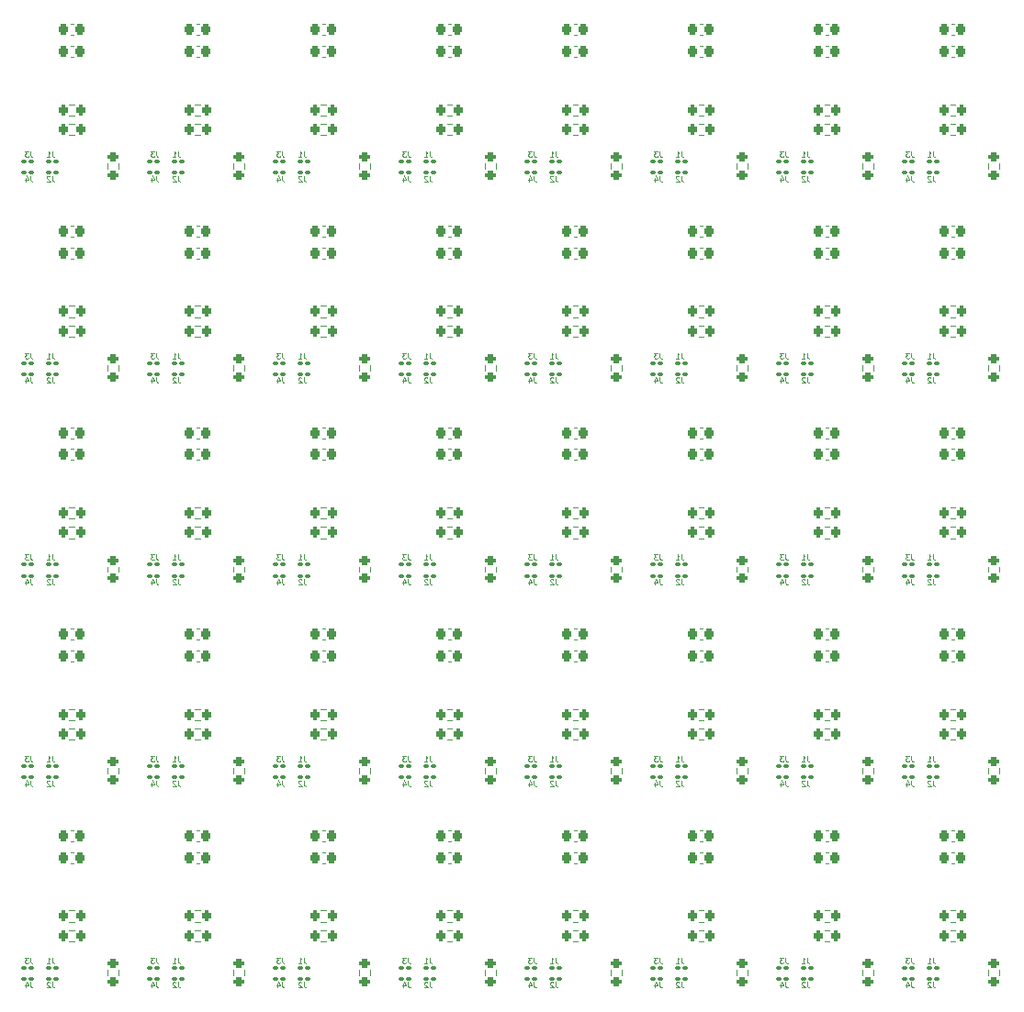
<source format=gbr>
%TF.GenerationSoftware,KiCad,Pcbnew,8.0.8*%
%TF.CreationDate,2025-03-09T21:38:21+09:00*%
%TF.ProjectId,panelized,70616e65-6c69-47a6-9564-2e6b69636164,rev?*%
%TF.SameCoordinates,Original*%
%TF.FileFunction,Legend,Bot*%
%TF.FilePolarity,Positive*%
%FSLAX46Y46*%
G04 Gerber Fmt 4.6, Leading zero omitted, Abs format (unit mm)*
G04 Created by KiCad (PCBNEW 8.0.8) date 2025-03-09 21:38:21*
%MOMM*%
%LPD*%
G01*
G04 APERTURE LIST*
G04 Aperture macros list*
%AMRoundRect*
0 Rectangle with rounded corners*
0 $1 Rounding radius*
0 $2 $3 $4 $5 $6 $7 $8 $9 X,Y pos of 4 corners*
0 Add a 4 corners polygon primitive as box body*
4,1,4,$2,$3,$4,$5,$6,$7,$8,$9,$2,$3,0*
0 Add four circle primitives for the rounded corners*
1,1,$1+$1,$2,$3*
1,1,$1+$1,$4,$5*
1,1,$1+$1,$6,$7*
1,1,$1+$1,$8,$9*
0 Add four rect primitives between the rounded corners*
20,1,$1+$1,$2,$3,$4,$5,0*
20,1,$1+$1,$4,$5,$6,$7,0*
20,1,$1+$1,$6,$7,$8,$9,0*
20,1,$1+$1,$8,$9,$2,$3,0*%
G04 Aperture macros list end*
%ADD10C,0.080000*%
%ADD11C,0.120000*%
%ADD12RoundRect,0.100000X0.130000X0.100000X-0.130000X0.100000X-0.130000X-0.100000X0.130000X-0.100000X0*%
%ADD13RoundRect,0.225000X-0.225000X-0.250000X0.225000X-0.250000X0.225000X0.250000X-0.225000X0.250000X0*%
%ADD14RoundRect,0.200000X0.200000X0.275000X-0.200000X0.275000X-0.200000X-0.275000X0.200000X-0.275000X0*%
%ADD15R,1.700000X1.700000*%
%ADD16O,1.700000X1.700000*%
%ADD17RoundRect,0.200000X0.275000X-0.200000X0.275000X0.200000X-0.275000X0.200000X-0.275000X-0.200000X0*%
%ADD18RoundRect,0.225000X0.225000X0.250000X-0.225000X0.250000X-0.225000X-0.250000X0.225000X-0.250000X0*%
G04 APERTURE END LIST*
D10*
X61685464Y-72984649D02*
X61685464Y-73341792D01*
X61685464Y-73341792D02*
X61709273Y-73413220D01*
X61709273Y-73413220D02*
X61756892Y-73460840D01*
X61756892Y-73460840D02*
X61828321Y-73484649D01*
X61828321Y-73484649D02*
X61875940Y-73484649D01*
X61471178Y-73032268D02*
X61447369Y-73008459D01*
X61447369Y-73008459D02*
X61399750Y-72984649D01*
X61399750Y-72984649D02*
X61280702Y-72984649D01*
X61280702Y-72984649D02*
X61233083Y-73008459D01*
X61233083Y-73008459D02*
X61209274Y-73032268D01*
X61209274Y-73032268D02*
X61185464Y-73079887D01*
X61185464Y-73079887D02*
X61185464Y-73127506D01*
X61185464Y-73127506D02*
X61209274Y-73198935D01*
X61209274Y-73198935D02*
X61494988Y-73484649D01*
X61494988Y-73484649D02*
X61185464Y-73484649D01*
X38485464Y-52134649D02*
X38485464Y-52491792D01*
X38485464Y-52491792D02*
X38509273Y-52563220D01*
X38509273Y-52563220D02*
X38556892Y-52610840D01*
X38556892Y-52610840D02*
X38628321Y-52634649D01*
X38628321Y-52634649D02*
X38675940Y-52634649D01*
X37985464Y-52634649D02*
X38271178Y-52634649D01*
X38128321Y-52634649D02*
X38128321Y-52134649D01*
X38128321Y-52134649D02*
X38175940Y-52206078D01*
X38175940Y-52206078D02*
X38223559Y-52253697D01*
X38223559Y-52253697D02*
X38271178Y-52277506D01*
X61685464Y-33534649D02*
X61685464Y-33891792D01*
X61685464Y-33891792D02*
X61709273Y-33963220D01*
X61709273Y-33963220D02*
X61756892Y-34010840D01*
X61756892Y-34010840D02*
X61828321Y-34034649D01*
X61828321Y-34034649D02*
X61875940Y-34034649D01*
X61185464Y-34034649D02*
X61471178Y-34034649D01*
X61328321Y-34034649D02*
X61328321Y-33534649D01*
X61328321Y-33534649D02*
X61375940Y-33606078D01*
X61375940Y-33606078D02*
X61423559Y-33653697D01*
X61423559Y-33653697D02*
X61471178Y-33677506D01*
X48085464Y-89334649D02*
X48085464Y-89691792D01*
X48085464Y-89691792D02*
X48109273Y-89763220D01*
X48109273Y-89763220D02*
X48156892Y-89810840D01*
X48156892Y-89810840D02*
X48228321Y-89834649D01*
X48228321Y-89834649D02*
X48275940Y-89834649D01*
X47894988Y-89334649D02*
X47585464Y-89334649D01*
X47585464Y-89334649D02*
X47752131Y-89525125D01*
X47752131Y-89525125D02*
X47680702Y-89525125D01*
X47680702Y-89525125D02*
X47633083Y-89548935D01*
X47633083Y-89548935D02*
X47609274Y-89572744D01*
X47609274Y-89572744D02*
X47585464Y-89620363D01*
X47585464Y-89620363D02*
X47585464Y-89739411D01*
X47585464Y-89739411D02*
X47609274Y-89787030D01*
X47609274Y-89787030D02*
X47633083Y-89810840D01*
X47633083Y-89810840D02*
X47680702Y-89834649D01*
X47680702Y-89834649D02*
X47823559Y-89834649D01*
X47823559Y-89834649D02*
X47871178Y-89810840D01*
X47871178Y-89810840D02*
X47894988Y-89787030D01*
X73285464Y-89334649D02*
X73285464Y-89691792D01*
X73285464Y-89691792D02*
X73309273Y-89763220D01*
X73309273Y-89763220D02*
X73356892Y-89810840D01*
X73356892Y-89810840D02*
X73428321Y-89834649D01*
X73428321Y-89834649D02*
X73475940Y-89834649D01*
X72785464Y-89834649D02*
X73071178Y-89834649D01*
X72928321Y-89834649D02*
X72928321Y-89334649D01*
X72928321Y-89334649D02*
X72975940Y-89406078D01*
X72975940Y-89406078D02*
X73023559Y-89453697D01*
X73023559Y-89453697D02*
X73071178Y-89477506D01*
X59685464Y-89334649D02*
X59685464Y-89691792D01*
X59685464Y-89691792D02*
X59709273Y-89763220D01*
X59709273Y-89763220D02*
X59756892Y-89810840D01*
X59756892Y-89810840D02*
X59828321Y-89834649D01*
X59828321Y-89834649D02*
X59875940Y-89834649D01*
X59494988Y-89334649D02*
X59185464Y-89334649D01*
X59185464Y-89334649D02*
X59352131Y-89525125D01*
X59352131Y-89525125D02*
X59280702Y-89525125D01*
X59280702Y-89525125D02*
X59233083Y-89548935D01*
X59233083Y-89548935D02*
X59209274Y-89572744D01*
X59209274Y-89572744D02*
X59185464Y-89620363D01*
X59185464Y-89620363D02*
X59185464Y-89739411D01*
X59185464Y-89739411D02*
X59209274Y-89787030D01*
X59209274Y-89787030D02*
X59233083Y-89810840D01*
X59233083Y-89810840D02*
X59280702Y-89834649D01*
X59280702Y-89834649D02*
X59423559Y-89834649D01*
X59423559Y-89834649D02*
X59471178Y-89810840D01*
X59471178Y-89810840D02*
X59494988Y-89787030D01*
X1685464Y-54384649D02*
X1685464Y-54741792D01*
X1685464Y-54741792D02*
X1709273Y-54813220D01*
X1709273Y-54813220D02*
X1756892Y-54860840D01*
X1756892Y-54860840D02*
X1828321Y-54884649D01*
X1828321Y-54884649D02*
X1875940Y-54884649D01*
X1233083Y-54551316D02*
X1233083Y-54884649D01*
X1352131Y-54360840D02*
X1471178Y-54717982D01*
X1471178Y-54717982D02*
X1161655Y-54717982D01*
X24885464Y-54384649D02*
X24885464Y-54741792D01*
X24885464Y-54741792D02*
X24909273Y-54813220D01*
X24909273Y-54813220D02*
X24956892Y-54860840D01*
X24956892Y-54860840D02*
X25028321Y-54884649D01*
X25028321Y-54884649D02*
X25075940Y-54884649D01*
X24433083Y-54551316D02*
X24433083Y-54884649D01*
X24552131Y-54360840D02*
X24671178Y-54717982D01*
X24671178Y-54717982D02*
X24361655Y-54717982D01*
X36485464Y-54384649D02*
X36485464Y-54741792D01*
X36485464Y-54741792D02*
X36509273Y-54813220D01*
X36509273Y-54813220D02*
X36556892Y-54860840D01*
X36556892Y-54860840D02*
X36628321Y-54884649D01*
X36628321Y-54884649D02*
X36675940Y-54884649D01*
X36033083Y-54551316D02*
X36033083Y-54884649D01*
X36152131Y-54360840D02*
X36271178Y-54717982D01*
X36271178Y-54717982D02*
X35961655Y-54717982D01*
X59685464Y-52134649D02*
X59685464Y-52491792D01*
X59685464Y-52491792D02*
X59709273Y-52563220D01*
X59709273Y-52563220D02*
X59756892Y-52610840D01*
X59756892Y-52610840D02*
X59828321Y-52634649D01*
X59828321Y-52634649D02*
X59875940Y-52634649D01*
X59494988Y-52134649D02*
X59185464Y-52134649D01*
X59185464Y-52134649D02*
X59352131Y-52325125D01*
X59352131Y-52325125D02*
X59280702Y-52325125D01*
X59280702Y-52325125D02*
X59233083Y-52348935D01*
X59233083Y-52348935D02*
X59209274Y-52372744D01*
X59209274Y-52372744D02*
X59185464Y-52420363D01*
X59185464Y-52420363D02*
X59185464Y-52539411D01*
X59185464Y-52539411D02*
X59209274Y-52587030D01*
X59209274Y-52587030D02*
X59233083Y-52610840D01*
X59233083Y-52610840D02*
X59280702Y-52634649D01*
X59280702Y-52634649D02*
X59423559Y-52634649D01*
X59423559Y-52634649D02*
X59471178Y-52610840D01*
X59471178Y-52610840D02*
X59494988Y-52587030D01*
X48085464Y-52134649D02*
X48085464Y-52491792D01*
X48085464Y-52491792D02*
X48109273Y-52563220D01*
X48109273Y-52563220D02*
X48156892Y-52610840D01*
X48156892Y-52610840D02*
X48228321Y-52634649D01*
X48228321Y-52634649D02*
X48275940Y-52634649D01*
X47894988Y-52134649D02*
X47585464Y-52134649D01*
X47585464Y-52134649D02*
X47752131Y-52325125D01*
X47752131Y-52325125D02*
X47680702Y-52325125D01*
X47680702Y-52325125D02*
X47633083Y-52348935D01*
X47633083Y-52348935D02*
X47609274Y-52372744D01*
X47609274Y-52372744D02*
X47585464Y-52420363D01*
X47585464Y-52420363D02*
X47585464Y-52539411D01*
X47585464Y-52539411D02*
X47609274Y-52587030D01*
X47609274Y-52587030D02*
X47633083Y-52610840D01*
X47633083Y-52610840D02*
X47680702Y-52634649D01*
X47680702Y-52634649D02*
X47823559Y-52634649D01*
X47823559Y-52634649D02*
X47871178Y-52610840D01*
X47871178Y-52610840D02*
X47894988Y-52587030D01*
X38485464Y-35784649D02*
X38485464Y-36141792D01*
X38485464Y-36141792D02*
X38509273Y-36213220D01*
X38509273Y-36213220D02*
X38556892Y-36260840D01*
X38556892Y-36260840D02*
X38628321Y-36284649D01*
X38628321Y-36284649D02*
X38675940Y-36284649D01*
X38271178Y-35832268D02*
X38247369Y-35808459D01*
X38247369Y-35808459D02*
X38199750Y-35784649D01*
X38199750Y-35784649D02*
X38080702Y-35784649D01*
X38080702Y-35784649D02*
X38033083Y-35808459D01*
X38033083Y-35808459D02*
X38009274Y-35832268D01*
X38009274Y-35832268D02*
X37985464Y-35879887D01*
X37985464Y-35879887D02*
X37985464Y-35927506D01*
X37985464Y-35927506D02*
X38009274Y-35998935D01*
X38009274Y-35998935D02*
X38294988Y-36284649D01*
X38294988Y-36284649D02*
X37985464Y-36284649D01*
X15285464Y-52134649D02*
X15285464Y-52491792D01*
X15285464Y-52491792D02*
X15309273Y-52563220D01*
X15309273Y-52563220D02*
X15356892Y-52610840D01*
X15356892Y-52610840D02*
X15428321Y-52634649D01*
X15428321Y-52634649D02*
X15475940Y-52634649D01*
X14785464Y-52634649D02*
X15071178Y-52634649D01*
X14928321Y-52634649D02*
X14928321Y-52134649D01*
X14928321Y-52134649D02*
X14975940Y-52206078D01*
X14975940Y-52206078D02*
X15023559Y-52253697D01*
X15023559Y-52253697D02*
X15071178Y-52277506D01*
X48085464Y-33534649D02*
X48085464Y-33891792D01*
X48085464Y-33891792D02*
X48109273Y-33963220D01*
X48109273Y-33963220D02*
X48156892Y-34010840D01*
X48156892Y-34010840D02*
X48228321Y-34034649D01*
X48228321Y-34034649D02*
X48275940Y-34034649D01*
X47894988Y-33534649D02*
X47585464Y-33534649D01*
X47585464Y-33534649D02*
X47752131Y-33725125D01*
X47752131Y-33725125D02*
X47680702Y-33725125D01*
X47680702Y-33725125D02*
X47633083Y-33748935D01*
X47633083Y-33748935D02*
X47609274Y-33772744D01*
X47609274Y-33772744D02*
X47585464Y-33820363D01*
X47585464Y-33820363D02*
X47585464Y-33939411D01*
X47585464Y-33939411D02*
X47609274Y-33987030D01*
X47609274Y-33987030D02*
X47633083Y-34010840D01*
X47633083Y-34010840D02*
X47680702Y-34034649D01*
X47680702Y-34034649D02*
X47823559Y-34034649D01*
X47823559Y-34034649D02*
X47871178Y-34010840D01*
X47871178Y-34010840D02*
X47894988Y-33987030D01*
X3685464Y-14934649D02*
X3685464Y-15291792D01*
X3685464Y-15291792D02*
X3709273Y-15363220D01*
X3709273Y-15363220D02*
X3756892Y-15410840D01*
X3756892Y-15410840D02*
X3828321Y-15434649D01*
X3828321Y-15434649D02*
X3875940Y-15434649D01*
X3185464Y-15434649D02*
X3471178Y-15434649D01*
X3328321Y-15434649D02*
X3328321Y-14934649D01*
X3328321Y-14934649D02*
X3375940Y-15006078D01*
X3375940Y-15006078D02*
X3423559Y-15053697D01*
X3423559Y-15053697D02*
X3471178Y-15077506D01*
X48085464Y-72984649D02*
X48085464Y-73341792D01*
X48085464Y-73341792D02*
X48109273Y-73413220D01*
X48109273Y-73413220D02*
X48156892Y-73460840D01*
X48156892Y-73460840D02*
X48228321Y-73484649D01*
X48228321Y-73484649D02*
X48275940Y-73484649D01*
X47633083Y-73151316D02*
X47633083Y-73484649D01*
X47752131Y-72960840D02*
X47871178Y-73317982D01*
X47871178Y-73317982D02*
X47561655Y-73317982D01*
X50085464Y-70734649D02*
X50085464Y-71091792D01*
X50085464Y-71091792D02*
X50109273Y-71163220D01*
X50109273Y-71163220D02*
X50156892Y-71210840D01*
X50156892Y-71210840D02*
X50228321Y-71234649D01*
X50228321Y-71234649D02*
X50275940Y-71234649D01*
X49585464Y-71234649D02*
X49871178Y-71234649D01*
X49728321Y-71234649D02*
X49728321Y-70734649D01*
X49728321Y-70734649D02*
X49775940Y-70806078D01*
X49775940Y-70806078D02*
X49823559Y-70853697D01*
X49823559Y-70853697D02*
X49871178Y-70877506D01*
X13285464Y-72984649D02*
X13285464Y-73341792D01*
X13285464Y-73341792D02*
X13309273Y-73413220D01*
X13309273Y-73413220D02*
X13356892Y-73460840D01*
X13356892Y-73460840D02*
X13428321Y-73484649D01*
X13428321Y-73484649D02*
X13475940Y-73484649D01*
X12833083Y-73151316D02*
X12833083Y-73484649D01*
X12952131Y-72960840D02*
X13071178Y-73317982D01*
X13071178Y-73317982D02*
X12761655Y-73317982D01*
X73285464Y-72984649D02*
X73285464Y-73341792D01*
X73285464Y-73341792D02*
X73309273Y-73413220D01*
X73309273Y-73413220D02*
X73356892Y-73460840D01*
X73356892Y-73460840D02*
X73428321Y-73484649D01*
X73428321Y-73484649D02*
X73475940Y-73484649D01*
X73071178Y-73032268D02*
X73047369Y-73008459D01*
X73047369Y-73008459D02*
X72999750Y-72984649D01*
X72999750Y-72984649D02*
X72880702Y-72984649D01*
X72880702Y-72984649D02*
X72833083Y-73008459D01*
X72833083Y-73008459D02*
X72809274Y-73032268D01*
X72809274Y-73032268D02*
X72785464Y-73079887D01*
X72785464Y-73079887D02*
X72785464Y-73127506D01*
X72785464Y-73127506D02*
X72809274Y-73198935D01*
X72809274Y-73198935D02*
X73094988Y-73484649D01*
X73094988Y-73484649D02*
X72785464Y-73484649D01*
X38485464Y-72984649D02*
X38485464Y-73341792D01*
X38485464Y-73341792D02*
X38509273Y-73413220D01*
X38509273Y-73413220D02*
X38556892Y-73460840D01*
X38556892Y-73460840D02*
X38628321Y-73484649D01*
X38628321Y-73484649D02*
X38675940Y-73484649D01*
X38271178Y-73032268D02*
X38247369Y-73008459D01*
X38247369Y-73008459D02*
X38199750Y-72984649D01*
X38199750Y-72984649D02*
X38080702Y-72984649D01*
X38080702Y-72984649D02*
X38033083Y-73008459D01*
X38033083Y-73008459D02*
X38009274Y-73032268D01*
X38009274Y-73032268D02*
X37985464Y-73079887D01*
X37985464Y-73079887D02*
X37985464Y-73127506D01*
X37985464Y-73127506D02*
X38009274Y-73198935D01*
X38009274Y-73198935D02*
X38294988Y-73484649D01*
X38294988Y-73484649D02*
X37985464Y-73484649D01*
X71285464Y-54384649D02*
X71285464Y-54741792D01*
X71285464Y-54741792D02*
X71309273Y-54813220D01*
X71309273Y-54813220D02*
X71356892Y-54860840D01*
X71356892Y-54860840D02*
X71428321Y-54884649D01*
X71428321Y-54884649D02*
X71475940Y-54884649D01*
X70833083Y-54551316D02*
X70833083Y-54884649D01*
X70952131Y-54360840D02*
X71071178Y-54717982D01*
X71071178Y-54717982D02*
X70761655Y-54717982D01*
X82885464Y-17184649D02*
X82885464Y-17541792D01*
X82885464Y-17541792D02*
X82909273Y-17613220D01*
X82909273Y-17613220D02*
X82956892Y-17660840D01*
X82956892Y-17660840D02*
X83028321Y-17684649D01*
X83028321Y-17684649D02*
X83075940Y-17684649D01*
X82433083Y-17351316D02*
X82433083Y-17684649D01*
X82552131Y-17160840D02*
X82671178Y-17517982D01*
X82671178Y-17517982D02*
X82361655Y-17517982D01*
X73285464Y-70734649D02*
X73285464Y-71091792D01*
X73285464Y-71091792D02*
X73309273Y-71163220D01*
X73309273Y-71163220D02*
X73356892Y-71210840D01*
X73356892Y-71210840D02*
X73428321Y-71234649D01*
X73428321Y-71234649D02*
X73475940Y-71234649D01*
X72785464Y-71234649D02*
X73071178Y-71234649D01*
X72928321Y-71234649D02*
X72928321Y-70734649D01*
X72928321Y-70734649D02*
X72975940Y-70806078D01*
X72975940Y-70806078D02*
X73023559Y-70853697D01*
X73023559Y-70853697D02*
X73071178Y-70877506D01*
X3685464Y-52134649D02*
X3685464Y-52491792D01*
X3685464Y-52491792D02*
X3709273Y-52563220D01*
X3709273Y-52563220D02*
X3756892Y-52610840D01*
X3756892Y-52610840D02*
X3828321Y-52634649D01*
X3828321Y-52634649D02*
X3875940Y-52634649D01*
X3185464Y-52634649D02*
X3471178Y-52634649D01*
X3328321Y-52634649D02*
X3328321Y-52134649D01*
X3328321Y-52134649D02*
X3375940Y-52206078D01*
X3375940Y-52206078D02*
X3423559Y-52253697D01*
X3423559Y-52253697D02*
X3471178Y-52277506D01*
X82885464Y-89334649D02*
X82885464Y-89691792D01*
X82885464Y-89691792D02*
X82909273Y-89763220D01*
X82909273Y-89763220D02*
X82956892Y-89810840D01*
X82956892Y-89810840D02*
X83028321Y-89834649D01*
X83028321Y-89834649D02*
X83075940Y-89834649D01*
X82694988Y-89334649D02*
X82385464Y-89334649D01*
X82385464Y-89334649D02*
X82552131Y-89525125D01*
X82552131Y-89525125D02*
X82480702Y-89525125D01*
X82480702Y-89525125D02*
X82433083Y-89548935D01*
X82433083Y-89548935D02*
X82409274Y-89572744D01*
X82409274Y-89572744D02*
X82385464Y-89620363D01*
X82385464Y-89620363D02*
X82385464Y-89739411D01*
X82385464Y-89739411D02*
X82409274Y-89787030D01*
X82409274Y-89787030D02*
X82433083Y-89810840D01*
X82433083Y-89810840D02*
X82480702Y-89834649D01*
X82480702Y-89834649D02*
X82623559Y-89834649D01*
X82623559Y-89834649D02*
X82671178Y-89810840D01*
X82671178Y-89810840D02*
X82694988Y-89787030D01*
X3685464Y-89334649D02*
X3685464Y-89691792D01*
X3685464Y-89691792D02*
X3709273Y-89763220D01*
X3709273Y-89763220D02*
X3756892Y-89810840D01*
X3756892Y-89810840D02*
X3828321Y-89834649D01*
X3828321Y-89834649D02*
X3875940Y-89834649D01*
X3185464Y-89834649D02*
X3471178Y-89834649D01*
X3328321Y-89834649D02*
X3328321Y-89334649D01*
X3328321Y-89334649D02*
X3375940Y-89406078D01*
X3375940Y-89406078D02*
X3423559Y-89453697D01*
X3423559Y-89453697D02*
X3471178Y-89477506D01*
X59685464Y-72984649D02*
X59685464Y-73341792D01*
X59685464Y-73341792D02*
X59709273Y-73413220D01*
X59709273Y-73413220D02*
X59756892Y-73460840D01*
X59756892Y-73460840D02*
X59828321Y-73484649D01*
X59828321Y-73484649D02*
X59875940Y-73484649D01*
X59233083Y-73151316D02*
X59233083Y-73484649D01*
X59352131Y-72960840D02*
X59471178Y-73317982D01*
X59471178Y-73317982D02*
X59161655Y-73317982D01*
X73285464Y-14934649D02*
X73285464Y-15291792D01*
X73285464Y-15291792D02*
X73309273Y-15363220D01*
X73309273Y-15363220D02*
X73356892Y-15410840D01*
X73356892Y-15410840D02*
X73428321Y-15434649D01*
X73428321Y-15434649D02*
X73475940Y-15434649D01*
X72785464Y-15434649D02*
X73071178Y-15434649D01*
X72928321Y-15434649D02*
X72928321Y-14934649D01*
X72928321Y-14934649D02*
X72975940Y-15006078D01*
X72975940Y-15006078D02*
X73023559Y-15053697D01*
X73023559Y-15053697D02*
X73071178Y-15077506D01*
X84885464Y-70734649D02*
X84885464Y-71091792D01*
X84885464Y-71091792D02*
X84909273Y-71163220D01*
X84909273Y-71163220D02*
X84956892Y-71210840D01*
X84956892Y-71210840D02*
X85028321Y-71234649D01*
X85028321Y-71234649D02*
X85075940Y-71234649D01*
X84385464Y-71234649D02*
X84671178Y-71234649D01*
X84528321Y-71234649D02*
X84528321Y-70734649D01*
X84528321Y-70734649D02*
X84575940Y-70806078D01*
X84575940Y-70806078D02*
X84623559Y-70853697D01*
X84623559Y-70853697D02*
X84671178Y-70877506D01*
X13285464Y-70734649D02*
X13285464Y-71091792D01*
X13285464Y-71091792D02*
X13309273Y-71163220D01*
X13309273Y-71163220D02*
X13356892Y-71210840D01*
X13356892Y-71210840D02*
X13428321Y-71234649D01*
X13428321Y-71234649D02*
X13475940Y-71234649D01*
X13094988Y-70734649D02*
X12785464Y-70734649D01*
X12785464Y-70734649D02*
X12952131Y-70925125D01*
X12952131Y-70925125D02*
X12880702Y-70925125D01*
X12880702Y-70925125D02*
X12833083Y-70948935D01*
X12833083Y-70948935D02*
X12809274Y-70972744D01*
X12809274Y-70972744D02*
X12785464Y-71020363D01*
X12785464Y-71020363D02*
X12785464Y-71139411D01*
X12785464Y-71139411D02*
X12809274Y-71187030D01*
X12809274Y-71187030D02*
X12833083Y-71210840D01*
X12833083Y-71210840D02*
X12880702Y-71234649D01*
X12880702Y-71234649D02*
X13023559Y-71234649D01*
X13023559Y-71234649D02*
X13071178Y-71210840D01*
X13071178Y-71210840D02*
X13094988Y-71187030D01*
X1685464Y-35784649D02*
X1685464Y-36141792D01*
X1685464Y-36141792D02*
X1709273Y-36213220D01*
X1709273Y-36213220D02*
X1756892Y-36260840D01*
X1756892Y-36260840D02*
X1828321Y-36284649D01*
X1828321Y-36284649D02*
X1875940Y-36284649D01*
X1233083Y-35951316D02*
X1233083Y-36284649D01*
X1352131Y-35760840D02*
X1471178Y-36117982D01*
X1471178Y-36117982D02*
X1161655Y-36117982D01*
X82885464Y-14934649D02*
X82885464Y-15291792D01*
X82885464Y-15291792D02*
X82909273Y-15363220D01*
X82909273Y-15363220D02*
X82956892Y-15410840D01*
X82956892Y-15410840D02*
X83028321Y-15434649D01*
X83028321Y-15434649D02*
X83075940Y-15434649D01*
X82694988Y-14934649D02*
X82385464Y-14934649D01*
X82385464Y-14934649D02*
X82552131Y-15125125D01*
X82552131Y-15125125D02*
X82480702Y-15125125D01*
X82480702Y-15125125D02*
X82433083Y-15148935D01*
X82433083Y-15148935D02*
X82409274Y-15172744D01*
X82409274Y-15172744D02*
X82385464Y-15220363D01*
X82385464Y-15220363D02*
X82385464Y-15339411D01*
X82385464Y-15339411D02*
X82409274Y-15387030D01*
X82409274Y-15387030D02*
X82433083Y-15410840D01*
X82433083Y-15410840D02*
X82480702Y-15434649D01*
X82480702Y-15434649D02*
X82623559Y-15434649D01*
X82623559Y-15434649D02*
X82671178Y-15410840D01*
X82671178Y-15410840D02*
X82694988Y-15387030D01*
X3685464Y-91584649D02*
X3685464Y-91941792D01*
X3685464Y-91941792D02*
X3709273Y-92013220D01*
X3709273Y-92013220D02*
X3756892Y-92060840D01*
X3756892Y-92060840D02*
X3828321Y-92084649D01*
X3828321Y-92084649D02*
X3875940Y-92084649D01*
X3471178Y-91632268D02*
X3447369Y-91608459D01*
X3447369Y-91608459D02*
X3399750Y-91584649D01*
X3399750Y-91584649D02*
X3280702Y-91584649D01*
X3280702Y-91584649D02*
X3233083Y-91608459D01*
X3233083Y-91608459D02*
X3209274Y-91632268D01*
X3209274Y-91632268D02*
X3185464Y-91679887D01*
X3185464Y-91679887D02*
X3185464Y-91727506D01*
X3185464Y-91727506D02*
X3209274Y-91798935D01*
X3209274Y-91798935D02*
X3494988Y-92084649D01*
X3494988Y-92084649D02*
X3185464Y-92084649D01*
X3685464Y-17184649D02*
X3685464Y-17541792D01*
X3685464Y-17541792D02*
X3709273Y-17613220D01*
X3709273Y-17613220D02*
X3756892Y-17660840D01*
X3756892Y-17660840D02*
X3828321Y-17684649D01*
X3828321Y-17684649D02*
X3875940Y-17684649D01*
X3471178Y-17232268D02*
X3447369Y-17208459D01*
X3447369Y-17208459D02*
X3399750Y-17184649D01*
X3399750Y-17184649D02*
X3280702Y-17184649D01*
X3280702Y-17184649D02*
X3233083Y-17208459D01*
X3233083Y-17208459D02*
X3209274Y-17232268D01*
X3209274Y-17232268D02*
X3185464Y-17279887D01*
X3185464Y-17279887D02*
X3185464Y-17327506D01*
X3185464Y-17327506D02*
X3209274Y-17398935D01*
X3209274Y-17398935D02*
X3494988Y-17684649D01*
X3494988Y-17684649D02*
X3185464Y-17684649D01*
X61685464Y-70734649D02*
X61685464Y-71091792D01*
X61685464Y-71091792D02*
X61709273Y-71163220D01*
X61709273Y-71163220D02*
X61756892Y-71210840D01*
X61756892Y-71210840D02*
X61828321Y-71234649D01*
X61828321Y-71234649D02*
X61875940Y-71234649D01*
X61185464Y-71234649D02*
X61471178Y-71234649D01*
X61328321Y-71234649D02*
X61328321Y-70734649D01*
X61328321Y-70734649D02*
X61375940Y-70806078D01*
X61375940Y-70806078D02*
X61423559Y-70853697D01*
X61423559Y-70853697D02*
X61471178Y-70877506D01*
X84885464Y-35784649D02*
X84885464Y-36141792D01*
X84885464Y-36141792D02*
X84909273Y-36213220D01*
X84909273Y-36213220D02*
X84956892Y-36260840D01*
X84956892Y-36260840D02*
X85028321Y-36284649D01*
X85028321Y-36284649D02*
X85075940Y-36284649D01*
X84671178Y-35832268D02*
X84647369Y-35808459D01*
X84647369Y-35808459D02*
X84599750Y-35784649D01*
X84599750Y-35784649D02*
X84480702Y-35784649D01*
X84480702Y-35784649D02*
X84433083Y-35808459D01*
X84433083Y-35808459D02*
X84409274Y-35832268D01*
X84409274Y-35832268D02*
X84385464Y-35879887D01*
X84385464Y-35879887D02*
X84385464Y-35927506D01*
X84385464Y-35927506D02*
X84409274Y-35998935D01*
X84409274Y-35998935D02*
X84694988Y-36284649D01*
X84694988Y-36284649D02*
X84385464Y-36284649D01*
X73285464Y-35784649D02*
X73285464Y-36141792D01*
X73285464Y-36141792D02*
X73309273Y-36213220D01*
X73309273Y-36213220D02*
X73356892Y-36260840D01*
X73356892Y-36260840D02*
X73428321Y-36284649D01*
X73428321Y-36284649D02*
X73475940Y-36284649D01*
X73071178Y-35832268D02*
X73047369Y-35808459D01*
X73047369Y-35808459D02*
X72999750Y-35784649D01*
X72999750Y-35784649D02*
X72880702Y-35784649D01*
X72880702Y-35784649D02*
X72833083Y-35808459D01*
X72833083Y-35808459D02*
X72809274Y-35832268D01*
X72809274Y-35832268D02*
X72785464Y-35879887D01*
X72785464Y-35879887D02*
X72785464Y-35927506D01*
X72785464Y-35927506D02*
X72809274Y-35998935D01*
X72809274Y-35998935D02*
X73094988Y-36284649D01*
X73094988Y-36284649D02*
X72785464Y-36284649D01*
X15285464Y-89334649D02*
X15285464Y-89691792D01*
X15285464Y-89691792D02*
X15309273Y-89763220D01*
X15309273Y-89763220D02*
X15356892Y-89810840D01*
X15356892Y-89810840D02*
X15428321Y-89834649D01*
X15428321Y-89834649D02*
X15475940Y-89834649D01*
X14785464Y-89834649D02*
X15071178Y-89834649D01*
X14928321Y-89834649D02*
X14928321Y-89334649D01*
X14928321Y-89334649D02*
X14975940Y-89406078D01*
X14975940Y-89406078D02*
X15023559Y-89453697D01*
X15023559Y-89453697D02*
X15071178Y-89477506D01*
X26885464Y-33534649D02*
X26885464Y-33891792D01*
X26885464Y-33891792D02*
X26909273Y-33963220D01*
X26909273Y-33963220D02*
X26956892Y-34010840D01*
X26956892Y-34010840D02*
X27028321Y-34034649D01*
X27028321Y-34034649D02*
X27075940Y-34034649D01*
X26385464Y-34034649D02*
X26671178Y-34034649D01*
X26528321Y-34034649D02*
X26528321Y-33534649D01*
X26528321Y-33534649D02*
X26575940Y-33606078D01*
X26575940Y-33606078D02*
X26623559Y-33653697D01*
X26623559Y-33653697D02*
X26671178Y-33677506D01*
X48085464Y-91584649D02*
X48085464Y-91941792D01*
X48085464Y-91941792D02*
X48109273Y-92013220D01*
X48109273Y-92013220D02*
X48156892Y-92060840D01*
X48156892Y-92060840D02*
X48228321Y-92084649D01*
X48228321Y-92084649D02*
X48275940Y-92084649D01*
X47633083Y-91751316D02*
X47633083Y-92084649D01*
X47752131Y-91560840D02*
X47871178Y-91917982D01*
X47871178Y-91917982D02*
X47561655Y-91917982D01*
X3685464Y-70734649D02*
X3685464Y-71091792D01*
X3685464Y-71091792D02*
X3709273Y-71163220D01*
X3709273Y-71163220D02*
X3756892Y-71210840D01*
X3756892Y-71210840D02*
X3828321Y-71234649D01*
X3828321Y-71234649D02*
X3875940Y-71234649D01*
X3185464Y-71234649D02*
X3471178Y-71234649D01*
X3328321Y-71234649D02*
X3328321Y-70734649D01*
X3328321Y-70734649D02*
X3375940Y-70806078D01*
X3375940Y-70806078D02*
X3423559Y-70853697D01*
X3423559Y-70853697D02*
X3471178Y-70877506D01*
X24885464Y-89334649D02*
X24885464Y-89691792D01*
X24885464Y-89691792D02*
X24909273Y-89763220D01*
X24909273Y-89763220D02*
X24956892Y-89810840D01*
X24956892Y-89810840D02*
X25028321Y-89834649D01*
X25028321Y-89834649D02*
X25075940Y-89834649D01*
X24694988Y-89334649D02*
X24385464Y-89334649D01*
X24385464Y-89334649D02*
X24552131Y-89525125D01*
X24552131Y-89525125D02*
X24480702Y-89525125D01*
X24480702Y-89525125D02*
X24433083Y-89548935D01*
X24433083Y-89548935D02*
X24409274Y-89572744D01*
X24409274Y-89572744D02*
X24385464Y-89620363D01*
X24385464Y-89620363D02*
X24385464Y-89739411D01*
X24385464Y-89739411D02*
X24409274Y-89787030D01*
X24409274Y-89787030D02*
X24433083Y-89810840D01*
X24433083Y-89810840D02*
X24480702Y-89834649D01*
X24480702Y-89834649D02*
X24623559Y-89834649D01*
X24623559Y-89834649D02*
X24671178Y-89810840D01*
X24671178Y-89810840D02*
X24694988Y-89787030D01*
X61685464Y-17184649D02*
X61685464Y-17541792D01*
X61685464Y-17541792D02*
X61709273Y-17613220D01*
X61709273Y-17613220D02*
X61756892Y-17660840D01*
X61756892Y-17660840D02*
X61828321Y-17684649D01*
X61828321Y-17684649D02*
X61875940Y-17684649D01*
X61471178Y-17232268D02*
X61447369Y-17208459D01*
X61447369Y-17208459D02*
X61399750Y-17184649D01*
X61399750Y-17184649D02*
X61280702Y-17184649D01*
X61280702Y-17184649D02*
X61233083Y-17208459D01*
X61233083Y-17208459D02*
X61209274Y-17232268D01*
X61209274Y-17232268D02*
X61185464Y-17279887D01*
X61185464Y-17279887D02*
X61185464Y-17327506D01*
X61185464Y-17327506D02*
X61209274Y-17398935D01*
X61209274Y-17398935D02*
X61494988Y-17684649D01*
X61494988Y-17684649D02*
X61185464Y-17684649D01*
X84885464Y-72984649D02*
X84885464Y-73341792D01*
X84885464Y-73341792D02*
X84909273Y-73413220D01*
X84909273Y-73413220D02*
X84956892Y-73460840D01*
X84956892Y-73460840D02*
X85028321Y-73484649D01*
X85028321Y-73484649D02*
X85075940Y-73484649D01*
X84671178Y-73032268D02*
X84647369Y-73008459D01*
X84647369Y-73008459D02*
X84599750Y-72984649D01*
X84599750Y-72984649D02*
X84480702Y-72984649D01*
X84480702Y-72984649D02*
X84433083Y-73008459D01*
X84433083Y-73008459D02*
X84409274Y-73032268D01*
X84409274Y-73032268D02*
X84385464Y-73079887D01*
X84385464Y-73079887D02*
X84385464Y-73127506D01*
X84385464Y-73127506D02*
X84409274Y-73198935D01*
X84409274Y-73198935D02*
X84694988Y-73484649D01*
X84694988Y-73484649D02*
X84385464Y-73484649D01*
X3685464Y-33534649D02*
X3685464Y-33891792D01*
X3685464Y-33891792D02*
X3709273Y-33963220D01*
X3709273Y-33963220D02*
X3756892Y-34010840D01*
X3756892Y-34010840D02*
X3828321Y-34034649D01*
X3828321Y-34034649D02*
X3875940Y-34034649D01*
X3185464Y-34034649D02*
X3471178Y-34034649D01*
X3328321Y-34034649D02*
X3328321Y-33534649D01*
X3328321Y-33534649D02*
X3375940Y-33606078D01*
X3375940Y-33606078D02*
X3423559Y-33653697D01*
X3423559Y-33653697D02*
X3471178Y-33677506D01*
X71285464Y-91584649D02*
X71285464Y-91941792D01*
X71285464Y-91941792D02*
X71309273Y-92013220D01*
X71309273Y-92013220D02*
X71356892Y-92060840D01*
X71356892Y-92060840D02*
X71428321Y-92084649D01*
X71428321Y-92084649D02*
X71475940Y-92084649D01*
X70833083Y-91751316D02*
X70833083Y-92084649D01*
X70952131Y-91560840D02*
X71071178Y-91917982D01*
X71071178Y-91917982D02*
X70761655Y-91917982D01*
X50085464Y-17184649D02*
X50085464Y-17541792D01*
X50085464Y-17541792D02*
X50109273Y-17613220D01*
X50109273Y-17613220D02*
X50156892Y-17660840D01*
X50156892Y-17660840D02*
X50228321Y-17684649D01*
X50228321Y-17684649D02*
X50275940Y-17684649D01*
X49871178Y-17232268D02*
X49847369Y-17208459D01*
X49847369Y-17208459D02*
X49799750Y-17184649D01*
X49799750Y-17184649D02*
X49680702Y-17184649D01*
X49680702Y-17184649D02*
X49633083Y-17208459D01*
X49633083Y-17208459D02*
X49609274Y-17232268D01*
X49609274Y-17232268D02*
X49585464Y-17279887D01*
X49585464Y-17279887D02*
X49585464Y-17327506D01*
X49585464Y-17327506D02*
X49609274Y-17398935D01*
X49609274Y-17398935D02*
X49894988Y-17684649D01*
X49894988Y-17684649D02*
X49585464Y-17684649D01*
X15285464Y-91584649D02*
X15285464Y-91941792D01*
X15285464Y-91941792D02*
X15309273Y-92013220D01*
X15309273Y-92013220D02*
X15356892Y-92060840D01*
X15356892Y-92060840D02*
X15428321Y-92084649D01*
X15428321Y-92084649D02*
X15475940Y-92084649D01*
X15071178Y-91632268D02*
X15047369Y-91608459D01*
X15047369Y-91608459D02*
X14999750Y-91584649D01*
X14999750Y-91584649D02*
X14880702Y-91584649D01*
X14880702Y-91584649D02*
X14833083Y-91608459D01*
X14833083Y-91608459D02*
X14809274Y-91632268D01*
X14809274Y-91632268D02*
X14785464Y-91679887D01*
X14785464Y-91679887D02*
X14785464Y-91727506D01*
X14785464Y-91727506D02*
X14809274Y-91798935D01*
X14809274Y-91798935D02*
X15094988Y-92084649D01*
X15094988Y-92084649D02*
X14785464Y-92084649D01*
X36485464Y-17184649D02*
X36485464Y-17541792D01*
X36485464Y-17541792D02*
X36509273Y-17613220D01*
X36509273Y-17613220D02*
X36556892Y-17660840D01*
X36556892Y-17660840D02*
X36628321Y-17684649D01*
X36628321Y-17684649D02*
X36675940Y-17684649D01*
X36033083Y-17351316D02*
X36033083Y-17684649D01*
X36152131Y-17160840D02*
X36271178Y-17517982D01*
X36271178Y-17517982D02*
X35961655Y-17517982D01*
X38485464Y-14934649D02*
X38485464Y-15291792D01*
X38485464Y-15291792D02*
X38509273Y-15363220D01*
X38509273Y-15363220D02*
X38556892Y-15410840D01*
X38556892Y-15410840D02*
X38628321Y-15434649D01*
X38628321Y-15434649D02*
X38675940Y-15434649D01*
X37985464Y-15434649D02*
X38271178Y-15434649D01*
X38128321Y-15434649D02*
X38128321Y-14934649D01*
X38128321Y-14934649D02*
X38175940Y-15006078D01*
X38175940Y-15006078D02*
X38223559Y-15053697D01*
X38223559Y-15053697D02*
X38271178Y-15077506D01*
X1685464Y-17184649D02*
X1685464Y-17541792D01*
X1685464Y-17541792D02*
X1709273Y-17613220D01*
X1709273Y-17613220D02*
X1756892Y-17660840D01*
X1756892Y-17660840D02*
X1828321Y-17684649D01*
X1828321Y-17684649D02*
X1875940Y-17684649D01*
X1233083Y-17351316D02*
X1233083Y-17684649D01*
X1352131Y-17160840D02*
X1471178Y-17517982D01*
X1471178Y-17517982D02*
X1161655Y-17517982D01*
X26885464Y-89334649D02*
X26885464Y-89691792D01*
X26885464Y-89691792D02*
X26909273Y-89763220D01*
X26909273Y-89763220D02*
X26956892Y-89810840D01*
X26956892Y-89810840D02*
X27028321Y-89834649D01*
X27028321Y-89834649D02*
X27075940Y-89834649D01*
X26385464Y-89834649D02*
X26671178Y-89834649D01*
X26528321Y-89834649D02*
X26528321Y-89334649D01*
X26528321Y-89334649D02*
X26575940Y-89406078D01*
X26575940Y-89406078D02*
X26623559Y-89453697D01*
X26623559Y-89453697D02*
X26671178Y-89477506D01*
X1685464Y-89334649D02*
X1685464Y-89691792D01*
X1685464Y-89691792D02*
X1709273Y-89763220D01*
X1709273Y-89763220D02*
X1756892Y-89810840D01*
X1756892Y-89810840D02*
X1828321Y-89834649D01*
X1828321Y-89834649D02*
X1875940Y-89834649D01*
X1494988Y-89334649D02*
X1185464Y-89334649D01*
X1185464Y-89334649D02*
X1352131Y-89525125D01*
X1352131Y-89525125D02*
X1280702Y-89525125D01*
X1280702Y-89525125D02*
X1233083Y-89548935D01*
X1233083Y-89548935D02*
X1209274Y-89572744D01*
X1209274Y-89572744D02*
X1185464Y-89620363D01*
X1185464Y-89620363D02*
X1185464Y-89739411D01*
X1185464Y-89739411D02*
X1209274Y-89787030D01*
X1209274Y-89787030D02*
X1233083Y-89810840D01*
X1233083Y-89810840D02*
X1280702Y-89834649D01*
X1280702Y-89834649D02*
X1423559Y-89834649D01*
X1423559Y-89834649D02*
X1471178Y-89810840D01*
X1471178Y-89810840D02*
X1494988Y-89787030D01*
X26885464Y-35784649D02*
X26885464Y-36141792D01*
X26885464Y-36141792D02*
X26909273Y-36213220D01*
X26909273Y-36213220D02*
X26956892Y-36260840D01*
X26956892Y-36260840D02*
X27028321Y-36284649D01*
X27028321Y-36284649D02*
X27075940Y-36284649D01*
X26671178Y-35832268D02*
X26647369Y-35808459D01*
X26647369Y-35808459D02*
X26599750Y-35784649D01*
X26599750Y-35784649D02*
X26480702Y-35784649D01*
X26480702Y-35784649D02*
X26433083Y-35808459D01*
X26433083Y-35808459D02*
X26409274Y-35832268D01*
X26409274Y-35832268D02*
X26385464Y-35879887D01*
X26385464Y-35879887D02*
X26385464Y-35927506D01*
X26385464Y-35927506D02*
X26409274Y-35998935D01*
X26409274Y-35998935D02*
X26694988Y-36284649D01*
X26694988Y-36284649D02*
X26385464Y-36284649D01*
X15285464Y-54384649D02*
X15285464Y-54741792D01*
X15285464Y-54741792D02*
X15309273Y-54813220D01*
X15309273Y-54813220D02*
X15356892Y-54860840D01*
X15356892Y-54860840D02*
X15428321Y-54884649D01*
X15428321Y-54884649D02*
X15475940Y-54884649D01*
X15071178Y-54432268D02*
X15047369Y-54408459D01*
X15047369Y-54408459D02*
X14999750Y-54384649D01*
X14999750Y-54384649D02*
X14880702Y-54384649D01*
X14880702Y-54384649D02*
X14833083Y-54408459D01*
X14833083Y-54408459D02*
X14809274Y-54432268D01*
X14809274Y-54432268D02*
X14785464Y-54479887D01*
X14785464Y-54479887D02*
X14785464Y-54527506D01*
X14785464Y-54527506D02*
X14809274Y-54598935D01*
X14809274Y-54598935D02*
X15094988Y-54884649D01*
X15094988Y-54884649D02*
X14785464Y-54884649D01*
X26885464Y-91584649D02*
X26885464Y-91941792D01*
X26885464Y-91941792D02*
X26909273Y-92013220D01*
X26909273Y-92013220D02*
X26956892Y-92060840D01*
X26956892Y-92060840D02*
X27028321Y-92084649D01*
X27028321Y-92084649D02*
X27075940Y-92084649D01*
X26671178Y-91632268D02*
X26647369Y-91608459D01*
X26647369Y-91608459D02*
X26599750Y-91584649D01*
X26599750Y-91584649D02*
X26480702Y-91584649D01*
X26480702Y-91584649D02*
X26433083Y-91608459D01*
X26433083Y-91608459D02*
X26409274Y-91632268D01*
X26409274Y-91632268D02*
X26385464Y-91679887D01*
X26385464Y-91679887D02*
X26385464Y-91727506D01*
X26385464Y-91727506D02*
X26409274Y-91798935D01*
X26409274Y-91798935D02*
X26694988Y-92084649D01*
X26694988Y-92084649D02*
X26385464Y-92084649D01*
X73285464Y-54384649D02*
X73285464Y-54741792D01*
X73285464Y-54741792D02*
X73309273Y-54813220D01*
X73309273Y-54813220D02*
X73356892Y-54860840D01*
X73356892Y-54860840D02*
X73428321Y-54884649D01*
X73428321Y-54884649D02*
X73475940Y-54884649D01*
X73071178Y-54432268D02*
X73047369Y-54408459D01*
X73047369Y-54408459D02*
X72999750Y-54384649D01*
X72999750Y-54384649D02*
X72880702Y-54384649D01*
X72880702Y-54384649D02*
X72833083Y-54408459D01*
X72833083Y-54408459D02*
X72809274Y-54432268D01*
X72809274Y-54432268D02*
X72785464Y-54479887D01*
X72785464Y-54479887D02*
X72785464Y-54527506D01*
X72785464Y-54527506D02*
X72809274Y-54598935D01*
X72809274Y-54598935D02*
X73094988Y-54884649D01*
X73094988Y-54884649D02*
X72785464Y-54884649D01*
X3685464Y-54384649D02*
X3685464Y-54741792D01*
X3685464Y-54741792D02*
X3709273Y-54813220D01*
X3709273Y-54813220D02*
X3756892Y-54860840D01*
X3756892Y-54860840D02*
X3828321Y-54884649D01*
X3828321Y-54884649D02*
X3875940Y-54884649D01*
X3471178Y-54432268D02*
X3447369Y-54408459D01*
X3447369Y-54408459D02*
X3399750Y-54384649D01*
X3399750Y-54384649D02*
X3280702Y-54384649D01*
X3280702Y-54384649D02*
X3233083Y-54408459D01*
X3233083Y-54408459D02*
X3209274Y-54432268D01*
X3209274Y-54432268D02*
X3185464Y-54479887D01*
X3185464Y-54479887D02*
X3185464Y-54527506D01*
X3185464Y-54527506D02*
X3209274Y-54598935D01*
X3209274Y-54598935D02*
X3494988Y-54884649D01*
X3494988Y-54884649D02*
X3185464Y-54884649D01*
X24885464Y-52134649D02*
X24885464Y-52491792D01*
X24885464Y-52491792D02*
X24909273Y-52563220D01*
X24909273Y-52563220D02*
X24956892Y-52610840D01*
X24956892Y-52610840D02*
X25028321Y-52634649D01*
X25028321Y-52634649D02*
X25075940Y-52634649D01*
X24694988Y-52134649D02*
X24385464Y-52134649D01*
X24385464Y-52134649D02*
X24552131Y-52325125D01*
X24552131Y-52325125D02*
X24480702Y-52325125D01*
X24480702Y-52325125D02*
X24433083Y-52348935D01*
X24433083Y-52348935D02*
X24409274Y-52372744D01*
X24409274Y-52372744D02*
X24385464Y-52420363D01*
X24385464Y-52420363D02*
X24385464Y-52539411D01*
X24385464Y-52539411D02*
X24409274Y-52587030D01*
X24409274Y-52587030D02*
X24433083Y-52610840D01*
X24433083Y-52610840D02*
X24480702Y-52634649D01*
X24480702Y-52634649D02*
X24623559Y-52634649D01*
X24623559Y-52634649D02*
X24671178Y-52610840D01*
X24671178Y-52610840D02*
X24694988Y-52587030D01*
X59685464Y-54384649D02*
X59685464Y-54741792D01*
X59685464Y-54741792D02*
X59709273Y-54813220D01*
X59709273Y-54813220D02*
X59756892Y-54860840D01*
X59756892Y-54860840D02*
X59828321Y-54884649D01*
X59828321Y-54884649D02*
X59875940Y-54884649D01*
X59233083Y-54551316D02*
X59233083Y-54884649D01*
X59352131Y-54360840D02*
X59471178Y-54717982D01*
X59471178Y-54717982D02*
X59161655Y-54717982D01*
X82885464Y-52134649D02*
X82885464Y-52491792D01*
X82885464Y-52491792D02*
X82909273Y-52563220D01*
X82909273Y-52563220D02*
X82956892Y-52610840D01*
X82956892Y-52610840D02*
X83028321Y-52634649D01*
X83028321Y-52634649D02*
X83075940Y-52634649D01*
X82694988Y-52134649D02*
X82385464Y-52134649D01*
X82385464Y-52134649D02*
X82552131Y-52325125D01*
X82552131Y-52325125D02*
X82480702Y-52325125D01*
X82480702Y-52325125D02*
X82433083Y-52348935D01*
X82433083Y-52348935D02*
X82409274Y-52372744D01*
X82409274Y-52372744D02*
X82385464Y-52420363D01*
X82385464Y-52420363D02*
X82385464Y-52539411D01*
X82385464Y-52539411D02*
X82409274Y-52587030D01*
X82409274Y-52587030D02*
X82433083Y-52610840D01*
X82433083Y-52610840D02*
X82480702Y-52634649D01*
X82480702Y-52634649D02*
X82623559Y-52634649D01*
X82623559Y-52634649D02*
X82671178Y-52610840D01*
X82671178Y-52610840D02*
X82694988Y-52587030D01*
X82885464Y-33534649D02*
X82885464Y-33891792D01*
X82885464Y-33891792D02*
X82909273Y-33963220D01*
X82909273Y-33963220D02*
X82956892Y-34010840D01*
X82956892Y-34010840D02*
X83028321Y-34034649D01*
X83028321Y-34034649D02*
X83075940Y-34034649D01*
X82694988Y-33534649D02*
X82385464Y-33534649D01*
X82385464Y-33534649D02*
X82552131Y-33725125D01*
X82552131Y-33725125D02*
X82480702Y-33725125D01*
X82480702Y-33725125D02*
X82433083Y-33748935D01*
X82433083Y-33748935D02*
X82409274Y-33772744D01*
X82409274Y-33772744D02*
X82385464Y-33820363D01*
X82385464Y-33820363D02*
X82385464Y-33939411D01*
X82385464Y-33939411D02*
X82409274Y-33987030D01*
X82409274Y-33987030D02*
X82433083Y-34010840D01*
X82433083Y-34010840D02*
X82480702Y-34034649D01*
X82480702Y-34034649D02*
X82623559Y-34034649D01*
X82623559Y-34034649D02*
X82671178Y-34010840D01*
X82671178Y-34010840D02*
X82694988Y-33987030D01*
X84885464Y-89334649D02*
X84885464Y-89691792D01*
X84885464Y-89691792D02*
X84909273Y-89763220D01*
X84909273Y-89763220D02*
X84956892Y-89810840D01*
X84956892Y-89810840D02*
X85028321Y-89834649D01*
X85028321Y-89834649D02*
X85075940Y-89834649D01*
X84385464Y-89834649D02*
X84671178Y-89834649D01*
X84528321Y-89834649D02*
X84528321Y-89334649D01*
X84528321Y-89334649D02*
X84575940Y-89406078D01*
X84575940Y-89406078D02*
X84623559Y-89453697D01*
X84623559Y-89453697D02*
X84671178Y-89477506D01*
X13285464Y-52134649D02*
X13285464Y-52491792D01*
X13285464Y-52491792D02*
X13309273Y-52563220D01*
X13309273Y-52563220D02*
X13356892Y-52610840D01*
X13356892Y-52610840D02*
X13428321Y-52634649D01*
X13428321Y-52634649D02*
X13475940Y-52634649D01*
X13094988Y-52134649D02*
X12785464Y-52134649D01*
X12785464Y-52134649D02*
X12952131Y-52325125D01*
X12952131Y-52325125D02*
X12880702Y-52325125D01*
X12880702Y-52325125D02*
X12833083Y-52348935D01*
X12833083Y-52348935D02*
X12809274Y-52372744D01*
X12809274Y-52372744D02*
X12785464Y-52420363D01*
X12785464Y-52420363D02*
X12785464Y-52539411D01*
X12785464Y-52539411D02*
X12809274Y-52587030D01*
X12809274Y-52587030D02*
X12833083Y-52610840D01*
X12833083Y-52610840D02*
X12880702Y-52634649D01*
X12880702Y-52634649D02*
X13023559Y-52634649D01*
X13023559Y-52634649D02*
X13071178Y-52610840D01*
X13071178Y-52610840D02*
X13094988Y-52587030D01*
X48085464Y-17184649D02*
X48085464Y-17541792D01*
X48085464Y-17541792D02*
X48109273Y-17613220D01*
X48109273Y-17613220D02*
X48156892Y-17660840D01*
X48156892Y-17660840D02*
X48228321Y-17684649D01*
X48228321Y-17684649D02*
X48275940Y-17684649D01*
X47633083Y-17351316D02*
X47633083Y-17684649D01*
X47752131Y-17160840D02*
X47871178Y-17517982D01*
X47871178Y-17517982D02*
X47561655Y-17517982D01*
X24885464Y-35784649D02*
X24885464Y-36141792D01*
X24885464Y-36141792D02*
X24909273Y-36213220D01*
X24909273Y-36213220D02*
X24956892Y-36260840D01*
X24956892Y-36260840D02*
X25028321Y-36284649D01*
X25028321Y-36284649D02*
X25075940Y-36284649D01*
X24433083Y-35951316D02*
X24433083Y-36284649D01*
X24552131Y-35760840D02*
X24671178Y-36117982D01*
X24671178Y-36117982D02*
X24361655Y-36117982D01*
X15285464Y-72984649D02*
X15285464Y-73341792D01*
X15285464Y-73341792D02*
X15309273Y-73413220D01*
X15309273Y-73413220D02*
X15356892Y-73460840D01*
X15356892Y-73460840D02*
X15428321Y-73484649D01*
X15428321Y-73484649D02*
X15475940Y-73484649D01*
X15071178Y-73032268D02*
X15047369Y-73008459D01*
X15047369Y-73008459D02*
X14999750Y-72984649D01*
X14999750Y-72984649D02*
X14880702Y-72984649D01*
X14880702Y-72984649D02*
X14833083Y-73008459D01*
X14833083Y-73008459D02*
X14809274Y-73032268D01*
X14809274Y-73032268D02*
X14785464Y-73079887D01*
X14785464Y-73079887D02*
X14785464Y-73127506D01*
X14785464Y-73127506D02*
X14809274Y-73198935D01*
X14809274Y-73198935D02*
X15094988Y-73484649D01*
X15094988Y-73484649D02*
X14785464Y-73484649D01*
X50085464Y-35784649D02*
X50085464Y-36141792D01*
X50085464Y-36141792D02*
X50109273Y-36213220D01*
X50109273Y-36213220D02*
X50156892Y-36260840D01*
X50156892Y-36260840D02*
X50228321Y-36284649D01*
X50228321Y-36284649D02*
X50275940Y-36284649D01*
X49871178Y-35832268D02*
X49847369Y-35808459D01*
X49847369Y-35808459D02*
X49799750Y-35784649D01*
X49799750Y-35784649D02*
X49680702Y-35784649D01*
X49680702Y-35784649D02*
X49633083Y-35808459D01*
X49633083Y-35808459D02*
X49609274Y-35832268D01*
X49609274Y-35832268D02*
X49585464Y-35879887D01*
X49585464Y-35879887D02*
X49585464Y-35927506D01*
X49585464Y-35927506D02*
X49609274Y-35998935D01*
X49609274Y-35998935D02*
X49894988Y-36284649D01*
X49894988Y-36284649D02*
X49585464Y-36284649D01*
X24885464Y-70734649D02*
X24885464Y-71091792D01*
X24885464Y-71091792D02*
X24909273Y-71163220D01*
X24909273Y-71163220D02*
X24956892Y-71210840D01*
X24956892Y-71210840D02*
X25028321Y-71234649D01*
X25028321Y-71234649D02*
X25075940Y-71234649D01*
X24694988Y-70734649D02*
X24385464Y-70734649D01*
X24385464Y-70734649D02*
X24552131Y-70925125D01*
X24552131Y-70925125D02*
X24480702Y-70925125D01*
X24480702Y-70925125D02*
X24433083Y-70948935D01*
X24433083Y-70948935D02*
X24409274Y-70972744D01*
X24409274Y-70972744D02*
X24385464Y-71020363D01*
X24385464Y-71020363D02*
X24385464Y-71139411D01*
X24385464Y-71139411D02*
X24409274Y-71187030D01*
X24409274Y-71187030D02*
X24433083Y-71210840D01*
X24433083Y-71210840D02*
X24480702Y-71234649D01*
X24480702Y-71234649D02*
X24623559Y-71234649D01*
X24623559Y-71234649D02*
X24671178Y-71210840D01*
X24671178Y-71210840D02*
X24694988Y-71187030D01*
X48085464Y-35784649D02*
X48085464Y-36141792D01*
X48085464Y-36141792D02*
X48109273Y-36213220D01*
X48109273Y-36213220D02*
X48156892Y-36260840D01*
X48156892Y-36260840D02*
X48228321Y-36284649D01*
X48228321Y-36284649D02*
X48275940Y-36284649D01*
X47633083Y-35951316D02*
X47633083Y-36284649D01*
X47752131Y-35760840D02*
X47871178Y-36117982D01*
X47871178Y-36117982D02*
X47561655Y-36117982D01*
X82885464Y-72984649D02*
X82885464Y-73341792D01*
X82885464Y-73341792D02*
X82909273Y-73413220D01*
X82909273Y-73413220D02*
X82956892Y-73460840D01*
X82956892Y-73460840D02*
X83028321Y-73484649D01*
X83028321Y-73484649D02*
X83075940Y-73484649D01*
X82433083Y-73151316D02*
X82433083Y-73484649D01*
X82552131Y-72960840D02*
X82671178Y-73317982D01*
X82671178Y-73317982D02*
X82361655Y-73317982D01*
X24885464Y-14934649D02*
X24885464Y-15291792D01*
X24885464Y-15291792D02*
X24909273Y-15363220D01*
X24909273Y-15363220D02*
X24956892Y-15410840D01*
X24956892Y-15410840D02*
X25028321Y-15434649D01*
X25028321Y-15434649D02*
X25075940Y-15434649D01*
X24694988Y-14934649D02*
X24385464Y-14934649D01*
X24385464Y-14934649D02*
X24552131Y-15125125D01*
X24552131Y-15125125D02*
X24480702Y-15125125D01*
X24480702Y-15125125D02*
X24433083Y-15148935D01*
X24433083Y-15148935D02*
X24409274Y-15172744D01*
X24409274Y-15172744D02*
X24385464Y-15220363D01*
X24385464Y-15220363D02*
X24385464Y-15339411D01*
X24385464Y-15339411D02*
X24409274Y-15387030D01*
X24409274Y-15387030D02*
X24433083Y-15410840D01*
X24433083Y-15410840D02*
X24480702Y-15434649D01*
X24480702Y-15434649D02*
X24623559Y-15434649D01*
X24623559Y-15434649D02*
X24671178Y-15410840D01*
X24671178Y-15410840D02*
X24694988Y-15387030D01*
X26885464Y-52134649D02*
X26885464Y-52491792D01*
X26885464Y-52491792D02*
X26909273Y-52563220D01*
X26909273Y-52563220D02*
X26956892Y-52610840D01*
X26956892Y-52610840D02*
X27028321Y-52634649D01*
X27028321Y-52634649D02*
X27075940Y-52634649D01*
X26385464Y-52634649D02*
X26671178Y-52634649D01*
X26528321Y-52634649D02*
X26528321Y-52134649D01*
X26528321Y-52134649D02*
X26575940Y-52206078D01*
X26575940Y-52206078D02*
X26623559Y-52253697D01*
X26623559Y-52253697D02*
X26671178Y-52277506D01*
X13285464Y-54384649D02*
X13285464Y-54741792D01*
X13285464Y-54741792D02*
X13309273Y-54813220D01*
X13309273Y-54813220D02*
X13356892Y-54860840D01*
X13356892Y-54860840D02*
X13428321Y-54884649D01*
X13428321Y-54884649D02*
X13475940Y-54884649D01*
X12833083Y-54551316D02*
X12833083Y-54884649D01*
X12952131Y-54360840D02*
X13071178Y-54717982D01*
X13071178Y-54717982D02*
X12761655Y-54717982D01*
X38485464Y-54384649D02*
X38485464Y-54741792D01*
X38485464Y-54741792D02*
X38509273Y-54813220D01*
X38509273Y-54813220D02*
X38556892Y-54860840D01*
X38556892Y-54860840D02*
X38628321Y-54884649D01*
X38628321Y-54884649D02*
X38675940Y-54884649D01*
X38271178Y-54432268D02*
X38247369Y-54408459D01*
X38247369Y-54408459D02*
X38199750Y-54384649D01*
X38199750Y-54384649D02*
X38080702Y-54384649D01*
X38080702Y-54384649D02*
X38033083Y-54408459D01*
X38033083Y-54408459D02*
X38009274Y-54432268D01*
X38009274Y-54432268D02*
X37985464Y-54479887D01*
X37985464Y-54479887D02*
X37985464Y-54527506D01*
X37985464Y-54527506D02*
X38009274Y-54598935D01*
X38009274Y-54598935D02*
X38294988Y-54884649D01*
X38294988Y-54884649D02*
X37985464Y-54884649D01*
X71285464Y-70734649D02*
X71285464Y-71091792D01*
X71285464Y-71091792D02*
X71309273Y-71163220D01*
X71309273Y-71163220D02*
X71356892Y-71210840D01*
X71356892Y-71210840D02*
X71428321Y-71234649D01*
X71428321Y-71234649D02*
X71475940Y-71234649D01*
X71094988Y-70734649D02*
X70785464Y-70734649D01*
X70785464Y-70734649D02*
X70952131Y-70925125D01*
X70952131Y-70925125D02*
X70880702Y-70925125D01*
X70880702Y-70925125D02*
X70833083Y-70948935D01*
X70833083Y-70948935D02*
X70809274Y-70972744D01*
X70809274Y-70972744D02*
X70785464Y-71020363D01*
X70785464Y-71020363D02*
X70785464Y-71139411D01*
X70785464Y-71139411D02*
X70809274Y-71187030D01*
X70809274Y-71187030D02*
X70833083Y-71210840D01*
X70833083Y-71210840D02*
X70880702Y-71234649D01*
X70880702Y-71234649D02*
X71023559Y-71234649D01*
X71023559Y-71234649D02*
X71071178Y-71210840D01*
X71071178Y-71210840D02*
X71094988Y-71187030D01*
X59685464Y-17184649D02*
X59685464Y-17541792D01*
X59685464Y-17541792D02*
X59709273Y-17613220D01*
X59709273Y-17613220D02*
X59756892Y-17660840D01*
X59756892Y-17660840D02*
X59828321Y-17684649D01*
X59828321Y-17684649D02*
X59875940Y-17684649D01*
X59233083Y-17351316D02*
X59233083Y-17684649D01*
X59352131Y-17160840D02*
X59471178Y-17517982D01*
X59471178Y-17517982D02*
X59161655Y-17517982D01*
X61685464Y-91584649D02*
X61685464Y-91941792D01*
X61685464Y-91941792D02*
X61709273Y-92013220D01*
X61709273Y-92013220D02*
X61756892Y-92060840D01*
X61756892Y-92060840D02*
X61828321Y-92084649D01*
X61828321Y-92084649D02*
X61875940Y-92084649D01*
X61471178Y-91632268D02*
X61447369Y-91608459D01*
X61447369Y-91608459D02*
X61399750Y-91584649D01*
X61399750Y-91584649D02*
X61280702Y-91584649D01*
X61280702Y-91584649D02*
X61233083Y-91608459D01*
X61233083Y-91608459D02*
X61209274Y-91632268D01*
X61209274Y-91632268D02*
X61185464Y-91679887D01*
X61185464Y-91679887D02*
X61185464Y-91727506D01*
X61185464Y-91727506D02*
X61209274Y-91798935D01*
X61209274Y-91798935D02*
X61494988Y-92084649D01*
X61494988Y-92084649D02*
X61185464Y-92084649D01*
X61685464Y-14934649D02*
X61685464Y-15291792D01*
X61685464Y-15291792D02*
X61709273Y-15363220D01*
X61709273Y-15363220D02*
X61756892Y-15410840D01*
X61756892Y-15410840D02*
X61828321Y-15434649D01*
X61828321Y-15434649D02*
X61875940Y-15434649D01*
X61185464Y-15434649D02*
X61471178Y-15434649D01*
X61328321Y-15434649D02*
X61328321Y-14934649D01*
X61328321Y-14934649D02*
X61375940Y-15006078D01*
X61375940Y-15006078D02*
X61423559Y-15053697D01*
X61423559Y-15053697D02*
X61471178Y-15077506D01*
X15285464Y-17184649D02*
X15285464Y-17541792D01*
X15285464Y-17541792D02*
X15309273Y-17613220D01*
X15309273Y-17613220D02*
X15356892Y-17660840D01*
X15356892Y-17660840D02*
X15428321Y-17684649D01*
X15428321Y-17684649D02*
X15475940Y-17684649D01*
X15071178Y-17232268D02*
X15047369Y-17208459D01*
X15047369Y-17208459D02*
X14999750Y-17184649D01*
X14999750Y-17184649D02*
X14880702Y-17184649D01*
X14880702Y-17184649D02*
X14833083Y-17208459D01*
X14833083Y-17208459D02*
X14809274Y-17232268D01*
X14809274Y-17232268D02*
X14785464Y-17279887D01*
X14785464Y-17279887D02*
X14785464Y-17327506D01*
X14785464Y-17327506D02*
X14809274Y-17398935D01*
X14809274Y-17398935D02*
X15094988Y-17684649D01*
X15094988Y-17684649D02*
X14785464Y-17684649D01*
X26885464Y-54384649D02*
X26885464Y-54741792D01*
X26885464Y-54741792D02*
X26909273Y-54813220D01*
X26909273Y-54813220D02*
X26956892Y-54860840D01*
X26956892Y-54860840D02*
X27028321Y-54884649D01*
X27028321Y-54884649D02*
X27075940Y-54884649D01*
X26671178Y-54432268D02*
X26647369Y-54408459D01*
X26647369Y-54408459D02*
X26599750Y-54384649D01*
X26599750Y-54384649D02*
X26480702Y-54384649D01*
X26480702Y-54384649D02*
X26433083Y-54408459D01*
X26433083Y-54408459D02*
X26409274Y-54432268D01*
X26409274Y-54432268D02*
X26385464Y-54479887D01*
X26385464Y-54479887D02*
X26385464Y-54527506D01*
X26385464Y-54527506D02*
X26409274Y-54598935D01*
X26409274Y-54598935D02*
X26694988Y-54884649D01*
X26694988Y-54884649D02*
X26385464Y-54884649D01*
X50085464Y-72984649D02*
X50085464Y-73341792D01*
X50085464Y-73341792D02*
X50109273Y-73413220D01*
X50109273Y-73413220D02*
X50156892Y-73460840D01*
X50156892Y-73460840D02*
X50228321Y-73484649D01*
X50228321Y-73484649D02*
X50275940Y-73484649D01*
X49871178Y-73032268D02*
X49847369Y-73008459D01*
X49847369Y-73008459D02*
X49799750Y-72984649D01*
X49799750Y-72984649D02*
X49680702Y-72984649D01*
X49680702Y-72984649D02*
X49633083Y-73008459D01*
X49633083Y-73008459D02*
X49609274Y-73032268D01*
X49609274Y-73032268D02*
X49585464Y-73079887D01*
X49585464Y-73079887D02*
X49585464Y-73127506D01*
X49585464Y-73127506D02*
X49609274Y-73198935D01*
X49609274Y-73198935D02*
X49894988Y-73484649D01*
X49894988Y-73484649D02*
X49585464Y-73484649D01*
X61685464Y-89334649D02*
X61685464Y-89691792D01*
X61685464Y-89691792D02*
X61709273Y-89763220D01*
X61709273Y-89763220D02*
X61756892Y-89810840D01*
X61756892Y-89810840D02*
X61828321Y-89834649D01*
X61828321Y-89834649D02*
X61875940Y-89834649D01*
X61185464Y-89834649D02*
X61471178Y-89834649D01*
X61328321Y-89834649D02*
X61328321Y-89334649D01*
X61328321Y-89334649D02*
X61375940Y-89406078D01*
X61375940Y-89406078D02*
X61423559Y-89453697D01*
X61423559Y-89453697D02*
X61471178Y-89477506D01*
X59685464Y-33534649D02*
X59685464Y-33891792D01*
X59685464Y-33891792D02*
X59709273Y-33963220D01*
X59709273Y-33963220D02*
X59756892Y-34010840D01*
X59756892Y-34010840D02*
X59828321Y-34034649D01*
X59828321Y-34034649D02*
X59875940Y-34034649D01*
X59494988Y-33534649D02*
X59185464Y-33534649D01*
X59185464Y-33534649D02*
X59352131Y-33725125D01*
X59352131Y-33725125D02*
X59280702Y-33725125D01*
X59280702Y-33725125D02*
X59233083Y-33748935D01*
X59233083Y-33748935D02*
X59209274Y-33772744D01*
X59209274Y-33772744D02*
X59185464Y-33820363D01*
X59185464Y-33820363D02*
X59185464Y-33939411D01*
X59185464Y-33939411D02*
X59209274Y-33987030D01*
X59209274Y-33987030D02*
X59233083Y-34010840D01*
X59233083Y-34010840D02*
X59280702Y-34034649D01*
X59280702Y-34034649D02*
X59423559Y-34034649D01*
X59423559Y-34034649D02*
X59471178Y-34010840D01*
X59471178Y-34010840D02*
X59494988Y-33987030D01*
X50085464Y-91584649D02*
X50085464Y-91941792D01*
X50085464Y-91941792D02*
X50109273Y-92013220D01*
X50109273Y-92013220D02*
X50156892Y-92060840D01*
X50156892Y-92060840D02*
X50228321Y-92084649D01*
X50228321Y-92084649D02*
X50275940Y-92084649D01*
X49871178Y-91632268D02*
X49847369Y-91608459D01*
X49847369Y-91608459D02*
X49799750Y-91584649D01*
X49799750Y-91584649D02*
X49680702Y-91584649D01*
X49680702Y-91584649D02*
X49633083Y-91608459D01*
X49633083Y-91608459D02*
X49609274Y-91632268D01*
X49609274Y-91632268D02*
X49585464Y-91679887D01*
X49585464Y-91679887D02*
X49585464Y-91727506D01*
X49585464Y-91727506D02*
X49609274Y-91798935D01*
X49609274Y-91798935D02*
X49894988Y-92084649D01*
X49894988Y-92084649D02*
X49585464Y-92084649D01*
X82885464Y-91584649D02*
X82885464Y-91941792D01*
X82885464Y-91941792D02*
X82909273Y-92013220D01*
X82909273Y-92013220D02*
X82956892Y-92060840D01*
X82956892Y-92060840D02*
X83028321Y-92084649D01*
X83028321Y-92084649D02*
X83075940Y-92084649D01*
X82433083Y-91751316D02*
X82433083Y-92084649D01*
X82552131Y-91560840D02*
X82671178Y-91917982D01*
X82671178Y-91917982D02*
X82361655Y-91917982D01*
X59685464Y-35784649D02*
X59685464Y-36141792D01*
X59685464Y-36141792D02*
X59709273Y-36213220D01*
X59709273Y-36213220D02*
X59756892Y-36260840D01*
X59756892Y-36260840D02*
X59828321Y-36284649D01*
X59828321Y-36284649D02*
X59875940Y-36284649D01*
X59233083Y-35951316D02*
X59233083Y-36284649D01*
X59352131Y-35760840D02*
X59471178Y-36117982D01*
X59471178Y-36117982D02*
X59161655Y-36117982D01*
X13285464Y-14934649D02*
X13285464Y-15291792D01*
X13285464Y-15291792D02*
X13309273Y-15363220D01*
X13309273Y-15363220D02*
X13356892Y-15410840D01*
X13356892Y-15410840D02*
X13428321Y-15434649D01*
X13428321Y-15434649D02*
X13475940Y-15434649D01*
X13094988Y-14934649D02*
X12785464Y-14934649D01*
X12785464Y-14934649D02*
X12952131Y-15125125D01*
X12952131Y-15125125D02*
X12880702Y-15125125D01*
X12880702Y-15125125D02*
X12833083Y-15148935D01*
X12833083Y-15148935D02*
X12809274Y-15172744D01*
X12809274Y-15172744D02*
X12785464Y-15220363D01*
X12785464Y-15220363D02*
X12785464Y-15339411D01*
X12785464Y-15339411D02*
X12809274Y-15387030D01*
X12809274Y-15387030D02*
X12833083Y-15410840D01*
X12833083Y-15410840D02*
X12880702Y-15434649D01*
X12880702Y-15434649D02*
X13023559Y-15434649D01*
X13023559Y-15434649D02*
X13071178Y-15410840D01*
X13071178Y-15410840D02*
X13094988Y-15387030D01*
X48085464Y-70734649D02*
X48085464Y-71091792D01*
X48085464Y-71091792D02*
X48109273Y-71163220D01*
X48109273Y-71163220D02*
X48156892Y-71210840D01*
X48156892Y-71210840D02*
X48228321Y-71234649D01*
X48228321Y-71234649D02*
X48275940Y-71234649D01*
X47894988Y-70734649D02*
X47585464Y-70734649D01*
X47585464Y-70734649D02*
X47752131Y-70925125D01*
X47752131Y-70925125D02*
X47680702Y-70925125D01*
X47680702Y-70925125D02*
X47633083Y-70948935D01*
X47633083Y-70948935D02*
X47609274Y-70972744D01*
X47609274Y-70972744D02*
X47585464Y-71020363D01*
X47585464Y-71020363D02*
X47585464Y-71139411D01*
X47585464Y-71139411D02*
X47609274Y-71187030D01*
X47609274Y-71187030D02*
X47633083Y-71210840D01*
X47633083Y-71210840D02*
X47680702Y-71234649D01*
X47680702Y-71234649D02*
X47823559Y-71234649D01*
X47823559Y-71234649D02*
X47871178Y-71210840D01*
X47871178Y-71210840D02*
X47894988Y-71187030D01*
X38485464Y-33534649D02*
X38485464Y-33891792D01*
X38485464Y-33891792D02*
X38509273Y-33963220D01*
X38509273Y-33963220D02*
X38556892Y-34010840D01*
X38556892Y-34010840D02*
X38628321Y-34034649D01*
X38628321Y-34034649D02*
X38675940Y-34034649D01*
X37985464Y-34034649D02*
X38271178Y-34034649D01*
X38128321Y-34034649D02*
X38128321Y-33534649D01*
X38128321Y-33534649D02*
X38175940Y-33606078D01*
X38175940Y-33606078D02*
X38223559Y-33653697D01*
X38223559Y-33653697D02*
X38271178Y-33677506D01*
X13285464Y-91584649D02*
X13285464Y-91941792D01*
X13285464Y-91941792D02*
X13309273Y-92013220D01*
X13309273Y-92013220D02*
X13356892Y-92060840D01*
X13356892Y-92060840D02*
X13428321Y-92084649D01*
X13428321Y-92084649D02*
X13475940Y-92084649D01*
X12833083Y-91751316D02*
X12833083Y-92084649D01*
X12952131Y-91560840D02*
X13071178Y-91917982D01*
X13071178Y-91917982D02*
X12761655Y-91917982D01*
X48085464Y-54384649D02*
X48085464Y-54741792D01*
X48085464Y-54741792D02*
X48109273Y-54813220D01*
X48109273Y-54813220D02*
X48156892Y-54860840D01*
X48156892Y-54860840D02*
X48228321Y-54884649D01*
X48228321Y-54884649D02*
X48275940Y-54884649D01*
X47633083Y-54551316D02*
X47633083Y-54884649D01*
X47752131Y-54360840D02*
X47871178Y-54717982D01*
X47871178Y-54717982D02*
X47561655Y-54717982D01*
X26885464Y-17184649D02*
X26885464Y-17541792D01*
X26885464Y-17541792D02*
X26909273Y-17613220D01*
X26909273Y-17613220D02*
X26956892Y-17660840D01*
X26956892Y-17660840D02*
X27028321Y-17684649D01*
X27028321Y-17684649D02*
X27075940Y-17684649D01*
X26671178Y-17232268D02*
X26647369Y-17208459D01*
X26647369Y-17208459D02*
X26599750Y-17184649D01*
X26599750Y-17184649D02*
X26480702Y-17184649D01*
X26480702Y-17184649D02*
X26433083Y-17208459D01*
X26433083Y-17208459D02*
X26409274Y-17232268D01*
X26409274Y-17232268D02*
X26385464Y-17279887D01*
X26385464Y-17279887D02*
X26385464Y-17327506D01*
X26385464Y-17327506D02*
X26409274Y-17398935D01*
X26409274Y-17398935D02*
X26694988Y-17684649D01*
X26694988Y-17684649D02*
X26385464Y-17684649D01*
X15285464Y-70734649D02*
X15285464Y-71091792D01*
X15285464Y-71091792D02*
X15309273Y-71163220D01*
X15309273Y-71163220D02*
X15356892Y-71210840D01*
X15356892Y-71210840D02*
X15428321Y-71234649D01*
X15428321Y-71234649D02*
X15475940Y-71234649D01*
X14785464Y-71234649D02*
X15071178Y-71234649D01*
X14928321Y-71234649D02*
X14928321Y-70734649D01*
X14928321Y-70734649D02*
X14975940Y-70806078D01*
X14975940Y-70806078D02*
X15023559Y-70853697D01*
X15023559Y-70853697D02*
X15071178Y-70877506D01*
X84885464Y-91584649D02*
X84885464Y-91941792D01*
X84885464Y-91941792D02*
X84909273Y-92013220D01*
X84909273Y-92013220D02*
X84956892Y-92060840D01*
X84956892Y-92060840D02*
X85028321Y-92084649D01*
X85028321Y-92084649D02*
X85075940Y-92084649D01*
X84671178Y-91632268D02*
X84647369Y-91608459D01*
X84647369Y-91608459D02*
X84599750Y-91584649D01*
X84599750Y-91584649D02*
X84480702Y-91584649D01*
X84480702Y-91584649D02*
X84433083Y-91608459D01*
X84433083Y-91608459D02*
X84409274Y-91632268D01*
X84409274Y-91632268D02*
X84385464Y-91679887D01*
X84385464Y-91679887D02*
X84385464Y-91727506D01*
X84385464Y-91727506D02*
X84409274Y-91798935D01*
X84409274Y-91798935D02*
X84694988Y-92084649D01*
X84694988Y-92084649D02*
X84385464Y-92084649D01*
X73285464Y-17184649D02*
X73285464Y-17541792D01*
X73285464Y-17541792D02*
X73309273Y-17613220D01*
X73309273Y-17613220D02*
X73356892Y-17660840D01*
X73356892Y-17660840D02*
X73428321Y-17684649D01*
X73428321Y-17684649D02*
X73475940Y-17684649D01*
X73071178Y-17232268D02*
X73047369Y-17208459D01*
X73047369Y-17208459D02*
X72999750Y-17184649D01*
X72999750Y-17184649D02*
X72880702Y-17184649D01*
X72880702Y-17184649D02*
X72833083Y-17208459D01*
X72833083Y-17208459D02*
X72809274Y-17232268D01*
X72809274Y-17232268D02*
X72785464Y-17279887D01*
X72785464Y-17279887D02*
X72785464Y-17327506D01*
X72785464Y-17327506D02*
X72809274Y-17398935D01*
X72809274Y-17398935D02*
X73094988Y-17684649D01*
X73094988Y-17684649D02*
X72785464Y-17684649D01*
X36485464Y-72984649D02*
X36485464Y-73341792D01*
X36485464Y-73341792D02*
X36509273Y-73413220D01*
X36509273Y-73413220D02*
X36556892Y-73460840D01*
X36556892Y-73460840D02*
X36628321Y-73484649D01*
X36628321Y-73484649D02*
X36675940Y-73484649D01*
X36033083Y-73151316D02*
X36033083Y-73484649D01*
X36152131Y-72960840D02*
X36271178Y-73317982D01*
X36271178Y-73317982D02*
X35961655Y-73317982D01*
X82885464Y-54384649D02*
X82885464Y-54741792D01*
X82885464Y-54741792D02*
X82909273Y-54813220D01*
X82909273Y-54813220D02*
X82956892Y-54860840D01*
X82956892Y-54860840D02*
X83028321Y-54884649D01*
X83028321Y-54884649D02*
X83075940Y-54884649D01*
X82433083Y-54551316D02*
X82433083Y-54884649D01*
X82552131Y-54360840D02*
X82671178Y-54717982D01*
X82671178Y-54717982D02*
X82361655Y-54717982D01*
X71285464Y-17184649D02*
X71285464Y-17541792D01*
X71285464Y-17541792D02*
X71309273Y-17613220D01*
X71309273Y-17613220D02*
X71356892Y-17660840D01*
X71356892Y-17660840D02*
X71428321Y-17684649D01*
X71428321Y-17684649D02*
X71475940Y-17684649D01*
X70833083Y-17351316D02*
X70833083Y-17684649D01*
X70952131Y-17160840D02*
X71071178Y-17517982D01*
X71071178Y-17517982D02*
X70761655Y-17517982D01*
X61685464Y-54384649D02*
X61685464Y-54741792D01*
X61685464Y-54741792D02*
X61709273Y-54813220D01*
X61709273Y-54813220D02*
X61756892Y-54860840D01*
X61756892Y-54860840D02*
X61828321Y-54884649D01*
X61828321Y-54884649D02*
X61875940Y-54884649D01*
X61471178Y-54432268D02*
X61447369Y-54408459D01*
X61447369Y-54408459D02*
X61399750Y-54384649D01*
X61399750Y-54384649D02*
X61280702Y-54384649D01*
X61280702Y-54384649D02*
X61233083Y-54408459D01*
X61233083Y-54408459D02*
X61209274Y-54432268D01*
X61209274Y-54432268D02*
X61185464Y-54479887D01*
X61185464Y-54479887D02*
X61185464Y-54527506D01*
X61185464Y-54527506D02*
X61209274Y-54598935D01*
X61209274Y-54598935D02*
X61494988Y-54884649D01*
X61494988Y-54884649D02*
X61185464Y-54884649D01*
X82885464Y-35784649D02*
X82885464Y-36141792D01*
X82885464Y-36141792D02*
X82909273Y-36213220D01*
X82909273Y-36213220D02*
X82956892Y-36260840D01*
X82956892Y-36260840D02*
X83028321Y-36284649D01*
X83028321Y-36284649D02*
X83075940Y-36284649D01*
X82433083Y-35951316D02*
X82433083Y-36284649D01*
X82552131Y-35760840D02*
X82671178Y-36117982D01*
X82671178Y-36117982D02*
X82361655Y-36117982D01*
X1685464Y-33534649D02*
X1685464Y-33891792D01*
X1685464Y-33891792D02*
X1709273Y-33963220D01*
X1709273Y-33963220D02*
X1756892Y-34010840D01*
X1756892Y-34010840D02*
X1828321Y-34034649D01*
X1828321Y-34034649D02*
X1875940Y-34034649D01*
X1494988Y-33534649D02*
X1185464Y-33534649D01*
X1185464Y-33534649D02*
X1352131Y-33725125D01*
X1352131Y-33725125D02*
X1280702Y-33725125D01*
X1280702Y-33725125D02*
X1233083Y-33748935D01*
X1233083Y-33748935D02*
X1209274Y-33772744D01*
X1209274Y-33772744D02*
X1185464Y-33820363D01*
X1185464Y-33820363D02*
X1185464Y-33939411D01*
X1185464Y-33939411D02*
X1209274Y-33987030D01*
X1209274Y-33987030D02*
X1233083Y-34010840D01*
X1233083Y-34010840D02*
X1280702Y-34034649D01*
X1280702Y-34034649D02*
X1423559Y-34034649D01*
X1423559Y-34034649D02*
X1471178Y-34010840D01*
X1471178Y-34010840D02*
X1494988Y-33987030D01*
X82885464Y-70734649D02*
X82885464Y-71091792D01*
X82885464Y-71091792D02*
X82909273Y-71163220D01*
X82909273Y-71163220D02*
X82956892Y-71210840D01*
X82956892Y-71210840D02*
X83028321Y-71234649D01*
X83028321Y-71234649D02*
X83075940Y-71234649D01*
X82694988Y-70734649D02*
X82385464Y-70734649D01*
X82385464Y-70734649D02*
X82552131Y-70925125D01*
X82552131Y-70925125D02*
X82480702Y-70925125D01*
X82480702Y-70925125D02*
X82433083Y-70948935D01*
X82433083Y-70948935D02*
X82409274Y-70972744D01*
X82409274Y-70972744D02*
X82385464Y-71020363D01*
X82385464Y-71020363D02*
X82385464Y-71139411D01*
X82385464Y-71139411D02*
X82409274Y-71187030D01*
X82409274Y-71187030D02*
X82433083Y-71210840D01*
X82433083Y-71210840D02*
X82480702Y-71234649D01*
X82480702Y-71234649D02*
X82623559Y-71234649D01*
X82623559Y-71234649D02*
X82671178Y-71210840D01*
X82671178Y-71210840D02*
X82694988Y-71187030D01*
X71285464Y-52134649D02*
X71285464Y-52491792D01*
X71285464Y-52491792D02*
X71309273Y-52563220D01*
X71309273Y-52563220D02*
X71356892Y-52610840D01*
X71356892Y-52610840D02*
X71428321Y-52634649D01*
X71428321Y-52634649D02*
X71475940Y-52634649D01*
X71094988Y-52134649D02*
X70785464Y-52134649D01*
X70785464Y-52134649D02*
X70952131Y-52325125D01*
X70952131Y-52325125D02*
X70880702Y-52325125D01*
X70880702Y-52325125D02*
X70833083Y-52348935D01*
X70833083Y-52348935D02*
X70809274Y-52372744D01*
X70809274Y-52372744D02*
X70785464Y-52420363D01*
X70785464Y-52420363D02*
X70785464Y-52539411D01*
X70785464Y-52539411D02*
X70809274Y-52587030D01*
X70809274Y-52587030D02*
X70833083Y-52610840D01*
X70833083Y-52610840D02*
X70880702Y-52634649D01*
X70880702Y-52634649D02*
X71023559Y-52634649D01*
X71023559Y-52634649D02*
X71071178Y-52610840D01*
X71071178Y-52610840D02*
X71094988Y-52587030D01*
X13285464Y-35784649D02*
X13285464Y-36141792D01*
X13285464Y-36141792D02*
X13309273Y-36213220D01*
X13309273Y-36213220D02*
X13356892Y-36260840D01*
X13356892Y-36260840D02*
X13428321Y-36284649D01*
X13428321Y-36284649D02*
X13475940Y-36284649D01*
X12833083Y-35951316D02*
X12833083Y-36284649D01*
X12952131Y-35760840D02*
X13071178Y-36117982D01*
X13071178Y-36117982D02*
X12761655Y-36117982D01*
X36485464Y-91584649D02*
X36485464Y-91941792D01*
X36485464Y-91941792D02*
X36509273Y-92013220D01*
X36509273Y-92013220D02*
X36556892Y-92060840D01*
X36556892Y-92060840D02*
X36628321Y-92084649D01*
X36628321Y-92084649D02*
X36675940Y-92084649D01*
X36033083Y-91751316D02*
X36033083Y-92084649D01*
X36152131Y-91560840D02*
X36271178Y-91917982D01*
X36271178Y-91917982D02*
X35961655Y-91917982D01*
X1685464Y-91584649D02*
X1685464Y-91941792D01*
X1685464Y-91941792D02*
X1709273Y-92013220D01*
X1709273Y-92013220D02*
X1756892Y-92060840D01*
X1756892Y-92060840D02*
X1828321Y-92084649D01*
X1828321Y-92084649D02*
X1875940Y-92084649D01*
X1233083Y-91751316D02*
X1233083Y-92084649D01*
X1352131Y-91560840D02*
X1471178Y-91917982D01*
X1471178Y-91917982D02*
X1161655Y-91917982D01*
X59685464Y-91584649D02*
X59685464Y-91941792D01*
X59685464Y-91941792D02*
X59709273Y-92013220D01*
X59709273Y-92013220D02*
X59756892Y-92060840D01*
X59756892Y-92060840D02*
X59828321Y-92084649D01*
X59828321Y-92084649D02*
X59875940Y-92084649D01*
X59233083Y-91751316D02*
X59233083Y-92084649D01*
X59352131Y-91560840D02*
X59471178Y-91917982D01*
X59471178Y-91917982D02*
X59161655Y-91917982D01*
X36485464Y-14934649D02*
X36485464Y-15291792D01*
X36485464Y-15291792D02*
X36509273Y-15363220D01*
X36509273Y-15363220D02*
X36556892Y-15410840D01*
X36556892Y-15410840D02*
X36628321Y-15434649D01*
X36628321Y-15434649D02*
X36675940Y-15434649D01*
X36294988Y-14934649D02*
X35985464Y-14934649D01*
X35985464Y-14934649D02*
X36152131Y-15125125D01*
X36152131Y-15125125D02*
X36080702Y-15125125D01*
X36080702Y-15125125D02*
X36033083Y-15148935D01*
X36033083Y-15148935D02*
X36009274Y-15172744D01*
X36009274Y-15172744D02*
X35985464Y-15220363D01*
X35985464Y-15220363D02*
X35985464Y-15339411D01*
X35985464Y-15339411D02*
X36009274Y-15387030D01*
X36009274Y-15387030D02*
X36033083Y-15410840D01*
X36033083Y-15410840D02*
X36080702Y-15434649D01*
X36080702Y-15434649D02*
X36223559Y-15434649D01*
X36223559Y-15434649D02*
X36271178Y-15410840D01*
X36271178Y-15410840D02*
X36294988Y-15387030D01*
X50085464Y-14934649D02*
X50085464Y-15291792D01*
X50085464Y-15291792D02*
X50109273Y-15363220D01*
X50109273Y-15363220D02*
X50156892Y-15410840D01*
X50156892Y-15410840D02*
X50228321Y-15434649D01*
X50228321Y-15434649D02*
X50275940Y-15434649D01*
X49585464Y-15434649D02*
X49871178Y-15434649D01*
X49728321Y-15434649D02*
X49728321Y-14934649D01*
X49728321Y-14934649D02*
X49775940Y-15006078D01*
X49775940Y-15006078D02*
X49823559Y-15053697D01*
X49823559Y-15053697D02*
X49871178Y-15077506D01*
X38485464Y-89334649D02*
X38485464Y-89691792D01*
X38485464Y-89691792D02*
X38509273Y-89763220D01*
X38509273Y-89763220D02*
X38556892Y-89810840D01*
X38556892Y-89810840D02*
X38628321Y-89834649D01*
X38628321Y-89834649D02*
X38675940Y-89834649D01*
X37985464Y-89834649D02*
X38271178Y-89834649D01*
X38128321Y-89834649D02*
X38128321Y-89334649D01*
X38128321Y-89334649D02*
X38175940Y-89406078D01*
X38175940Y-89406078D02*
X38223559Y-89453697D01*
X38223559Y-89453697D02*
X38271178Y-89477506D01*
X38485464Y-91584649D02*
X38485464Y-91941792D01*
X38485464Y-91941792D02*
X38509273Y-92013220D01*
X38509273Y-92013220D02*
X38556892Y-92060840D01*
X38556892Y-92060840D02*
X38628321Y-92084649D01*
X38628321Y-92084649D02*
X38675940Y-92084649D01*
X38271178Y-91632268D02*
X38247369Y-91608459D01*
X38247369Y-91608459D02*
X38199750Y-91584649D01*
X38199750Y-91584649D02*
X38080702Y-91584649D01*
X38080702Y-91584649D02*
X38033083Y-91608459D01*
X38033083Y-91608459D02*
X38009274Y-91632268D01*
X38009274Y-91632268D02*
X37985464Y-91679887D01*
X37985464Y-91679887D02*
X37985464Y-91727506D01*
X37985464Y-91727506D02*
X38009274Y-91798935D01*
X38009274Y-91798935D02*
X38294988Y-92084649D01*
X38294988Y-92084649D02*
X37985464Y-92084649D01*
X26885464Y-14934649D02*
X26885464Y-15291792D01*
X26885464Y-15291792D02*
X26909273Y-15363220D01*
X26909273Y-15363220D02*
X26956892Y-15410840D01*
X26956892Y-15410840D02*
X27028321Y-15434649D01*
X27028321Y-15434649D02*
X27075940Y-15434649D01*
X26385464Y-15434649D02*
X26671178Y-15434649D01*
X26528321Y-15434649D02*
X26528321Y-14934649D01*
X26528321Y-14934649D02*
X26575940Y-15006078D01*
X26575940Y-15006078D02*
X26623559Y-15053697D01*
X26623559Y-15053697D02*
X26671178Y-15077506D01*
X13285464Y-33534649D02*
X13285464Y-33891792D01*
X13285464Y-33891792D02*
X13309273Y-33963220D01*
X13309273Y-33963220D02*
X13356892Y-34010840D01*
X13356892Y-34010840D02*
X13428321Y-34034649D01*
X13428321Y-34034649D02*
X13475940Y-34034649D01*
X13094988Y-33534649D02*
X12785464Y-33534649D01*
X12785464Y-33534649D02*
X12952131Y-33725125D01*
X12952131Y-33725125D02*
X12880702Y-33725125D01*
X12880702Y-33725125D02*
X12833083Y-33748935D01*
X12833083Y-33748935D02*
X12809274Y-33772744D01*
X12809274Y-33772744D02*
X12785464Y-33820363D01*
X12785464Y-33820363D02*
X12785464Y-33939411D01*
X12785464Y-33939411D02*
X12809274Y-33987030D01*
X12809274Y-33987030D02*
X12833083Y-34010840D01*
X12833083Y-34010840D02*
X12880702Y-34034649D01*
X12880702Y-34034649D02*
X13023559Y-34034649D01*
X13023559Y-34034649D02*
X13071178Y-34010840D01*
X13071178Y-34010840D02*
X13094988Y-33987030D01*
X36485464Y-33534649D02*
X36485464Y-33891792D01*
X36485464Y-33891792D02*
X36509273Y-33963220D01*
X36509273Y-33963220D02*
X36556892Y-34010840D01*
X36556892Y-34010840D02*
X36628321Y-34034649D01*
X36628321Y-34034649D02*
X36675940Y-34034649D01*
X36294988Y-33534649D02*
X35985464Y-33534649D01*
X35985464Y-33534649D02*
X36152131Y-33725125D01*
X36152131Y-33725125D02*
X36080702Y-33725125D01*
X36080702Y-33725125D02*
X36033083Y-33748935D01*
X36033083Y-33748935D02*
X36009274Y-33772744D01*
X36009274Y-33772744D02*
X35985464Y-33820363D01*
X35985464Y-33820363D02*
X35985464Y-33939411D01*
X35985464Y-33939411D02*
X36009274Y-33987030D01*
X36009274Y-33987030D02*
X36033083Y-34010840D01*
X36033083Y-34010840D02*
X36080702Y-34034649D01*
X36080702Y-34034649D02*
X36223559Y-34034649D01*
X36223559Y-34034649D02*
X36271178Y-34010840D01*
X36271178Y-34010840D02*
X36294988Y-33987030D01*
X24885464Y-72984649D02*
X24885464Y-73341792D01*
X24885464Y-73341792D02*
X24909273Y-73413220D01*
X24909273Y-73413220D02*
X24956892Y-73460840D01*
X24956892Y-73460840D02*
X25028321Y-73484649D01*
X25028321Y-73484649D02*
X25075940Y-73484649D01*
X24433083Y-73151316D02*
X24433083Y-73484649D01*
X24552131Y-72960840D02*
X24671178Y-73317982D01*
X24671178Y-73317982D02*
X24361655Y-73317982D01*
X15285464Y-35784649D02*
X15285464Y-36141792D01*
X15285464Y-36141792D02*
X15309273Y-36213220D01*
X15309273Y-36213220D02*
X15356892Y-36260840D01*
X15356892Y-36260840D02*
X15428321Y-36284649D01*
X15428321Y-36284649D02*
X15475940Y-36284649D01*
X15071178Y-35832268D02*
X15047369Y-35808459D01*
X15047369Y-35808459D02*
X14999750Y-35784649D01*
X14999750Y-35784649D02*
X14880702Y-35784649D01*
X14880702Y-35784649D02*
X14833083Y-35808459D01*
X14833083Y-35808459D02*
X14809274Y-35832268D01*
X14809274Y-35832268D02*
X14785464Y-35879887D01*
X14785464Y-35879887D02*
X14785464Y-35927506D01*
X14785464Y-35927506D02*
X14809274Y-35998935D01*
X14809274Y-35998935D02*
X15094988Y-36284649D01*
X15094988Y-36284649D02*
X14785464Y-36284649D01*
X50085464Y-33534649D02*
X50085464Y-33891792D01*
X50085464Y-33891792D02*
X50109273Y-33963220D01*
X50109273Y-33963220D02*
X50156892Y-34010840D01*
X50156892Y-34010840D02*
X50228321Y-34034649D01*
X50228321Y-34034649D02*
X50275940Y-34034649D01*
X49585464Y-34034649D02*
X49871178Y-34034649D01*
X49728321Y-34034649D02*
X49728321Y-33534649D01*
X49728321Y-33534649D02*
X49775940Y-33606078D01*
X49775940Y-33606078D02*
X49823559Y-33653697D01*
X49823559Y-33653697D02*
X49871178Y-33677506D01*
X84885464Y-52134649D02*
X84885464Y-52491792D01*
X84885464Y-52491792D02*
X84909273Y-52563220D01*
X84909273Y-52563220D02*
X84956892Y-52610840D01*
X84956892Y-52610840D02*
X85028321Y-52634649D01*
X85028321Y-52634649D02*
X85075940Y-52634649D01*
X84385464Y-52634649D02*
X84671178Y-52634649D01*
X84528321Y-52634649D02*
X84528321Y-52134649D01*
X84528321Y-52134649D02*
X84575940Y-52206078D01*
X84575940Y-52206078D02*
X84623559Y-52253697D01*
X84623559Y-52253697D02*
X84671178Y-52277506D01*
X1685464Y-72984649D02*
X1685464Y-73341792D01*
X1685464Y-73341792D02*
X1709273Y-73413220D01*
X1709273Y-73413220D02*
X1756892Y-73460840D01*
X1756892Y-73460840D02*
X1828321Y-73484649D01*
X1828321Y-73484649D02*
X1875940Y-73484649D01*
X1233083Y-73151316D02*
X1233083Y-73484649D01*
X1352131Y-72960840D02*
X1471178Y-73317982D01*
X1471178Y-73317982D02*
X1161655Y-73317982D01*
X24885464Y-33534649D02*
X24885464Y-33891792D01*
X24885464Y-33891792D02*
X24909273Y-33963220D01*
X24909273Y-33963220D02*
X24956892Y-34010840D01*
X24956892Y-34010840D02*
X25028321Y-34034649D01*
X25028321Y-34034649D02*
X25075940Y-34034649D01*
X24694988Y-33534649D02*
X24385464Y-33534649D01*
X24385464Y-33534649D02*
X24552131Y-33725125D01*
X24552131Y-33725125D02*
X24480702Y-33725125D01*
X24480702Y-33725125D02*
X24433083Y-33748935D01*
X24433083Y-33748935D02*
X24409274Y-33772744D01*
X24409274Y-33772744D02*
X24385464Y-33820363D01*
X24385464Y-33820363D02*
X24385464Y-33939411D01*
X24385464Y-33939411D02*
X24409274Y-33987030D01*
X24409274Y-33987030D02*
X24433083Y-34010840D01*
X24433083Y-34010840D02*
X24480702Y-34034649D01*
X24480702Y-34034649D02*
X24623559Y-34034649D01*
X24623559Y-34034649D02*
X24671178Y-34010840D01*
X24671178Y-34010840D02*
X24694988Y-33987030D01*
X50085464Y-54384649D02*
X50085464Y-54741792D01*
X50085464Y-54741792D02*
X50109273Y-54813220D01*
X50109273Y-54813220D02*
X50156892Y-54860840D01*
X50156892Y-54860840D02*
X50228321Y-54884649D01*
X50228321Y-54884649D02*
X50275940Y-54884649D01*
X49871178Y-54432268D02*
X49847369Y-54408459D01*
X49847369Y-54408459D02*
X49799750Y-54384649D01*
X49799750Y-54384649D02*
X49680702Y-54384649D01*
X49680702Y-54384649D02*
X49633083Y-54408459D01*
X49633083Y-54408459D02*
X49609274Y-54432268D01*
X49609274Y-54432268D02*
X49585464Y-54479887D01*
X49585464Y-54479887D02*
X49585464Y-54527506D01*
X49585464Y-54527506D02*
X49609274Y-54598935D01*
X49609274Y-54598935D02*
X49894988Y-54884649D01*
X49894988Y-54884649D02*
X49585464Y-54884649D01*
X84885464Y-14934649D02*
X84885464Y-15291792D01*
X84885464Y-15291792D02*
X84909273Y-15363220D01*
X84909273Y-15363220D02*
X84956892Y-15410840D01*
X84956892Y-15410840D02*
X85028321Y-15434649D01*
X85028321Y-15434649D02*
X85075940Y-15434649D01*
X84385464Y-15434649D02*
X84671178Y-15434649D01*
X84528321Y-15434649D02*
X84528321Y-14934649D01*
X84528321Y-14934649D02*
X84575940Y-15006078D01*
X84575940Y-15006078D02*
X84623559Y-15053697D01*
X84623559Y-15053697D02*
X84671178Y-15077506D01*
X71285464Y-35784649D02*
X71285464Y-36141792D01*
X71285464Y-36141792D02*
X71309273Y-36213220D01*
X71309273Y-36213220D02*
X71356892Y-36260840D01*
X71356892Y-36260840D02*
X71428321Y-36284649D01*
X71428321Y-36284649D02*
X71475940Y-36284649D01*
X70833083Y-35951316D02*
X70833083Y-36284649D01*
X70952131Y-35760840D02*
X71071178Y-36117982D01*
X71071178Y-36117982D02*
X70761655Y-36117982D01*
X38485464Y-70734649D02*
X38485464Y-71091792D01*
X38485464Y-71091792D02*
X38509273Y-71163220D01*
X38509273Y-71163220D02*
X38556892Y-71210840D01*
X38556892Y-71210840D02*
X38628321Y-71234649D01*
X38628321Y-71234649D02*
X38675940Y-71234649D01*
X37985464Y-71234649D02*
X38271178Y-71234649D01*
X38128321Y-71234649D02*
X38128321Y-70734649D01*
X38128321Y-70734649D02*
X38175940Y-70806078D01*
X38175940Y-70806078D02*
X38223559Y-70853697D01*
X38223559Y-70853697D02*
X38271178Y-70877506D01*
X84885464Y-54384649D02*
X84885464Y-54741792D01*
X84885464Y-54741792D02*
X84909273Y-54813220D01*
X84909273Y-54813220D02*
X84956892Y-54860840D01*
X84956892Y-54860840D02*
X85028321Y-54884649D01*
X85028321Y-54884649D02*
X85075940Y-54884649D01*
X84671178Y-54432268D02*
X84647369Y-54408459D01*
X84647369Y-54408459D02*
X84599750Y-54384649D01*
X84599750Y-54384649D02*
X84480702Y-54384649D01*
X84480702Y-54384649D02*
X84433083Y-54408459D01*
X84433083Y-54408459D02*
X84409274Y-54432268D01*
X84409274Y-54432268D02*
X84385464Y-54479887D01*
X84385464Y-54479887D02*
X84385464Y-54527506D01*
X84385464Y-54527506D02*
X84409274Y-54598935D01*
X84409274Y-54598935D02*
X84694988Y-54884649D01*
X84694988Y-54884649D02*
X84385464Y-54884649D01*
X24885464Y-17184649D02*
X24885464Y-17541792D01*
X24885464Y-17541792D02*
X24909273Y-17613220D01*
X24909273Y-17613220D02*
X24956892Y-17660840D01*
X24956892Y-17660840D02*
X25028321Y-17684649D01*
X25028321Y-17684649D02*
X25075940Y-17684649D01*
X24433083Y-17351316D02*
X24433083Y-17684649D01*
X24552131Y-17160840D02*
X24671178Y-17517982D01*
X24671178Y-17517982D02*
X24361655Y-17517982D01*
X73285464Y-52134649D02*
X73285464Y-52491792D01*
X73285464Y-52491792D02*
X73309273Y-52563220D01*
X73309273Y-52563220D02*
X73356892Y-52610840D01*
X73356892Y-52610840D02*
X73428321Y-52634649D01*
X73428321Y-52634649D02*
X73475940Y-52634649D01*
X72785464Y-52634649D02*
X73071178Y-52634649D01*
X72928321Y-52634649D02*
X72928321Y-52134649D01*
X72928321Y-52134649D02*
X72975940Y-52206078D01*
X72975940Y-52206078D02*
X73023559Y-52253697D01*
X73023559Y-52253697D02*
X73071178Y-52277506D01*
X71285464Y-89334649D02*
X71285464Y-89691792D01*
X71285464Y-89691792D02*
X71309273Y-89763220D01*
X71309273Y-89763220D02*
X71356892Y-89810840D01*
X71356892Y-89810840D02*
X71428321Y-89834649D01*
X71428321Y-89834649D02*
X71475940Y-89834649D01*
X71094988Y-89334649D02*
X70785464Y-89334649D01*
X70785464Y-89334649D02*
X70952131Y-89525125D01*
X70952131Y-89525125D02*
X70880702Y-89525125D01*
X70880702Y-89525125D02*
X70833083Y-89548935D01*
X70833083Y-89548935D02*
X70809274Y-89572744D01*
X70809274Y-89572744D02*
X70785464Y-89620363D01*
X70785464Y-89620363D02*
X70785464Y-89739411D01*
X70785464Y-89739411D02*
X70809274Y-89787030D01*
X70809274Y-89787030D02*
X70833083Y-89810840D01*
X70833083Y-89810840D02*
X70880702Y-89834649D01*
X70880702Y-89834649D02*
X71023559Y-89834649D01*
X71023559Y-89834649D02*
X71071178Y-89810840D01*
X71071178Y-89810840D02*
X71094988Y-89787030D01*
X71285464Y-14934649D02*
X71285464Y-15291792D01*
X71285464Y-15291792D02*
X71309273Y-15363220D01*
X71309273Y-15363220D02*
X71356892Y-15410840D01*
X71356892Y-15410840D02*
X71428321Y-15434649D01*
X71428321Y-15434649D02*
X71475940Y-15434649D01*
X71094988Y-14934649D02*
X70785464Y-14934649D01*
X70785464Y-14934649D02*
X70952131Y-15125125D01*
X70952131Y-15125125D02*
X70880702Y-15125125D01*
X70880702Y-15125125D02*
X70833083Y-15148935D01*
X70833083Y-15148935D02*
X70809274Y-15172744D01*
X70809274Y-15172744D02*
X70785464Y-15220363D01*
X70785464Y-15220363D02*
X70785464Y-15339411D01*
X70785464Y-15339411D02*
X70809274Y-15387030D01*
X70809274Y-15387030D02*
X70833083Y-15410840D01*
X70833083Y-15410840D02*
X70880702Y-15434649D01*
X70880702Y-15434649D02*
X71023559Y-15434649D01*
X71023559Y-15434649D02*
X71071178Y-15410840D01*
X71071178Y-15410840D02*
X71094988Y-15387030D01*
X61685464Y-52134649D02*
X61685464Y-52491792D01*
X61685464Y-52491792D02*
X61709273Y-52563220D01*
X61709273Y-52563220D02*
X61756892Y-52610840D01*
X61756892Y-52610840D02*
X61828321Y-52634649D01*
X61828321Y-52634649D02*
X61875940Y-52634649D01*
X61185464Y-52634649D02*
X61471178Y-52634649D01*
X61328321Y-52634649D02*
X61328321Y-52134649D01*
X61328321Y-52134649D02*
X61375940Y-52206078D01*
X61375940Y-52206078D02*
X61423559Y-52253697D01*
X61423559Y-52253697D02*
X61471178Y-52277506D01*
X24885464Y-91584649D02*
X24885464Y-91941792D01*
X24885464Y-91941792D02*
X24909273Y-92013220D01*
X24909273Y-92013220D02*
X24956892Y-92060840D01*
X24956892Y-92060840D02*
X25028321Y-92084649D01*
X25028321Y-92084649D02*
X25075940Y-92084649D01*
X24433083Y-91751316D02*
X24433083Y-92084649D01*
X24552131Y-91560840D02*
X24671178Y-91917982D01*
X24671178Y-91917982D02*
X24361655Y-91917982D01*
X36485464Y-89334649D02*
X36485464Y-89691792D01*
X36485464Y-89691792D02*
X36509273Y-89763220D01*
X36509273Y-89763220D02*
X36556892Y-89810840D01*
X36556892Y-89810840D02*
X36628321Y-89834649D01*
X36628321Y-89834649D02*
X36675940Y-89834649D01*
X36294988Y-89334649D02*
X35985464Y-89334649D01*
X35985464Y-89334649D02*
X36152131Y-89525125D01*
X36152131Y-89525125D02*
X36080702Y-89525125D01*
X36080702Y-89525125D02*
X36033083Y-89548935D01*
X36033083Y-89548935D02*
X36009274Y-89572744D01*
X36009274Y-89572744D02*
X35985464Y-89620363D01*
X35985464Y-89620363D02*
X35985464Y-89739411D01*
X35985464Y-89739411D02*
X36009274Y-89787030D01*
X36009274Y-89787030D02*
X36033083Y-89810840D01*
X36033083Y-89810840D02*
X36080702Y-89834649D01*
X36080702Y-89834649D02*
X36223559Y-89834649D01*
X36223559Y-89834649D02*
X36271178Y-89810840D01*
X36271178Y-89810840D02*
X36294988Y-89787030D01*
X1685464Y-52134649D02*
X1685464Y-52491792D01*
X1685464Y-52491792D02*
X1709273Y-52563220D01*
X1709273Y-52563220D02*
X1756892Y-52610840D01*
X1756892Y-52610840D02*
X1828321Y-52634649D01*
X1828321Y-52634649D02*
X1875940Y-52634649D01*
X1494988Y-52134649D02*
X1185464Y-52134649D01*
X1185464Y-52134649D02*
X1352131Y-52325125D01*
X1352131Y-52325125D02*
X1280702Y-52325125D01*
X1280702Y-52325125D02*
X1233083Y-52348935D01*
X1233083Y-52348935D02*
X1209274Y-52372744D01*
X1209274Y-52372744D02*
X1185464Y-52420363D01*
X1185464Y-52420363D02*
X1185464Y-52539411D01*
X1185464Y-52539411D02*
X1209274Y-52587030D01*
X1209274Y-52587030D02*
X1233083Y-52610840D01*
X1233083Y-52610840D02*
X1280702Y-52634649D01*
X1280702Y-52634649D02*
X1423559Y-52634649D01*
X1423559Y-52634649D02*
X1471178Y-52610840D01*
X1471178Y-52610840D02*
X1494988Y-52587030D01*
X1685464Y-14934649D02*
X1685464Y-15291792D01*
X1685464Y-15291792D02*
X1709273Y-15363220D01*
X1709273Y-15363220D02*
X1756892Y-15410840D01*
X1756892Y-15410840D02*
X1828321Y-15434649D01*
X1828321Y-15434649D02*
X1875940Y-15434649D01*
X1494988Y-14934649D02*
X1185464Y-14934649D01*
X1185464Y-14934649D02*
X1352131Y-15125125D01*
X1352131Y-15125125D02*
X1280702Y-15125125D01*
X1280702Y-15125125D02*
X1233083Y-15148935D01*
X1233083Y-15148935D02*
X1209274Y-15172744D01*
X1209274Y-15172744D02*
X1185464Y-15220363D01*
X1185464Y-15220363D02*
X1185464Y-15339411D01*
X1185464Y-15339411D02*
X1209274Y-15387030D01*
X1209274Y-15387030D02*
X1233083Y-15410840D01*
X1233083Y-15410840D02*
X1280702Y-15434649D01*
X1280702Y-15434649D02*
X1423559Y-15434649D01*
X1423559Y-15434649D02*
X1471178Y-15410840D01*
X1471178Y-15410840D02*
X1494988Y-15387030D01*
X38485464Y-17184649D02*
X38485464Y-17541792D01*
X38485464Y-17541792D02*
X38509273Y-17613220D01*
X38509273Y-17613220D02*
X38556892Y-17660840D01*
X38556892Y-17660840D02*
X38628321Y-17684649D01*
X38628321Y-17684649D02*
X38675940Y-17684649D01*
X38271178Y-17232268D02*
X38247369Y-17208459D01*
X38247369Y-17208459D02*
X38199750Y-17184649D01*
X38199750Y-17184649D02*
X38080702Y-17184649D01*
X38080702Y-17184649D02*
X38033083Y-17208459D01*
X38033083Y-17208459D02*
X38009274Y-17232268D01*
X38009274Y-17232268D02*
X37985464Y-17279887D01*
X37985464Y-17279887D02*
X37985464Y-17327506D01*
X37985464Y-17327506D02*
X38009274Y-17398935D01*
X38009274Y-17398935D02*
X38294988Y-17684649D01*
X38294988Y-17684649D02*
X37985464Y-17684649D01*
X73285464Y-91584649D02*
X73285464Y-91941792D01*
X73285464Y-91941792D02*
X73309273Y-92013220D01*
X73309273Y-92013220D02*
X73356892Y-92060840D01*
X73356892Y-92060840D02*
X73428321Y-92084649D01*
X73428321Y-92084649D02*
X73475940Y-92084649D01*
X73071178Y-91632268D02*
X73047369Y-91608459D01*
X73047369Y-91608459D02*
X72999750Y-91584649D01*
X72999750Y-91584649D02*
X72880702Y-91584649D01*
X72880702Y-91584649D02*
X72833083Y-91608459D01*
X72833083Y-91608459D02*
X72809274Y-91632268D01*
X72809274Y-91632268D02*
X72785464Y-91679887D01*
X72785464Y-91679887D02*
X72785464Y-91727506D01*
X72785464Y-91727506D02*
X72809274Y-91798935D01*
X72809274Y-91798935D02*
X73094988Y-92084649D01*
X73094988Y-92084649D02*
X72785464Y-92084649D01*
X1685464Y-70734649D02*
X1685464Y-71091792D01*
X1685464Y-71091792D02*
X1709273Y-71163220D01*
X1709273Y-71163220D02*
X1756892Y-71210840D01*
X1756892Y-71210840D02*
X1828321Y-71234649D01*
X1828321Y-71234649D02*
X1875940Y-71234649D01*
X1494988Y-70734649D02*
X1185464Y-70734649D01*
X1185464Y-70734649D02*
X1352131Y-70925125D01*
X1352131Y-70925125D02*
X1280702Y-70925125D01*
X1280702Y-70925125D02*
X1233083Y-70948935D01*
X1233083Y-70948935D02*
X1209274Y-70972744D01*
X1209274Y-70972744D02*
X1185464Y-71020363D01*
X1185464Y-71020363D02*
X1185464Y-71139411D01*
X1185464Y-71139411D02*
X1209274Y-71187030D01*
X1209274Y-71187030D02*
X1233083Y-71210840D01*
X1233083Y-71210840D02*
X1280702Y-71234649D01*
X1280702Y-71234649D02*
X1423559Y-71234649D01*
X1423559Y-71234649D02*
X1471178Y-71210840D01*
X1471178Y-71210840D02*
X1494988Y-71187030D01*
X36485464Y-35784649D02*
X36485464Y-36141792D01*
X36485464Y-36141792D02*
X36509273Y-36213220D01*
X36509273Y-36213220D02*
X36556892Y-36260840D01*
X36556892Y-36260840D02*
X36628321Y-36284649D01*
X36628321Y-36284649D02*
X36675940Y-36284649D01*
X36033083Y-35951316D02*
X36033083Y-36284649D01*
X36152131Y-35760840D02*
X36271178Y-36117982D01*
X36271178Y-36117982D02*
X35961655Y-36117982D01*
X71285464Y-72984649D02*
X71285464Y-73341792D01*
X71285464Y-73341792D02*
X71309273Y-73413220D01*
X71309273Y-73413220D02*
X71356892Y-73460840D01*
X71356892Y-73460840D02*
X71428321Y-73484649D01*
X71428321Y-73484649D02*
X71475940Y-73484649D01*
X70833083Y-73151316D02*
X70833083Y-73484649D01*
X70952131Y-72960840D02*
X71071178Y-73317982D01*
X71071178Y-73317982D02*
X70761655Y-73317982D01*
X84885464Y-33534649D02*
X84885464Y-33891792D01*
X84885464Y-33891792D02*
X84909273Y-33963220D01*
X84909273Y-33963220D02*
X84956892Y-34010840D01*
X84956892Y-34010840D02*
X85028321Y-34034649D01*
X85028321Y-34034649D02*
X85075940Y-34034649D01*
X84385464Y-34034649D02*
X84671178Y-34034649D01*
X84528321Y-34034649D02*
X84528321Y-33534649D01*
X84528321Y-33534649D02*
X84575940Y-33606078D01*
X84575940Y-33606078D02*
X84623559Y-33653697D01*
X84623559Y-33653697D02*
X84671178Y-33677506D01*
X71285464Y-33534649D02*
X71285464Y-33891792D01*
X71285464Y-33891792D02*
X71309273Y-33963220D01*
X71309273Y-33963220D02*
X71356892Y-34010840D01*
X71356892Y-34010840D02*
X71428321Y-34034649D01*
X71428321Y-34034649D02*
X71475940Y-34034649D01*
X71094988Y-33534649D02*
X70785464Y-33534649D01*
X70785464Y-33534649D02*
X70952131Y-33725125D01*
X70952131Y-33725125D02*
X70880702Y-33725125D01*
X70880702Y-33725125D02*
X70833083Y-33748935D01*
X70833083Y-33748935D02*
X70809274Y-33772744D01*
X70809274Y-33772744D02*
X70785464Y-33820363D01*
X70785464Y-33820363D02*
X70785464Y-33939411D01*
X70785464Y-33939411D02*
X70809274Y-33987030D01*
X70809274Y-33987030D02*
X70833083Y-34010840D01*
X70833083Y-34010840D02*
X70880702Y-34034649D01*
X70880702Y-34034649D02*
X71023559Y-34034649D01*
X71023559Y-34034649D02*
X71071178Y-34010840D01*
X71071178Y-34010840D02*
X71094988Y-33987030D01*
X36485464Y-52134649D02*
X36485464Y-52491792D01*
X36485464Y-52491792D02*
X36509273Y-52563220D01*
X36509273Y-52563220D02*
X36556892Y-52610840D01*
X36556892Y-52610840D02*
X36628321Y-52634649D01*
X36628321Y-52634649D02*
X36675940Y-52634649D01*
X36294988Y-52134649D02*
X35985464Y-52134649D01*
X35985464Y-52134649D02*
X36152131Y-52325125D01*
X36152131Y-52325125D02*
X36080702Y-52325125D01*
X36080702Y-52325125D02*
X36033083Y-52348935D01*
X36033083Y-52348935D02*
X36009274Y-52372744D01*
X36009274Y-52372744D02*
X35985464Y-52420363D01*
X35985464Y-52420363D02*
X35985464Y-52539411D01*
X35985464Y-52539411D02*
X36009274Y-52587030D01*
X36009274Y-52587030D02*
X36033083Y-52610840D01*
X36033083Y-52610840D02*
X36080702Y-52634649D01*
X36080702Y-52634649D02*
X36223559Y-52634649D01*
X36223559Y-52634649D02*
X36271178Y-52610840D01*
X36271178Y-52610840D02*
X36294988Y-52587030D01*
X26885464Y-72984649D02*
X26885464Y-73341792D01*
X26885464Y-73341792D02*
X26909273Y-73413220D01*
X26909273Y-73413220D02*
X26956892Y-73460840D01*
X26956892Y-73460840D02*
X27028321Y-73484649D01*
X27028321Y-73484649D02*
X27075940Y-73484649D01*
X26671178Y-73032268D02*
X26647369Y-73008459D01*
X26647369Y-73008459D02*
X26599750Y-72984649D01*
X26599750Y-72984649D02*
X26480702Y-72984649D01*
X26480702Y-72984649D02*
X26433083Y-73008459D01*
X26433083Y-73008459D02*
X26409274Y-73032268D01*
X26409274Y-73032268D02*
X26385464Y-73079887D01*
X26385464Y-73079887D02*
X26385464Y-73127506D01*
X26385464Y-73127506D02*
X26409274Y-73198935D01*
X26409274Y-73198935D02*
X26694988Y-73484649D01*
X26694988Y-73484649D02*
X26385464Y-73484649D01*
X36485464Y-70734649D02*
X36485464Y-71091792D01*
X36485464Y-71091792D02*
X36509273Y-71163220D01*
X36509273Y-71163220D02*
X36556892Y-71210840D01*
X36556892Y-71210840D02*
X36628321Y-71234649D01*
X36628321Y-71234649D02*
X36675940Y-71234649D01*
X36294988Y-70734649D02*
X35985464Y-70734649D01*
X35985464Y-70734649D02*
X36152131Y-70925125D01*
X36152131Y-70925125D02*
X36080702Y-70925125D01*
X36080702Y-70925125D02*
X36033083Y-70948935D01*
X36033083Y-70948935D02*
X36009274Y-70972744D01*
X36009274Y-70972744D02*
X35985464Y-71020363D01*
X35985464Y-71020363D02*
X35985464Y-71139411D01*
X35985464Y-71139411D02*
X36009274Y-71187030D01*
X36009274Y-71187030D02*
X36033083Y-71210840D01*
X36033083Y-71210840D02*
X36080702Y-71234649D01*
X36080702Y-71234649D02*
X36223559Y-71234649D01*
X36223559Y-71234649D02*
X36271178Y-71210840D01*
X36271178Y-71210840D02*
X36294988Y-71187030D01*
X3685464Y-35784649D02*
X3685464Y-36141792D01*
X3685464Y-36141792D02*
X3709273Y-36213220D01*
X3709273Y-36213220D02*
X3756892Y-36260840D01*
X3756892Y-36260840D02*
X3828321Y-36284649D01*
X3828321Y-36284649D02*
X3875940Y-36284649D01*
X3471178Y-35832268D02*
X3447369Y-35808459D01*
X3447369Y-35808459D02*
X3399750Y-35784649D01*
X3399750Y-35784649D02*
X3280702Y-35784649D01*
X3280702Y-35784649D02*
X3233083Y-35808459D01*
X3233083Y-35808459D02*
X3209274Y-35832268D01*
X3209274Y-35832268D02*
X3185464Y-35879887D01*
X3185464Y-35879887D02*
X3185464Y-35927506D01*
X3185464Y-35927506D02*
X3209274Y-35998935D01*
X3209274Y-35998935D02*
X3494988Y-36284649D01*
X3494988Y-36284649D02*
X3185464Y-36284649D01*
X73285464Y-33534649D02*
X73285464Y-33891792D01*
X73285464Y-33891792D02*
X73309273Y-33963220D01*
X73309273Y-33963220D02*
X73356892Y-34010840D01*
X73356892Y-34010840D02*
X73428321Y-34034649D01*
X73428321Y-34034649D02*
X73475940Y-34034649D01*
X72785464Y-34034649D02*
X73071178Y-34034649D01*
X72928321Y-34034649D02*
X72928321Y-33534649D01*
X72928321Y-33534649D02*
X72975940Y-33606078D01*
X72975940Y-33606078D02*
X73023559Y-33653697D01*
X73023559Y-33653697D02*
X73071178Y-33677506D01*
X15285464Y-33534649D02*
X15285464Y-33891792D01*
X15285464Y-33891792D02*
X15309273Y-33963220D01*
X15309273Y-33963220D02*
X15356892Y-34010840D01*
X15356892Y-34010840D02*
X15428321Y-34034649D01*
X15428321Y-34034649D02*
X15475940Y-34034649D01*
X14785464Y-34034649D02*
X15071178Y-34034649D01*
X14928321Y-34034649D02*
X14928321Y-33534649D01*
X14928321Y-33534649D02*
X14975940Y-33606078D01*
X14975940Y-33606078D02*
X15023559Y-33653697D01*
X15023559Y-33653697D02*
X15071178Y-33677506D01*
X50085464Y-89334649D02*
X50085464Y-89691792D01*
X50085464Y-89691792D02*
X50109273Y-89763220D01*
X50109273Y-89763220D02*
X50156892Y-89810840D01*
X50156892Y-89810840D02*
X50228321Y-89834649D01*
X50228321Y-89834649D02*
X50275940Y-89834649D01*
X49585464Y-89834649D02*
X49871178Y-89834649D01*
X49728321Y-89834649D02*
X49728321Y-89334649D01*
X49728321Y-89334649D02*
X49775940Y-89406078D01*
X49775940Y-89406078D02*
X49823559Y-89453697D01*
X49823559Y-89453697D02*
X49871178Y-89477506D01*
X61685464Y-35784649D02*
X61685464Y-36141792D01*
X61685464Y-36141792D02*
X61709273Y-36213220D01*
X61709273Y-36213220D02*
X61756892Y-36260840D01*
X61756892Y-36260840D02*
X61828321Y-36284649D01*
X61828321Y-36284649D02*
X61875940Y-36284649D01*
X61471178Y-35832268D02*
X61447369Y-35808459D01*
X61447369Y-35808459D02*
X61399750Y-35784649D01*
X61399750Y-35784649D02*
X61280702Y-35784649D01*
X61280702Y-35784649D02*
X61233083Y-35808459D01*
X61233083Y-35808459D02*
X61209274Y-35832268D01*
X61209274Y-35832268D02*
X61185464Y-35879887D01*
X61185464Y-35879887D02*
X61185464Y-35927506D01*
X61185464Y-35927506D02*
X61209274Y-35998935D01*
X61209274Y-35998935D02*
X61494988Y-36284649D01*
X61494988Y-36284649D02*
X61185464Y-36284649D01*
X15285464Y-14934649D02*
X15285464Y-15291792D01*
X15285464Y-15291792D02*
X15309273Y-15363220D01*
X15309273Y-15363220D02*
X15356892Y-15410840D01*
X15356892Y-15410840D02*
X15428321Y-15434649D01*
X15428321Y-15434649D02*
X15475940Y-15434649D01*
X14785464Y-15434649D02*
X15071178Y-15434649D01*
X14928321Y-15434649D02*
X14928321Y-14934649D01*
X14928321Y-14934649D02*
X14975940Y-15006078D01*
X14975940Y-15006078D02*
X15023559Y-15053697D01*
X15023559Y-15053697D02*
X15071178Y-15077506D01*
X13285464Y-89334649D02*
X13285464Y-89691792D01*
X13285464Y-89691792D02*
X13309273Y-89763220D01*
X13309273Y-89763220D02*
X13356892Y-89810840D01*
X13356892Y-89810840D02*
X13428321Y-89834649D01*
X13428321Y-89834649D02*
X13475940Y-89834649D01*
X13094988Y-89334649D02*
X12785464Y-89334649D01*
X12785464Y-89334649D02*
X12952131Y-89525125D01*
X12952131Y-89525125D02*
X12880702Y-89525125D01*
X12880702Y-89525125D02*
X12833083Y-89548935D01*
X12833083Y-89548935D02*
X12809274Y-89572744D01*
X12809274Y-89572744D02*
X12785464Y-89620363D01*
X12785464Y-89620363D02*
X12785464Y-89739411D01*
X12785464Y-89739411D02*
X12809274Y-89787030D01*
X12809274Y-89787030D02*
X12833083Y-89810840D01*
X12833083Y-89810840D02*
X12880702Y-89834649D01*
X12880702Y-89834649D02*
X13023559Y-89834649D01*
X13023559Y-89834649D02*
X13071178Y-89810840D01*
X13071178Y-89810840D02*
X13094988Y-89787030D01*
X59685464Y-70734649D02*
X59685464Y-71091792D01*
X59685464Y-71091792D02*
X59709273Y-71163220D01*
X59709273Y-71163220D02*
X59756892Y-71210840D01*
X59756892Y-71210840D02*
X59828321Y-71234649D01*
X59828321Y-71234649D02*
X59875940Y-71234649D01*
X59494988Y-70734649D02*
X59185464Y-70734649D01*
X59185464Y-70734649D02*
X59352131Y-70925125D01*
X59352131Y-70925125D02*
X59280702Y-70925125D01*
X59280702Y-70925125D02*
X59233083Y-70948935D01*
X59233083Y-70948935D02*
X59209274Y-70972744D01*
X59209274Y-70972744D02*
X59185464Y-71020363D01*
X59185464Y-71020363D02*
X59185464Y-71139411D01*
X59185464Y-71139411D02*
X59209274Y-71187030D01*
X59209274Y-71187030D02*
X59233083Y-71210840D01*
X59233083Y-71210840D02*
X59280702Y-71234649D01*
X59280702Y-71234649D02*
X59423559Y-71234649D01*
X59423559Y-71234649D02*
X59471178Y-71210840D01*
X59471178Y-71210840D02*
X59494988Y-71187030D01*
X13285464Y-17184649D02*
X13285464Y-17541792D01*
X13285464Y-17541792D02*
X13309273Y-17613220D01*
X13309273Y-17613220D02*
X13356892Y-17660840D01*
X13356892Y-17660840D02*
X13428321Y-17684649D01*
X13428321Y-17684649D02*
X13475940Y-17684649D01*
X12833083Y-17351316D02*
X12833083Y-17684649D01*
X12952131Y-17160840D02*
X13071178Y-17517982D01*
X13071178Y-17517982D02*
X12761655Y-17517982D01*
X26885464Y-70734649D02*
X26885464Y-71091792D01*
X26885464Y-71091792D02*
X26909273Y-71163220D01*
X26909273Y-71163220D02*
X26956892Y-71210840D01*
X26956892Y-71210840D02*
X27028321Y-71234649D01*
X27028321Y-71234649D02*
X27075940Y-71234649D01*
X26385464Y-71234649D02*
X26671178Y-71234649D01*
X26528321Y-71234649D02*
X26528321Y-70734649D01*
X26528321Y-70734649D02*
X26575940Y-70806078D01*
X26575940Y-70806078D02*
X26623559Y-70853697D01*
X26623559Y-70853697D02*
X26671178Y-70877506D01*
X50085464Y-52134649D02*
X50085464Y-52491792D01*
X50085464Y-52491792D02*
X50109273Y-52563220D01*
X50109273Y-52563220D02*
X50156892Y-52610840D01*
X50156892Y-52610840D02*
X50228321Y-52634649D01*
X50228321Y-52634649D02*
X50275940Y-52634649D01*
X49585464Y-52634649D02*
X49871178Y-52634649D01*
X49728321Y-52634649D02*
X49728321Y-52134649D01*
X49728321Y-52134649D02*
X49775940Y-52206078D01*
X49775940Y-52206078D02*
X49823559Y-52253697D01*
X49823559Y-52253697D02*
X49871178Y-52277506D01*
X3685464Y-72984649D02*
X3685464Y-73341792D01*
X3685464Y-73341792D02*
X3709273Y-73413220D01*
X3709273Y-73413220D02*
X3756892Y-73460840D01*
X3756892Y-73460840D02*
X3828321Y-73484649D01*
X3828321Y-73484649D02*
X3875940Y-73484649D01*
X3471178Y-73032268D02*
X3447369Y-73008459D01*
X3447369Y-73008459D02*
X3399750Y-72984649D01*
X3399750Y-72984649D02*
X3280702Y-72984649D01*
X3280702Y-72984649D02*
X3233083Y-73008459D01*
X3233083Y-73008459D02*
X3209274Y-73032268D01*
X3209274Y-73032268D02*
X3185464Y-73079887D01*
X3185464Y-73079887D02*
X3185464Y-73127506D01*
X3185464Y-73127506D02*
X3209274Y-73198935D01*
X3209274Y-73198935D02*
X3494988Y-73484649D01*
X3494988Y-73484649D02*
X3185464Y-73484649D01*
X84885464Y-17184649D02*
X84885464Y-17541792D01*
X84885464Y-17541792D02*
X84909273Y-17613220D01*
X84909273Y-17613220D02*
X84956892Y-17660840D01*
X84956892Y-17660840D02*
X85028321Y-17684649D01*
X85028321Y-17684649D02*
X85075940Y-17684649D01*
X84671178Y-17232268D02*
X84647369Y-17208459D01*
X84647369Y-17208459D02*
X84599750Y-17184649D01*
X84599750Y-17184649D02*
X84480702Y-17184649D01*
X84480702Y-17184649D02*
X84433083Y-17208459D01*
X84433083Y-17208459D02*
X84409274Y-17232268D01*
X84409274Y-17232268D02*
X84385464Y-17279887D01*
X84385464Y-17279887D02*
X84385464Y-17327506D01*
X84385464Y-17327506D02*
X84409274Y-17398935D01*
X84409274Y-17398935D02*
X84694988Y-17684649D01*
X84694988Y-17684649D02*
X84385464Y-17684649D01*
X59685464Y-14934649D02*
X59685464Y-15291792D01*
X59685464Y-15291792D02*
X59709273Y-15363220D01*
X59709273Y-15363220D02*
X59756892Y-15410840D01*
X59756892Y-15410840D02*
X59828321Y-15434649D01*
X59828321Y-15434649D02*
X59875940Y-15434649D01*
X59494988Y-14934649D02*
X59185464Y-14934649D01*
X59185464Y-14934649D02*
X59352131Y-15125125D01*
X59352131Y-15125125D02*
X59280702Y-15125125D01*
X59280702Y-15125125D02*
X59233083Y-15148935D01*
X59233083Y-15148935D02*
X59209274Y-15172744D01*
X59209274Y-15172744D02*
X59185464Y-15220363D01*
X59185464Y-15220363D02*
X59185464Y-15339411D01*
X59185464Y-15339411D02*
X59209274Y-15387030D01*
X59209274Y-15387030D02*
X59233083Y-15410840D01*
X59233083Y-15410840D02*
X59280702Y-15434649D01*
X59280702Y-15434649D02*
X59423559Y-15434649D01*
X59423559Y-15434649D02*
X59471178Y-15410840D01*
X59471178Y-15410840D02*
X59494988Y-15387030D01*
X48085464Y-14934649D02*
X48085464Y-15291792D01*
X48085464Y-15291792D02*
X48109273Y-15363220D01*
X48109273Y-15363220D02*
X48156892Y-15410840D01*
X48156892Y-15410840D02*
X48228321Y-15434649D01*
X48228321Y-15434649D02*
X48275940Y-15434649D01*
X47894988Y-14934649D02*
X47585464Y-14934649D01*
X47585464Y-14934649D02*
X47752131Y-15125125D01*
X47752131Y-15125125D02*
X47680702Y-15125125D01*
X47680702Y-15125125D02*
X47633083Y-15148935D01*
X47633083Y-15148935D02*
X47609274Y-15172744D01*
X47609274Y-15172744D02*
X47585464Y-15220363D01*
X47585464Y-15220363D02*
X47585464Y-15339411D01*
X47585464Y-15339411D02*
X47609274Y-15387030D01*
X47609274Y-15387030D02*
X47633083Y-15410840D01*
X47633083Y-15410840D02*
X47680702Y-15434649D01*
X47680702Y-15434649D02*
X47823559Y-15434649D01*
X47823559Y-15434649D02*
X47871178Y-15410840D01*
X47871178Y-15410840D02*
X47894988Y-15387030D01*
D11*
%TO.C,C1*%
X40440580Y-23790000D02*
X40159420Y-23790000D01*
X40440580Y-24810000D02*
X40159420Y-24810000D01*
%TO.C,R3*%
X5262742Y-10577500D02*
X5737258Y-10577500D01*
X5262742Y-11622500D02*
X5737258Y-11622500D01*
X51662742Y-29177500D02*
X52137258Y-29177500D01*
X51662742Y-30222500D02*
X52137258Y-30222500D01*
%TO.C,C1*%
X17240580Y-5190000D02*
X16959420Y-5190000D01*
X17240580Y-6210000D02*
X16959420Y-6210000D01*
%TO.C,R3*%
X74862742Y-10577500D02*
X75337258Y-10577500D01*
X74862742Y-11622500D02*
X75337258Y-11622500D01*
%TO.C,R1*%
X86462742Y-86777500D02*
X86937258Y-86777500D01*
X86462742Y-87822500D02*
X86937258Y-87822500D01*
X63262742Y-68177500D02*
X63737258Y-68177500D01*
X63262742Y-69222500D02*
X63737258Y-69222500D01*
X63262742Y-49577500D02*
X63737258Y-49577500D01*
X63262742Y-50622500D02*
X63737258Y-50622500D01*
X16862742Y-12377500D02*
X17337258Y-12377500D01*
X16862742Y-13422500D02*
X17337258Y-13422500D01*
X16862742Y-86777500D02*
X17337258Y-86777500D01*
X16862742Y-87822500D02*
X17337258Y-87822500D01*
%TO.C,R2*%
X8777500Y-16062742D02*
X8777500Y-16537258D01*
X9822500Y-16062742D02*
X9822500Y-16537258D01*
%TO.C,C1*%
X17240580Y-23790000D02*
X16959420Y-23790000D01*
X17240580Y-24810000D02*
X16959420Y-24810000D01*
%TO.C,C2*%
X5359420Y-21790000D02*
X5640580Y-21790000D01*
X5359420Y-22810000D02*
X5640580Y-22810000D01*
%TO.C,R3*%
X28462742Y-10577500D02*
X28937258Y-10577500D01*
X28462742Y-11622500D02*
X28937258Y-11622500D01*
%TO.C,R2*%
X78377500Y-90462742D02*
X78377500Y-90937258D01*
X79422500Y-90462742D02*
X79422500Y-90937258D01*
X78377500Y-53262742D02*
X78377500Y-53737258D01*
X79422500Y-53262742D02*
X79422500Y-53737258D01*
X55177500Y-90462742D02*
X55177500Y-90937258D01*
X56222500Y-90462742D02*
X56222500Y-90937258D01*
X78377500Y-71862742D02*
X78377500Y-72337258D01*
X79422500Y-71862742D02*
X79422500Y-72337258D01*
%TO.C,C1*%
X52040580Y-23790000D02*
X51759420Y-23790000D01*
X52040580Y-24810000D02*
X51759420Y-24810000D01*
%TO.C,C2*%
X16959420Y-21790000D02*
X17240580Y-21790000D01*
X16959420Y-22810000D02*
X17240580Y-22810000D01*
%TO.C,R2*%
X43577500Y-71862742D02*
X43577500Y-72337258D01*
X44622500Y-71862742D02*
X44622500Y-72337258D01*
%TO.C,R1*%
X28462742Y-12377500D02*
X28937258Y-12377500D01*
X28462742Y-13422500D02*
X28937258Y-13422500D01*
%TO.C,C1*%
X86840580Y-5190000D02*
X86559420Y-5190000D01*
X86840580Y-6210000D02*
X86559420Y-6210000D01*
%TO.C,R1*%
X16862742Y-68177500D02*
X17337258Y-68177500D01*
X16862742Y-69222500D02*
X17337258Y-69222500D01*
%TO.C,C2*%
X86559420Y-40390000D02*
X86840580Y-40390000D01*
X86559420Y-41410000D02*
X86840580Y-41410000D01*
%TO.C,C1*%
X5640580Y-5190000D02*
X5359420Y-5190000D01*
X5640580Y-6210000D02*
X5359420Y-6210000D01*
%TO.C,R2*%
X55177500Y-34662742D02*
X55177500Y-35137258D01*
X56222500Y-34662742D02*
X56222500Y-35137258D01*
%TO.C,R3*%
X86462742Y-10577500D02*
X86937258Y-10577500D01*
X86462742Y-11622500D02*
X86937258Y-11622500D01*
X40062742Y-66377500D02*
X40537258Y-66377500D01*
X40062742Y-67422500D02*
X40537258Y-67422500D01*
%TO.C,R2*%
X66777500Y-71862742D02*
X66777500Y-72337258D01*
X67822500Y-71862742D02*
X67822500Y-72337258D01*
X89977500Y-34662742D02*
X89977500Y-35137258D01*
X91022500Y-34662742D02*
X91022500Y-35137258D01*
X89977500Y-16062742D02*
X89977500Y-16537258D01*
X91022500Y-16062742D02*
X91022500Y-16537258D01*
%TO.C,C1*%
X75240580Y-60990000D02*
X74959420Y-60990000D01*
X75240580Y-62010000D02*
X74959420Y-62010000D01*
%TO.C,R3*%
X63262742Y-84977500D02*
X63737258Y-84977500D01*
X63262742Y-86022500D02*
X63737258Y-86022500D01*
%TO.C,R1*%
X5262742Y-86777500D02*
X5737258Y-86777500D01*
X5262742Y-87822500D02*
X5737258Y-87822500D01*
%TO.C,R2*%
X66777500Y-53262742D02*
X66777500Y-53737258D01*
X67822500Y-53262742D02*
X67822500Y-53737258D01*
%TO.C,C2*%
X86559420Y-77590000D02*
X86840580Y-77590000D01*
X86559420Y-78610000D02*
X86840580Y-78610000D01*
%TO.C,R1*%
X63262742Y-12377500D02*
X63737258Y-12377500D01*
X63262742Y-13422500D02*
X63737258Y-13422500D01*
%TO.C,R2*%
X78377500Y-34662742D02*
X78377500Y-35137258D01*
X79422500Y-34662742D02*
X79422500Y-35137258D01*
%TO.C,R3*%
X5262742Y-84977500D02*
X5737258Y-84977500D01*
X5262742Y-86022500D02*
X5737258Y-86022500D01*
%TO.C,C1*%
X63640580Y-23790000D02*
X63359420Y-23790000D01*
X63640580Y-24810000D02*
X63359420Y-24810000D01*
%TO.C,R3*%
X74862742Y-84977500D02*
X75337258Y-84977500D01*
X74862742Y-86022500D02*
X75337258Y-86022500D01*
%TO.C,R2*%
X66777500Y-34662742D02*
X66777500Y-35137258D01*
X67822500Y-34662742D02*
X67822500Y-35137258D01*
%TO.C,C1*%
X28840580Y-5190000D02*
X28559420Y-5190000D01*
X28840580Y-6210000D02*
X28559420Y-6210000D01*
%TO.C,R1*%
X74862742Y-12377500D02*
X75337258Y-12377500D01*
X74862742Y-13422500D02*
X75337258Y-13422500D01*
%TO.C,R3*%
X86462742Y-66377500D02*
X86937258Y-66377500D01*
X86462742Y-67422500D02*
X86937258Y-67422500D01*
%TO.C,R2*%
X20377500Y-34662742D02*
X20377500Y-35137258D01*
X21422500Y-34662742D02*
X21422500Y-35137258D01*
%TO.C,R1*%
X74862742Y-68177500D02*
X75337258Y-68177500D01*
X74862742Y-69222500D02*
X75337258Y-69222500D01*
X28462742Y-86777500D02*
X28937258Y-86777500D01*
X28462742Y-87822500D02*
X28937258Y-87822500D01*
%TO.C,R3*%
X51662742Y-66377500D02*
X52137258Y-66377500D01*
X51662742Y-67422500D02*
X52137258Y-67422500D01*
%TO.C,C1*%
X86840580Y-42390000D02*
X86559420Y-42390000D01*
X86840580Y-43410000D02*
X86559420Y-43410000D01*
X5640580Y-23790000D02*
X5359420Y-23790000D01*
X5640580Y-24810000D02*
X5359420Y-24810000D01*
%TO.C,R1*%
X40062742Y-30977500D02*
X40537258Y-30977500D01*
X40062742Y-32022500D02*
X40537258Y-32022500D01*
%TO.C,C1*%
X40440580Y-5190000D02*
X40159420Y-5190000D01*
X40440580Y-6210000D02*
X40159420Y-6210000D01*
X52040580Y-79590000D02*
X51759420Y-79590000D01*
X52040580Y-80610000D02*
X51759420Y-80610000D01*
%TO.C,R2*%
X31977500Y-34662742D02*
X31977500Y-35137258D01*
X33022500Y-34662742D02*
X33022500Y-35137258D01*
%TO.C,C1*%
X52040580Y-60990000D02*
X51759420Y-60990000D01*
X52040580Y-62010000D02*
X51759420Y-62010000D01*
%TO.C,R1*%
X5262742Y-12377500D02*
X5737258Y-12377500D01*
X5262742Y-13422500D02*
X5737258Y-13422500D01*
%TO.C,R3*%
X16862742Y-84977500D02*
X17337258Y-84977500D01*
X16862742Y-86022500D02*
X17337258Y-86022500D01*
%TO.C,C2*%
X74959420Y-40390000D02*
X75240580Y-40390000D01*
X74959420Y-41410000D02*
X75240580Y-41410000D01*
%TO.C,C1*%
X63640580Y-5190000D02*
X63359420Y-5190000D01*
X63640580Y-6210000D02*
X63359420Y-6210000D01*
%TO.C,R3*%
X74862742Y-47777500D02*
X75337258Y-47777500D01*
X74862742Y-48822500D02*
X75337258Y-48822500D01*
X16862742Y-10577500D02*
X17337258Y-10577500D01*
X16862742Y-11622500D02*
X17337258Y-11622500D01*
%TO.C,C2*%
X28559420Y-58990000D02*
X28840580Y-58990000D01*
X28559420Y-60010000D02*
X28840580Y-60010000D01*
%TO.C,R2*%
X8777500Y-53262742D02*
X8777500Y-53737258D01*
X9822500Y-53262742D02*
X9822500Y-53737258D01*
%TO.C,R1*%
X74862742Y-86777500D02*
X75337258Y-86777500D01*
X74862742Y-87822500D02*
X75337258Y-87822500D01*
%TO.C,C2*%
X63359420Y-40390000D02*
X63640580Y-40390000D01*
X63359420Y-41410000D02*
X63640580Y-41410000D01*
%TO.C,R2*%
X43577500Y-16062742D02*
X43577500Y-16537258D01*
X44622500Y-16062742D02*
X44622500Y-16537258D01*
%TO.C,R1*%
X86462742Y-68177500D02*
X86937258Y-68177500D01*
X86462742Y-69222500D02*
X86937258Y-69222500D01*
%TO.C,C1*%
X86840580Y-60990000D02*
X86559420Y-60990000D01*
X86840580Y-62010000D02*
X86559420Y-62010000D01*
%TO.C,C2*%
X16959420Y-3190000D02*
X17240580Y-3190000D01*
X16959420Y-4210000D02*
X17240580Y-4210000D01*
%TO.C,R2*%
X31977500Y-71862742D02*
X31977500Y-72337258D01*
X33022500Y-71862742D02*
X33022500Y-72337258D01*
%TO.C,R3*%
X74862742Y-29177500D02*
X75337258Y-29177500D01*
X74862742Y-30222500D02*
X75337258Y-30222500D01*
X51662742Y-47777500D02*
X52137258Y-47777500D01*
X51662742Y-48822500D02*
X52137258Y-48822500D01*
%TO.C,R2*%
X20377500Y-53262742D02*
X20377500Y-53737258D01*
X21422500Y-53262742D02*
X21422500Y-53737258D01*
%TO.C,R1*%
X40062742Y-49577500D02*
X40537258Y-49577500D01*
X40062742Y-50622500D02*
X40537258Y-50622500D01*
%TO.C,R3*%
X40062742Y-84977500D02*
X40537258Y-84977500D01*
X40062742Y-86022500D02*
X40537258Y-86022500D01*
%TO.C,C1*%
X28840580Y-79590000D02*
X28559420Y-79590000D01*
X28840580Y-80610000D02*
X28559420Y-80610000D01*
%TO.C,R3*%
X16862742Y-47777500D02*
X17337258Y-47777500D01*
X16862742Y-48822500D02*
X17337258Y-48822500D01*
%TO.C,C2*%
X5359420Y-77590000D02*
X5640580Y-77590000D01*
X5359420Y-78610000D02*
X5640580Y-78610000D01*
X86559420Y-58990000D02*
X86840580Y-58990000D01*
X86559420Y-60010000D02*
X86840580Y-60010000D01*
X5359420Y-3190000D02*
X5640580Y-3190000D01*
X5359420Y-4210000D02*
X5640580Y-4210000D01*
%TO.C,C1*%
X5640580Y-79590000D02*
X5359420Y-79590000D01*
X5640580Y-80610000D02*
X5359420Y-80610000D01*
X86840580Y-79590000D02*
X86559420Y-79590000D01*
X86840580Y-80610000D02*
X86559420Y-80610000D01*
%TO.C,R2*%
X55177500Y-53262742D02*
X55177500Y-53737258D01*
X56222500Y-53262742D02*
X56222500Y-53737258D01*
X31977500Y-16062742D02*
X31977500Y-16537258D01*
X33022500Y-16062742D02*
X33022500Y-16537258D01*
%TO.C,R1*%
X51662742Y-12377500D02*
X52137258Y-12377500D01*
X51662742Y-13422500D02*
X52137258Y-13422500D01*
%TO.C,R2*%
X31977500Y-90462742D02*
X31977500Y-90937258D01*
X33022500Y-90462742D02*
X33022500Y-90937258D01*
%TO.C,R3*%
X86462742Y-84977500D02*
X86937258Y-84977500D01*
X86462742Y-86022500D02*
X86937258Y-86022500D01*
%TO.C,C2*%
X63359420Y-58990000D02*
X63640580Y-58990000D01*
X63359420Y-60010000D02*
X63640580Y-60010000D01*
%TO.C,R1*%
X74862742Y-49577500D02*
X75337258Y-49577500D01*
X74862742Y-50622500D02*
X75337258Y-50622500D01*
%TO.C,R3*%
X28462742Y-84977500D02*
X28937258Y-84977500D01*
X28462742Y-86022500D02*
X28937258Y-86022500D01*
X5262742Y-29177500D02*
X5737258Y-29177500D01*
X5262742Y-30222500D02*
X5737258Y-30222500D01*
X86462742Y-47777500D02*
X86937258Y-47777500D01*
X86462742Y-48822500D02*
X86937258Y-48822500D01*
%TO.C,R1*%
X5262742Y-49577500D02*
X5737258Y-49577500D01*
X5262742Y-50622500D02*
X5737258Y-50622500D01*
%TO.C,C1*%
X28840580Y-42390000D02*
X28559420Y-42390000D01*
X28840580Y-43410000D02*
X28559420Y-43410000D01*
%TO.C,C2*%
X28559420Y-3190000D02*
X28840580Y-3190000D01*
X28559420Y-4210000D02*
X28840580Y-4210000D01*
%TO.C,R1*%
X86462742Y-30977500D02*
X86937258Y-30977500D01*
X86462742Y-32022500D02*
X86937258Y-32022500D01*
%TO.C,R3*%
X63262742Y-29177500D02*
X63737258Y-29177500D01*
X63262742Y-30222500D02*
X63737258Y-30222500D01*
X74862742Y-66377500D02*
X75337258Y-66377500D01*
X74862742Y-67422500D02*
X75337258Y-67422500D01*
%TO.C,C1*%
X63640580Y-79590000D02*
X63359420Y-79590000D01*
X63640580Y-80610000D02*
X63359420Y-80610000D01*
%TO.C,R1*%
X40062742Y-68177500D02*
X40537258Y-68177500D01*
X40062742Y-69222500D02*
X40537258Y-69222500D01*
%TO.C,R2*%
X66777500Y-90462742D02*
X66777500Y-90937258D01*
X67822500Y-90462742D02*
X67822500Y-90937258D01*
%TO.C,C1*%
X28840580Y-60990000D02*
X28559420Y-60990000D01*
X28840580Y-62010000D02*
X28559420Y-62010000D01*
X40440580Y-79590000D02*
X40159420Y-79590000D01*
X40440580Y-80610000D02*
X40159420Y-80610000D01*
%TO.C,R3*%
X16862742Y-66377500D02*
X17337258Y-66377500D01*
X16862742Y-67422500D02*
X17337258Y-67422500D01*
%TO.C,R2*%
X55177500Y-71862742D02*
X55177500Y-72337258D01*
X56222500Y-71862742D02*
X56222500Y-72337258D01*
%TO.C,C2*%
X74959420Y-3190000D02*
X75240580Y-3190000D01*
X74959420Y-4210000D02*
X75240580Y-4210000D01*
%TO.C,R2*%
X43577500Y-90462742D02*
X43577500Y-90937258D01*
X44622500Y-90462742D02*
X44622500Y-90937258D01*
%TO.C,C2*%
X86559420Y-3190000D02*
X86840580Y-3190000D01*
X86559420Y-4210000D02*
X86840580Y-4210000D01*
X16959420Y-40390000D02*
X17240580Y-40390000D01*
X16959420Y-41410000D02*
X17240580Y-41410000D01*
%TO.C,R2*%
X20377500Y-90462742D02*
X20377500Y-90937258D01*
X21422500Y-90462742D02*
X21422500Y-90937258D01*
%TO.C,C1*%
X86840580Y-23790000D02*
X86559420Y-23790000D01*
X86840580Y-24810000D02*
X86559420Y-24810000D01*
%TO.C,C2*%
X51759420Y-40390000D02*
X52040580Y-40390000D01*
X51759420Y-41410000D02*
X52040580Y-41410000D01*
%TO.C,R3*%
X40062742Y-29177500D02*
X40537258Y-29177500D01*
X40062742Y-30222500D02*
X40537258Y-30222500D01*
%TO.C,R2*%
X89977500Y-53262742D02*
X89977500Y-53737258D01*
X91022500Y-53262742D02*
X91022500Y-53737258D01*
%TO.C,R1*%
X40062742Y-12377500D02*
X40537258Y-12377500D01*
X40062742Y-13422500D02*
X40537258Y-13422500D01*
%TO.C,R2*%
X8777500Y-71862742D02*
X8777500Y-72337258D01*
X9822500Y-71862742D02*
X9822500Y-72337258D01*
%TO.C,R1*%
X86462742Y-49577500D02*
X86937258Y-49577500D01*
X86462742Y-50622500D02*
X86937258Y-50622500D01*
%TO.C,R2*%
X20377500Y-16062742D02*
X20377500Y-16537258D01*
X21422500Y-16062742D02*
X21422500Y-16537258D01*
%TO.C,R3*%
X16862742Y-29177500D02*
X17337258Y-29177500D01*
X16862742Y-30222500D02*
X17337258Y-30222500D01*
X28462742Y-47777500D02*
X28937258Y-47777500D01*
X28462742Y-48822500D02*
X28937258Y-48822500D01*
%TO.C,R1*%
X28462742Y-68177500D02*
X28937258Y-68177500D01*
X28462742Y-69222500D02*
X28937258Y-69222500D01*
X28462742Y-30977500D02*
X28937258Y-30977500D01*
X28462742Y-32022500D02*
X28937258Y-32022500D01*
X63262742Y-30977500D02*
X63737258Y-30977500D01*
X63262742Y-32022500D02*
X63737258Y-32022500D01*
%TO.C,R3*%
X5262742Y-47777500D02*
X5737258Y-47777500D01*
X5262742Y-48822500D02*
X5737258Y-48822500D01*
%TO.C,C2*%
X51759420Y-21790000D02*
X52040580Y-21790000D01*
X51759420Y-22810000D02*
X52040580Y-22810000D01*
X40159420Y-77590000D02*
X40440580Y-77590000D01*
X40159420Y-78610000D02*
X40440580Y-78610000D01*
X40159420Y-21790000D02*
X40440580Y-21790000D01*
X40159420Y-22810000D02*
X40440580Y-22810000D01*
%TO.C,R1*%
X51662742Y-68177500D02*
X52137258Y-68177500D01*
X51662742Y-69222500D02*
X52137258Y-69222500D01*
%TO.C,C2*%
X74959420Y-77590000D02*
X75240580Y-77590000D01*
X74959420Y-78610000D02*
X75240580Y-78610000D01*
%TO.C,R2*%
X8777500Y-90462742D02*
X8777500Y-90937258D01*
X9822500Y-90462742D02*
X9822500Y-90937258D01*
%TO.C,R3*%
X86462742Y-29177500D02*
X86937258Y-29177500D01*
X86462742Y-30222500D02*
X86937258Y-30222500D01*
%TO.C,C1*%
X52040580Y-5190000D02*
X51759420Y-5190000D01*
X52040580Y-6210000D02*
X51759420Y-6210000D01*
%TO.C,R2*%
X89977500Y-71862742D02*
X89977500Y-72337258D01*
X91022500Y-71862742D02*
X91022500Y-72337258D01*
%TO.C,C1*%
X40440580Y-42390000D02*
X40159420Y-42390000D01*
X40440580Y-43410000D02*
X40159420Y-43410000D01*
X17240580Y-42390000D02*
X16959420Y-42390000D01*
X17240580Y-43410000D02*
X16959420Y-43410000D01*
%TO.C,R1*%
X51662742Y-86777500D02*
X52137258Y-86777500D01*
X51662742Y-87822500D02*
X52137258Y-87822500D01*
%TO.C,R2*%
X78377500Y-16062742D02*
X78377500Y-16537258D01*
X79422500Y-16062742D02*
X79422500Y-16537258D01*
%TO.C,C2*%
X63359420Y-3190000D02*
X63640580Y-3190000D01*
X63359420Y-4210000D02*
X63640580Y-4210000D01*
X28559420Y-21790000D02*
X28840580Y-21790000D01*
X28559420Y-22810000D02*
X28840580Y-22810000D01*
X5359420Y-40390000D02*
X5640580Y-40390000D01*
X5359420Y-41410000D02*
X5640580Y-41410000D01*
%TO.C,R3*%
X63262742Y-10577500D02*
X63737258Y-10577500D01*
X63262742Y-11622500D02*
X63737258Y-11622500D01*
%TO.C,C1*%
X17240580Y-60990000D02*
X16959420Y-60990000D01*
X17240580Y-62010000D02*
X16959420Y-62010000D01*
%TO.C,R1*%
X51662742Y-49577500D02*
X52137258Y-49577500D01*
X51662742Y-50622500D02*
X52137258Y-50622500D01*
%TO.C,R2*%
X43577500Y-34662742D02*
X43577500Y-35137258D01*
X44622500Y-34662742D02*
X44622500Y-35137258D01*
%TO.C,C2*%
X51759420Y-3190000D02*
X52040580Y-3190000D01*
X51759420Y-4210000D02*
X52040580Y-4210000D01*
%TO.C,R3*%
X28462742Y-66377500D02*
X28937258Y-66377500D01*
X28462742Y-67422500D02*
X28937258Y-67422500D01*
%TO.C,R2*%
X8777500Y-34662742D02*
X8777500Y-35137258D01*
X9822500Y-34662742D02*
X9822500Y-35137258D01*
%TO.C,C2*%
X51759420Y-58990000D02*
X52040580Y-58990000D01*
X51759420Y-60010000D02*
X52040580Y-60010000D01*
X63359420Y-77590000D02*
X63640580Y-77590000D01*
X63359420Y-78610000D02*
X63640580Y-78610000D01*
%TO.C,R1*%
X74862742Y-30977500D02*
X75337258Y-30977500D01*
X74862742Y-32022500D02*
X75337258Y-32022500D01*
X16862742Y-49577500D02*
X17337258Y-49577500D01*
X16862742Y-50622500D02*
X17337258Y-50622500D01*
%TO.C,R3*%
X63262742Y-47777500D02*
X63737258Y-47777500D01*
X63262742Y-48822500D02*
X63737258Y-48822500D01*
%TO.C,C2*%
X28559420Y-40390000D02*
X28840580Y-40390000D01*
X28559420Y-41410000D02*
X28840580Y-41410000D01*
%TO.C,R2*%
X89977500Y-90462742D02*
X89977500Y-90937258D01*
X91022500Y-90462742D02*
X91022500Y-90937258D01*
%TO.C,C2*%
X16959420Y-58990000D02*
X17240580Y-58990000D01*
X16959420Y-60010000D02*
X17240580Y-60010000D01*
%TO.C,R3*%
X5262742Y-66377500D02*
X5737258Y-66377500D01*
X5262742Y-67422500D02*
X5737258Y-67422500D01*
%TO.C,R2*%
X20377500Y-71862742D02*
X20377500Y-72337258D01*
X21422500Y-71862742D02*
X21422500Y-72337258D01*
%TO.C,R1*%
X28462742Y-49577500D02*
X28937258Y-49577500D01*
X28462742Y-50622500D02*
X28937258Y-50622500D01*
%TO.C,R2*%
X43577500Y-53262742D02*
X43577500Y-53737258D01*
X44622500Y-53262742D02*
X44622500Y-53737258D01*
%TO.C,R3*%
X28462742Y-29177500D02*
X28937258Y-29177500D01*
X28462742Y-30222500D02*
X28937258Y-30222500D01*
%TO.C,C2*%
X74959420Y-21790000D02*
X75240580Y-21790000D01*
X74959420Y-22810000D02*
X75240580Y-22810000D01*
%TO.C,C1*%
X52040580Y-42390000D02*
X51759420Y-42390000D01*
X52040580Y-43410000D02*
X51759420Y-43410000D01*
%TO.C,C2*%
X63359420Y-21790000D02*
X63640580Y-21790000D01*
X63359420Y-22810000D02*
X63640580Y-22810000D01*
%TO.C,C1*%
X63640580Y-42390000D02*
X63359420Y-42390000D01*
X63640580Y-43410000D02*
X63359420Y-43410000D01*
%TO.C,R1*%
X5262742Y-30977500D02*
X5737258Y-30977500D01*
X5262742Y-32022500D02*
X5737258Y-32022500D01*
%TO.C,R3*%
X40062742Y-10577500D02*
X40537258Y-10577500D01*
X40062742Y-11622500D02*
X40537258Y-11622500D01*
%TO.C,C1*%
X75240580Y-5190000D02*
X74959420Y-5190000D01*
X75240580Y-6210000D02*
X74959420Y-6210000D01*
%TO.C,R1*%
X16862742Y-30977500D02*
X17337258Y-30977500D01*
X16862742Y-32022500D02*
X17337258Y-32022500D01*
X5262742Y-68177500D02*
X5737258Y-68177500D01*
X5262742Y-69222500D02*
X5737258Y-69222500D01*
X40062742Y-86777500D02*
X40537258Y-86777500D01*
X40062742Y-87822500D02*
X40537258Y-87822500D01*
%TO.C,C1*%
X28840580Y-23790000D02*
X28559420Y-23790000D01*
X28840580Y-24810000D02*
X28559420Y-24810000D01*
%TO.C,R3*%
X51662742Y-10577500D02*
X52137258Y-10577500D01*
X51662742Y-11622500D02*
X52137258Y-11622500D01*
%TO.C,C1*%
X63640580Y-60990000D02*
X63359420Y-60990000D01*
X63640580Y-62010000D02*
X63359420Y-62010000D01*
%TO.C,R1*%
X51662742Y-30977500D02*
X52137258Y-30977500D01*
X51662742Y-32022500D02*
X52137258Y-32022500D01*
X86462742Y-12377500D02*
X86937258Y-12377500D01*
X86462742Y-13422500D02*
X86937258Y-13422500D01*
X63262742Y-86777500D02*
X63737258Y-86777500D01*
X63262742Y-87822500D02*
X63737258Y-87822500D01*
%TO.C,C1*%
X5640580Y-42390000D02*
X5359420Y-42390000D01*
X5640580Y-43410000D02*
X5359420Y-43410000D01*
%TO.C,C2*%
X5359420Y-58990000D02*
X5640580Y-58990000D01*
X5359420Y-60010000D02*
X5640580Y-60010000D01*
%TO.C,C1*%
X75240580Y-42390000D02*
X74959420Y-42390000D01*
X75240580Y-43410000D02*
X74959420Y-43410000D01*
%TO.C,R3*%
X63262742Y-66377500D02*
X63737258Y-66377500D01*
X63262742Y-67422500D02*
X63737258Y-67422500D01*
%TO.C,C1*%
X75240580Y-79590000D02*
X74959420Y-79590000D01*
X75240580Y-80610000D02*
X74959420Y-80610000D01*
%TO.C,C2*%
X51759420Y-77590000D02*
X52040580Y-77590000D01*
X51759420Y-78610000D02*
X52040580Y-78610000D01*
%TO.C,R2*%
X55177500Y-16062742D02*
X55177500Y-16537258D01*
X56222500Y-16062742D02*
X56222500Y-16537258D01*
%TO.C,C1*%
X40440580Y-60990000D02*
X40159420Y-60990000D01*
X40440580Y-62010000D02*
X40159420Y-62010000D01*
X75240580Y-23790000D02*
X74959420Y-23790000D01*
X75240580Y-24810000D02*
X74959420Y-24810000D01*
X5640580Y-60990000D02*
X5359420Y-60990000D01*
X5640580Y-62010000D02*
X5359420Y-62010000D01*
%TO.C,C2*%
X40159420Y-3190000D02*
X40440580Y-3190000D01*
X40159420Y-4210000D02*
X40440580Y-4210000D01*
X74959420Y-58990000D02*
X75240580Y-58990000D01*
X74959420Y-60010000D02*
X75240580Y-60010000D01*
X86559420Y-21790000D02*
X86840580Y-21790000D01*
X86559420Y-22810000D02*
X86840580Y-22810000D01*
X40159420Y-40390000D02*
X40440580Y-40390000D01*
X40159420Y-41410000D02*
X40440580Y-41410000D01*
%TO.C,R2*%
X66777500Y-16062742D02*
X66777500Y-16537258D01*
X67822500Y-16062742D02*
X67822500Y-16537258D01*
%TO.C,C1*%
X17240580Y-79590000D02*
X16959420Y-79590000D01*
X17240580Y-80610000D02*
X16959420Y-80610000D01*
%TO.C,C2*%
X40159420Y-58990000D02*
X40440580Y-58990000D01*
X40159420Y-60010000D02*
X40440580Y-60010000D01*
%TO.C,R2*%
X31977500Y-53262742D02*
X31977500Y-53737258D01*
X33022500Y-53262742D02*
X33022500Y-53737258D01*
%TO.C,C2*%
X28559420Y-77590000D02*
X28840580Y-77590000D01*
X28559420Y-78610000D02*
X28840580Y-78610000D01*
%TO.C,R3*%
X51662742Y-84977500D02*
X52137258Y-84977500D01*
X51662742Y-86022500D02*
X52137258Y-86022500D01*
%TO.C,C2*%
X16959420Y-77590000D02*
X17240580Y-77590000D01*
X16959420Y-78610000D02*
X17240580Y-78610000D01*
%TO.C,R3*%
X40062742Y-47777500D02*
X40537258Y-47777500D01*
X40062742Y-48822500D02*
X40537258Y-48822500D01*
%TD*%
%LPC*%
D12*
%TO.C,JP3*%
X1720000Y-15850000D03*
X1080000Y-15850000D03*
%TD*%
D13*
%TO.C,C1*%
X39525000Y-24300000D03*
X41075000Y-24300000D03*
%TD*%
D12*
%TO.C,JP3*%
X59720000Y-15850000D03*
X59080000Y-15850000D03*
%TD*%
%TO.C,JP3*%
X36520000Y-53050000D03*
X35880000Y-53050000D03*
%TD*%
D14*
%TO.C,R3*%
X6325000Y-11100000D03*
X4675000Y-11100000D03*
%TD*%
D15*
%TO.C,J3*%
X67310000Y-50010000D03*
D16*
X67310000Y-47470000D03*
X67310000Y-44930000D03*
X67310000Y-42390000D03*
%TD*%
D12*
%TO.C,JP3*%
X82920000Y-15850000D03*
X82280000Y-15850000D03*
%TD*%
D14*
%TO.C,R3*%
X52725000Y-29700000D03*
X51075000Y-29700000D03*
%TD*%
D13*
%TO.C,C1*%
X16325000Y-5700000D03*
X17875000Y-5700000D03*
%TD*%
D12*
%TO.C,JP2*%
X4000000Y-72700000D03*
X3360000Y-72700000D03*
%TD*%
D15*
%TO.C,J3*%
X20910000Y-68610000D03*
D16*
X20910000Y-66070000D03*
X20910000Y-63530000D03*
X20910000Y-60990000D03*
%TD*%
D14*
%TO.C,R3*%
X75925000Y-11100000D03*
X74275000Y-11100000D03*
%TD*%
D15*
%TO.C,J3*%
X32510000Y-31410000D03*
D16*
X32510000Y-28870000D03*
X32510000Y-26330000D03*
X32510000Y-23790000D03*
%TD*%
D12*
%TO.C,JP4*%
X13320000Y-91300000D03*
X12680000Y-91300000D03*
%TD*%
%TO.C,JP4*%
X82920000Y-35500000D03*
X82280000Y-35500000D03*
%TD*%
D14*
%TO.C,R1*%
X87525000Y-87300000D03*
X85875000Y-87300000D03*
%TD*%
%TO.C,R1*%
X64325000Y-68700000D03*
X62675000Y-68700000D03*
%TD*%
D12*
%TO.C,JP2*%
X50400000Y-16900000D03*
X49760000Y-16900000D03*
%TD*%
%TO.C,JP1*%
X62000000Y-53050000D03*
X61360000Y-53050000D03*
%TD*%
D14*
%TO.C,R1*%
X64325000Y-50100000D03*
X62675000Y-50100000D03*
%TD*%
D15*
%TO.C,J3*%
X67310000Y-31410000D03*
D16*
X67310000Y-28870000D03*
X67310000Y-26330000D03*
X67310000Y-23790000D03*
%TD*%
D15*
%TO.C,J3*%
X67310000Y-12810000D03*
D16*
X67310000Y-10270000D03*
X67310000Y-7730000D03*
X67310000Y-5190000D03*
%TD*%
D15*
%TO.C,J1*%
X13290000Y-5190000D03*
D16*
X13290000Y-7730000D03*
X13290000Y-10270000D03*
X13290000Y-12810000D03*
%TD*%
D12*
%TO.C,JP1*%
X50400000Y-53050000D03*
X49760000Y-53050000D03*
%TD*%
D14*
%TO.C,R1*%
X17925000Y-12900000D03*
X16275000Y-12900000D03*
%TD*%
%TO.C,R1*%
X17925000Y-87300000D03*
X16275000Y-87300000D03*
%TD*%
D17*
%TO.C,R2*%
X9300000Y-17125000D03*
X9300000Y-15475000D03*
%TD*%
D15*
%TO.C,J1*%
X82890000Y-60990000D03*
D16*
X82890000Y-63530000D03*
X82890000Y-66070000D03*
X82890000Y-68610000D03*
%TD*%
D12*
%TO.C,JP2*%
X73600000Y-35500000D03*
X72960000Y-35500000D03*
%TD*%
D15*
%TO.C,J1*%
X1690000Y-79590000D03*
D16*
X1690000Y-82130000D03*
X1690000Y-84670000D03*
X1690000Y-87210000D03*
%TD*%
D12*
%TO.C,JP4*%
X1720000Y-72700000D03*
X1080000Y-72700000D03*
%TD*%
D13*
%TO.C,C1*%
X16325000Y-24300000D03*
X17875000Y-24300000D03*
%TD*%
D12*
%TO.C,JP1*%
X73600000Y-34450000D03*
X72960000Y-34450000D03*
%TD*%
%TO.C,JP4*%
X36520000Y-91300000D03*
X35880000Y-91300000D03*
%TD*%
D18*
%TO.C,C2*%
X6275000Y-22300000D03*
X4725000Y-22300000D03*
%TD*%
D14*
%TO.C,R3*%
X29525000Y-11100000D03*
X27875000Y-11100000D03*
%TD*%
D17*
%TO.C,R2*%
X78900000Y-91525000D03*
X78900000Y-89875000D03*
%TD*%
D12*
%TO.C,JP2*%
X38800000Y-91300000D03*
X38160000Y-91300000D03*
%TD*%
D15*
%TO.C,J3*%
X44110000Y-68610000D03*
D16*
X44110000Y-66070000D03*
X44110000Y-63530000D03*
X44110000Y-60990000D03*
%TD*%
D15*
%TO.C,J3*%
X78910000Y-68610000D03*
D16*
X78910000Y-66070000D03*
X78910000Y-63530000D03*
X78910000Y-60990000D03*
%TD*%
D17*
%TO.C,R2*%
X78900000Y-54325000D03*
X78900000Y-52675000D03*
%TD*%
D12*
%TO.C,JP4*%
X24920000Y-72700000D03*
X24280000Y-72700000D03*
%TD*%
D17*
%TO.C,R2*%
X55700000Y-91525000D03*
X55700000Y-89875000D03*
%TD*%
D12*
%TO.C,JP3*%
X13320000Y-15850000D03*
X12680000Y-15850000D03*
%TD*%
%TO.C,JP2*%
X15600000Y-91300000D03*
X14960000Y-91300000D03*
%TD*%
%TO.C,JP4*%
X36520000Y-72700000D03*
X35880000Y-72700000D03*
%TD*%
%TO.C,JP3*%
X71320000Y-53050000D03*
X70680000Y-53050000D03*
%TD*%
D15*
%TO.C,J1*%
X82890000Y-42390000D03*
D16*
X82890000Y-44930000D03*
X82890000Y-47470000D03*
X82890000Y-50010000D03*
%TD*%
D17*
%TO.C,R2*%
X78900000Y-72925000D03*
X78900000Y-71275000D03*
%TD*%
D13*
%TO.C,C1*%
X51125000Y-24300000D03*
X52675000Y-24300000D03*
%TD*%
D18*
%TO.C,C2*%
X17875000Y-22300000D03*
X16325000Y-22300000D03*
%TD*%
D12*
%TO.C,JP3*%
X24920000Y-34450000D03*
X24280000Y-34450000D03*
%TD*%
%TO.C,JP3*%
X1720000Y-90250000D03*
X1080000Y-90250000D03*
%TD*%
D17*
%TO.C,R2*%
X44100000Y-72925000D03*
X44100000Y-71275000D03*
%TD*%
D14*
%TO.C,R1*%
X29525000Y-12900000D03*
X27875000Y-12900000D03*
%TD*%
D15*
%TO.C,J1*%
X59690000Y-60990000D03*
D16*
X59690000Y-63530000D03*
X59690000Y-66070000D03*
X59690000Y-68610000D03*
%TD*%
D12*
%TO.C,JP1*%
X62000000Y-34450000D03*
X61360000Y-34450000D03*
%TD*%
%TO.C,JP4*%
X59720000Y-91300000D03*
X59080000Y-91300000D03*
%TD*%
%TO.C,JP4*%
X24920000Y-35500000D03*
X24280000Y-35500000D03*
%TD*%
D13*
%TO.C,C1*%
X85925000Y-5700000D03*
X87475000Y-5700000D03*
%TD*%
D12*
%TO.C,JP3*%
X24920000Y-71650000D03*
X24280000Y-71650000D03*
%TD*%
D14*
%TO.C,R1*%
X17925000Y-68700000D03*
X16275000Y-68700000D03*
%TD*%
D18*
%TO.C,C2*%
X87475000Y-40900000D03*
X85925000Y-40900000D03*
%TD*%
D12*
%TO.C,JP3*%
X24920000Y-15850000D03*
X24280000Y-15850000D03*
%TD*%
D15*
%TO.C,J3*%
X90510000Y-87210000D03*
D16*
X90510000Y-84670000D03*
X90510000Y-82130000D03*
X90510000Y-79590000D03*
%TD*%
D12*
%TO.C,JP1*%
X85200000Y-15850000D03*
X84560000Y-15850000D03*
%TD*%
D13*
%TO.C,C1*%
X4725000Y-5700000D03*
X6275000Y-5700000D03*
%TD*%
D12*
%TO.C,JP1*%
X15600000Y-71650000D03*
X14960000Y-71650000D03*
%TD*%
%TO.C,JP2*%
X4000000Y-35500000D03*
X3360000Y-35500000D03*
%TD*%
%TO.C,JP4*%
X48120000Y-35500000D03*
X47480000Y-35500000D03*
%TD*%
D15*
%TO.C,J1*%
X24890000Y-42390000D03*
D16*
X24890000Y-44930000D03*
X24890000Y-47470000D03*
X24890000Y-50010000D03*
%TD*%
D15*
%TO.C,J1*%
X13290000Y-23790000D03*
D16*
X13290000Y-26330000D03*
X13290000Y-28870000D03*
X13290000Y-31410000D03*
%TD*%
D17*
%TO.C,R2*%
X55700000Y-35725000D03*
X55700000Y-34075000D03*
%TD*%
D15*
%TO.C,J1*%
X1690000Y-5190000D03*
D16*
X1690000Y-7730000D03*
X1690000Y-10270000D03*
X1690000Y-12810000D03*
%TD*%
D14*
%TO.C,R3*%
X87525000Y-11100000D03*
X85875000Y-11100000D03*
%TD*%
%TO.C,R3*%
X41125000Y-66900000D03*
X39475000Y-66900000D03*
%TD*%
D12*
%TO.C,JP3*%
X36520000Y-34450000D03*
X35880000Y-34450000D03*
%TD*%
%TO.C,JP2*%
X62000000Y-54100000D03*
X61360000Y-54100000D03*
%TD*%
D15*
%TO.C,J3*%
X78910000Y-31410000D03*
D16*
X78910000Y-28870000D03*
X78910000Y-26330000D03*
X78910000Y-23790000D03*
%TD*%
D17*
%TO.C,R2*%
X67300000Y-72925000D03*
X67300000Y-71275000D03*
%TD*%
D12*
%TO.C,JP2*%
X62000000Y-72700000D03*
X61360000Y-72700000D03*
%TD*%
D17*
%TO.C,R2*%
X90500000Y-35725000D03*
X90500000Y-34075000D03*
%TD*%
D15*
%TO.C,J1*%
X24890000Y-60990000D03*
D16*
X24890000Y-63530000D03*
X24890000Y-66070000D03*
X24890000Y-68610000D03*
%TD*%
D12*
%TO.C,JP4*%
X71320000Y-91300000D03*
X70680000Y-91300000D03*
%TD*%
%TO.C,JP1*%
X38800000Y-90250000D03*
X38160000Y-90250000D03*
%TD*%
%TO.C,JP2*%
X15600000Y-35500000D03*
X14960000Y-35500000D03*
%TD*%
%TO.C,JP1*%
X62000000Y-90250000D03*
X61360000Y-90250000D03*
%TD*%
D17*
%TO.C,R2*%
X90500000Y-17125000D03*
X90500000Y-15475000D03*
%TD*%
D13*
%TO.C,C1*%
X74325000Y-61500000D03*
X75875000Y-61500000D03*
%TD*%
D14*
%TO.C,R3*%
X64325000Y-85500000D03*
X62675000Y-85500000D03*
%TD*%
%TO.C,R1*%
X6325000Y-87300000D03*
X4675000Y-87300000D03*
%TD*%
D15*
%TO.C,J3*%
X78910000Y-12810000D03*
D16*
X78910000Y-10270000D03*
X78910000Y-7730000D03*
X78910000Y-5190000D03*
%TD*%
D17*
%TO.C,R2*%
X67300000Y-54325000D03*
X67300000Y-52675000D03*
%TD*%
D12*
%TO.C,JP1*%
X50400000Y-71650000D03*
X49760000Y-71650000D03*
%TD*%
D18*
%TO.C,C2*%
X87475000Y-78100000D03*
X85925000Y-78100000D03*
%TD*%
D14*
%TO.C,R1*%
X64325000Y-12900000D03*
X62675000Y-12900000D03*
%TD*%
D12*
%TO.C,JP1*%
X4000000Y-34450000D03*
X3360000Y-34450000D03*
%TD*%
%TO.C,JP4*%
X24920000Y-54100000D03*
X24280000Y-54100000D03*
%TD*%
D17*
%TO.C,R2*%
X78900000Y-35725000D03*
X78900000Y-34075000D03*
%TD*%
D14*
%TO.C,R3*%
X6325000Y-85500000D03*
X4675000Y-85500000D03*
%TD*%
D12*
%TO.C,JP4*%
X24920000Y-16900000D03*
X24280000Y-16900000D03*
%TD*%
%TO.C,JP4*%
X1720000Y-35500000D03*
X1080000Y-35500000D03*
%TD*%
D15*
%TO.C,J1*%
X48090000Y-60990000D03*
D16*
X48090000Y-63530000D03*
X48090000Y-66070000D03*
X48090000Y-68610000D03*
%TD*%
D13*
%TO.C,C1*%
X62725000Y-24300000D03*
X64275000Y-24300000D03*
%TD*%
D12*
%TO.C,JP2*%
X85200000Y-35500000D03*
X84560000Y-35500000D03*
%TD*%
%TO.C,JP1*%
X27200000Y-34450000D03*
X26560000Y-34450000D03*
%TD*%
D14*
%TO.C,R3*%
X75925000Y-85500000D03*
X74275000Y-85500000D03*
%TD*%
D12*
%TO.C,JP3*%
X71320000Y-90250000D03*
X70680000Y-90250000D03*
%TD*%
D17*
%TO.C,R2*%
X67300000Y-35725000D03*
X67300000Y-34075000D03*
%TD*%
D12*
%TO.C,JP4*%
X48120000Y-54100000D03*
X47480000Y-54100000D03*
%TD*%
D13*
%TO.C,C1*%
X27925000Y-5700000D03*
X29475000Y-5700000D03*
%TD*%
D12*
%TO.C,JP2*%
X50400000Y-91300000D03*
X49760000Y-91300000D03*
%TD*%
D14*
%TO.C,R1*%
X75925000Y-12900000D03*
X74275000Y-12900000D03*
%TD*%
D12*
%TO.C,JP1*%
X27200000Y-15850000D03*
X26560000Y-15850000D03*
%TD*%
D15*
%TO.C,J3*%
X78910000Y-87210000D03*
D16*
X78910000Y-84670000D03*
X78910000Y-82130000D03*
X78910000Y-79590000D03*
%TD*%
D14*
%TO.C,R3*%
X87525000Y-66900000D03*
X85875000Y-66900000D03*
%TD*%
D17*
%TO.C,R2*%
X20900000Y-35725000D03*
X20900000Y-34075000D03*
%TD*%
D14*
%TO.C,R1*%
X75925000Y-68700000D03*
X74275000Y-68700000D03*
%TD*%
D15*
%TO.C,J1*%
X36490000Y-60990000D03*
D16*
X36490000Y-63530000D03*
X36490000Y-66070000D03*
X36490000Y-68610000D03*
%TD*%
D14*
%TO.C,R1*%
X29525000Y-87300000D03*
X27875000Y-87300000D03*
%TD*%
D15*
%TO.C,J1*%
X48090000Y-23790000D03*
D16*
X48090000Y-26330000D03*
X48090000Y-28870000D03*
X48090000Y-31410000D03*
%TD*%
D12*
%TO.C,JP3*%
X59720000Y-53050000D03*
X59080000Y-53050000D03*
%TD*%
%TO.C,JP2*%
X27200000Y-54100000D03*
X26560000Y-54100000D03*
%TD*%
%TO.C,JP4*%
X82920000Y-72700000D03*
X82280000Y-72700000D03*
%TD*%
D15*
%TO.C,J1*%
X36490000Y-5190000D03*
D16*
X36490000Y-7730000D03*
X36490000Y-10270000D03*
X36490000Y-12810000D03*
%TD*%
D12*
%TO.C,JP3*%
X82920000Y-53050000D03*
X82280000Y-53050000D03*
%TD*%
%TO.C,JP1*%
X4000000Y-71650000D03*
X3360000Y-71650000D03*
%TD*%
%TO.C,JP2*%
X4000000Y-54100000D03*
X3360000Y-54100000D03*
%TD*%
D14*
%TO.C,R3*%
X52725000Y-66900000D03*
X51075000Y-66900000D03*
%TD*%
D13*
%TO.C,C1*%
X85925000Y-42900000D03*
X87475000Y-42900000D03*
%TD*%
%TO.C,C1*%
X4725000Y-24300000D03*
X6275000Y-24300000D03*
%TD*%
D14*
%TO.C,R1*%
X41125000Y-31500000D03*
X39475000Y-31500000D03*
%TD*%
D13*
%TO.C,C1*%
X39525000Y-5700000D03*
X41075000Y-5700000D03*
%TD*%
D15*
%TO.C,J1*%
X48090000Y-42390000D03*
D16*
X48090000Y-44930000D03*
X48090000Y-47470000D03*
X48090000Y-50010000D03*
%TD*%
D12*
%TO.C,JP4*%
X59720000Y-72700000D03*
X59080000Y-72700000D03*
%TD*%
D13*
%TO.C,C1*%
X51125000Y-80100000D03*
X52675000Y-80100000D03*
%TD*%
D12*
%TO.C,JP2*%
X62000000Y-35500000D03*
X61360000Y-35500000D03*
%TD*%
D15*
%TO.C,J3*%
X90510000Y-50010000D03*
D16*
X90510000Y-47470000D03*
X90510000Y-44930000D03*
X90510000Y-42390000D03*
%TD*%
D12*
%TO.C,JP4*%
X13320000Y-35500000D03*
X12680000Y-35500000D03*
%TD*%
D17*
%TO.C,R2*%
X32500000Y-35725000D03*
X32500000Y-34075000D03*
%TD*%
D12*
%TO.C,JP3*%
X48120000Y-53050000D03*
X47480000Y-53050000D03*
%TD*%
D15*
%TO.C,J3*%
X20910000Y-50010000D03*
D16*
X20910000Y-47470000D03*
X20910000Y-44930000D03*
X20910000Y-42390000D03*
%TD*%
D15*
%TO.C,J3*%
X90510000Y-12810000D03*
D16*
X90510000Y-10270000D03*
X90510000Y-7730000D03*
X90510000Y-5190000D03*
%TD*%
D13*
%TO.C,C1*%
X51125000Y-61500000D03*
X52675000Y-61500000D03*
%TD*%
D14*
%TO.C,R1*%
X6325000Y-12900000D03*
X4675000Y-12900000D03*
%TD*%
D12*
%TO.C,JP2*%
X38800000Y-35500000D03*
X38160000Y-35500000D03*
%TD*%
%TO.C,JP1*%
X50400000Y-34450000D03*
X49760000Y-34450000D03*
%TD*%
%TO.C,JP4*%
X82920000Y-54100000D03*
X82280000Y-54100000D03*
%TD*%
D14*
%TO.C,R3*%
X17925000Y-85500000D03*
X16275000Y-85500000D03*
%TD*%
D12*
%TO.C,JP3*%
X1720000Y-53050000D03*
X1080000Y-53050000D03*
%TD*%
%TO.C,JP1*%
X27200000Y-71650000D03*
X26560000Y-71650000D03*
%TD*%
D15*
%TO.C,J3*%
X44110000Y-12810000D03*
D16*
X44110000Y-10270000D03*
X44110000Y-7730000D03*
X44110000Y-5190000D03*
%TD*%
D12*
%TO.C,JP3*%
X59720000Y-34450000D03*
X59080000Y-34450000D03*
%TD*%
D18*
%TO.C,C2*%
X75875000Y-40900000D03*
X74325000Y-40900000D03*
%TD*%
D13*
%TO.C,C1*%
X62725000Y-5700000D03*
X64275000Y-5700000D03*
%TD*%
D14*
%TO.C,R3*%
X75925000Y-48300000D03*
X74275000Y-48300000D03*
%TD*%
%TO.C,R3*%
X17925000Y-11100000D03*
X16275000Y-11100000D03*
%TD*%
D12*
%TO.C,JP3*%
X82920000Y-90250000D03*
X82280000Y-90250000D03*
%TD*%
D18*
%TO.C,C2*%
X29475000Y-59500000D03*
X27925000Y-59500000D03*
%TD*%
D15*
%TO.C,J1*%
X71290000Y-5190000D03*
D16*
X71290000Y-7730000D03*
X71290000Y-10270000D03*
X71290000Y-12810000D03*
%TD*%
D17*
%TO.C,R2*%
X9300000Y-54325000D03*
X9300000Y-52675000D03*
%TD*%
D14*
%TO.C,R1*%
X75925000Y-87300000D03*
X74275000Y-87300000D03*
%TD*%
D12*
%TO.C,JP2*%
X73600000Y-72700000D03*
X72960000Y-72700000D03*
%TD*%
%TO.C,JP4*%
X13320000Y-72700000D03*
X12680000Y-72700000D03*
%TD*%
%TO.C,JP2*%
X15600000Y-54100000D03*
X14960000Y-54100000D03*
%TD*%
D18*
%TO.C,C2*%
X64275000Y-40900000D03*
X62725000Y-40900000D03*
%TD*%
D12*
%TO.C,JP4*%
X1720000Y-54100000D03*
X1080000Y-54100000D03*
%TD*%
%TO.C,JP2*%
X15600000Y-72700000D03*
X14960000Y-72700000D03*
%TD*%
D17*
%TO.C,R2*%
X44100000Y-17125000D03*
X44100000Y-15475000D03*
%TD*%
D12*
%TO.C,JP4*%
X71320000Y-16900000D03*
X70680000Y-16900000D03*
%TD*%
D15*
%TO.C,J1*%
X13290000Y-79590000D03*
D16*
X13290000Y-82130000D03*
X13290000Y-84670000D03*
X13290000Y-87210000D03*
%TD*%
D12*
%TO.C,JP1*%
X15600000Y-90250000D03*
X14960000Y-90250000D03*
%TD*%
D14*
%TO.C,R1*%
X87525000Y-68700000D03*
X85875000Y-68700000D03*
%TD*%
D13*
%TO.C,C1*%
X85925000Y-61500000D03*
X87475000Y-61500000D03*
%TD*%
D18*
%TO.C,C2*%
X17875000Y-3700000D03*
X16325000Y-3700000D03*
%TD*%
D17*
%TO.C,R2*%
X32500000Y-72925000D03*
X32500000Y-71275000D03*
%TD*%
D15*
%TO.C,J3*%
X9310000Y-87210000D03*
D16*
X9310000Y-84670000D03*
X9310000Y-82130000D03*
X9310000Y-79590000D03*
%TD*%
D12*
%TO.C,JP1*%
X85200000Y-90250000D03*
X84560000Y-90250000D03*
%TD*%
%TO.C,JP4*%
X82920000Y-16900000D03*
X82280000Y-16900000D03*
%TD*%
%TO.C,JP4*%
X13320000Y-54100000D03*
X12680000Y-54100000D03*
%TD*%
%TO.C,JP2*%
X85200000Y-16900000D03*
X84560000Y-16900000D03*
%TD*%
D15*
%TO.C,J3*%
X55710000Y-87210000D03*
D16*
X55710000Y-84670000D03*
X55710000Y-82130000D03*
X55710000Y-79590000D03*
%TD*%
D14*
%TO.C,R3*%
X75925000Y-29700000D03*
X74275000Y-29700000D03*
%TD*%
D12*
%TO.C,JP4*%
X71320000Y-72700000D03*
X70680000Y-72700000D03*
%TD*%
D15*
%TO.C,J1*%
X13290000Y-42390000D03*
D16*
X13290000Y-44930000D03*
X13290000Y-47470000D03*
X13290000Y-50010000D03*
%TD*%
D14*
%TO.C,R3*%
X52725000Y-48300000D03*
X51075000Y-48300000D03*
%TD*%
D15*
%TO.C,J3*%
X44110000Y-31410000D03*
D16*
X44110000Y-28870000D03*
X44110000Y-26330000D03*
X44110000Y-23790000D03*
%TD*%
D17*
%TO.C,R2*%
X20900000Y-54325000D03*
X20900000Y-52675000D03*
%TD*%
D14*
%TO.C,R1*%
X41125000Y-50100000D03*
X39475000Y-50100000D03*
%TD*%
%TO.C,R3*%
X41125000Y-85500000D03*
X39475000Y-85500000D03*
%TD*%
D15*
%TO.C,J1*%
X24890000Y-79590000D03*
D16*
X24890000Y-82130000D03*
X24890000Y-84670000D03*
X24890000Y-87210000D03*
%TD*%
D13*
%TO.C,C1*%
X27925000Y-80100000D03*
X29475000Y-80100000D03*
%TD*%
D12*
%TO.C,JP3*%
X36520000Y-71650000D03*
X35880000Y-71650000D03*
%TD*%
D14*
%TO.C,R3*%
X17925000Y-48300000D03*
X16275000Y-48300000D03*
%TD*%
D18*
%TO.C,C2*%
X6275000Y-78100000D03*
X4725000Y-78100000D03*
%TD*%
%TO.C,C2*%
X87475000Y-59500000D03*
X85925000Y-59500000D03*
%TD*%
%TO.C,C2*%
X6275000Y-3700000D03*
X4725000Y-3700000D03*
%TD*%
D12*
%TO.C,JP2*%
X85200000Y-54100000D03*
X84560000Y-54100000D03*
%TD*%
D13*
%TO.C,C1*%
X4725000Y-80100000D03*
X6275000Y-80100000D03*
%TD*%
%TO.C,C1*%
X85925000Y-80100000D03*
X87475000Y-80100000D03*
%TD*%
D17*
%TO.C,R2*%
X55700000Y-54325000D03*
X55700000Y-52675000D03*
%TD*%
D12*
%TO.C,JP4*%
X71320000Y-54100000D03*
X70680000Y-54100000D03*
%TD*%
D15*
%TO.C,J3*%
X32510000Y-68610000D03*
D16*
X32510000Y-66070000D03*
X32510000Y-63530000D03*
X32510000Y-60990000D03*
%TD*%
D17*
%TO.C,R2*%
X32500000Y-17125000D03*
X32500000Y-15475000D03*
%TD*%
D12*
%TO.C,JP3*%
X48120000Y-15850000D03*
X47480000Y-15850000D03*
%TD*%
D14*
%TO.C,R1*%
X52725000Y-12900000D03*
X51075000Y-12900000D03*
%TD*%
D17*
%TO.C,R2*%
X32500000Y-91525000D03*
X32500000Y-89875000D03*
%TD*%
D14*
%TO.C,R3*%
X87525000Y-85500000D03*
X85875000Y-85500000D03*
%TD*%
D18*
%TO.C,C2*%
X64275000Y-59500000D03*
X62725000Y-59500000D03*
%TD*%
D15*
%TO.C,J1*%
X48090000Y-5190000D03*
D16*
X48090000Y-7730000D03*
X48090000Y-10270000D03*
X48090000Y-12810000D03*
%TD*%
D14*
%TO.C,R1*%
X75925000Y-50100000D03*
X74275000Y-50100000D03*
%TD*%
D12*
%TO.C,JP3*%
X59720000Y-71650000D03*
X59080000Y-71650000D03*
%TD*%
D15*
%TO.C,J3*%
X9310000Y-50010000D03*
D16*
X9310000Y-47470000D03*
X9310000Y-44930000D03*
X9310000Y-42390000D03*
%TD*%
D12*
%TO.C,JP3*%
X13320000Y-53050000D03*
X12680000Y-53050000D03*
%TD*%
D15*
%TO.C,J1*%
X36490000Y-42390000D03*
D16*
X36490000Y-44930000D03*
X36490000Y-47470000D03*
X36490000Y-50010000D03*
%TD*%
D12*
%TO.C,JP3*%
X82920000Y-34450000D03*
X82280000Y-34450000D03*
%TD*%
D14*
%TO.C,R3*%
X29525000Y-85500000D03*
X27875000Y-85500000D03*
%TD*%
D15*
%TO.C,J3*%
X67310000Y-68610000D03*
D16*
X67310000Y-66070000D03*
X67310000Y-63530000D03*
X67310000Y-60990000D03*
%TD*%
D12*
%TO.C,JP1*%
X4000000Y-53050000D03*
X3360000Y-53050000D03*
%TD*%
%TO.C,JP1*%
X38800000Y-71650000D03*
X38160000Y-71650000D03*
%TD*%
D14*
%TO.C,R3*%
X6325000Y-29700000D03*
X4675000Y-29700000D03*
%TD*%
%TO.C,R3*%
X87525000Y-48300000D03*
X85875000Y-48300000D03*
%TD*%
D12*
%TO.C,JP1*%
X4000000Y-90250000D03*
X3360000Y-90250000D03*
%TD*%
D14*
%TO.C,R1*%
X6325000Y-50100000D03*
X4675000Y-50100000D03*
%TD*%
D13*
%TO.C,C1*%
X27925000Y-42900000D03*
X29475000Y-42900000D03*
%TD*%
D18*
%TO.C,C2*%
X29475000Y-3700000D03*
X27925000Y-3700000D03*
%TD*%
D12*
%TO.C,JP1*%
X38800000Y-34450000D03*
X38160000Y-34450000D03*
%TD*%
D14*
%TO.C,R1*%
X87525000Y-31500000D03*
X85875000Y-31500000D03*
%TD*%
D12*
%TO.C,JP1*%
X85200000Y-71650000D03*
X84560000Y-71650000D03*
%TD*%
%TO.C,JP1*%
X73600000Y-15850000D03*
X72960000Y-15850000D03*
%TD*%
D15*
%TO.C,J1*%
X24890000Y-5190000D03*
D16*
X24890000Y-7730000D03*
X24890000Y-10270000D03*
X24890000Y-12810000D03*
%TD*%
D14*
%TO.C,R3*%
X64325000Y-29700000D03*
X62675000Y-29700000D03*
%TD*%
%TO.C,R3*%
X75925000Y-66900000D03*
X74275000Y-66900000D03*
%TD*%
D12*
%TO.C,JP4*%
X1720000Y-91300000D03*
X1080000Y-91300000D03*
%TD*%
%TO.C,JP3*%
X48120000Y-34450000D03*
X47480000Y-34450000D03*
%TD*%
%TO.C,JP1*%
X15600000Y-53050000D03*
X14960000Y-53050000D03*
%TD*%
D13*
%TO.C,C1*%
X62725000Y-80100000D03*
X64275000Y-80100000D03*
%TD*%
D12*
%TO.C,JP2*%
X38800000Y-54100000D03*
X38160000Y-54100000D03*
%TD*%
D15*
%TO.C,J1*%
X36490000Y-79590000D03*
D16*
X36490000Y-82130000D03*
X36490000Y-84670000D03*
X36490000Y-87210000D03*
%TD*%
D12*
%TO.C,JP3*%
X1720000Y-34450000D03*
X1080000Y-34450000D03*
%TD*%
%TO.C,JP1*%
X15600000Y-34450000D03*
X14960000Y-34450000D03*
%TD*%
%TO.C,JP1*%
X73600000Y-53050000D03*
X72960000Y-53050000D03*
%TD*%
%TO.C,JP3*%
X48120000Y-90250000D03*
X47480000Y-90250000D03*
%TD*%
D14*
%TO.C,R1*%
X41125000Y-68700000D03*
X39475000Y-68700000D03*
%TD*%
D12*
%TO.C,JP4*%
X48120000Y-91300000D03*
X47480000Y-91300000D03*
%TD*%
D17*
%TO.C,R2*%
X67300000Y-91525000D03*
X67300000Y-89875000D03*
%TD*%
D13*
%TO.C,C1*%
X27925000Y-61500000D03*
X29475000Y-61500000D03*
%TD*%
D15*
%TO.C,J1*%
X71290000Y-60990000D03*
D16*
X71290000Y-63530000D03*
X71290000Y-66070000D03*
X71290000Y-68610000D03*
%TD*%
D13*
%TO.C,C1*%
X39525000Y-80100000D03*
X41075000Y-80100000D03*
%TD*%
D14*
%TO.C,R3*%
X17925000Y-66900000D03*
X16275000Y-66900000D03*
%TD*%
D15*
%TO.C,J1*%
X59690000Y-23790000D03*
D16*
X59690000Y-26330000D03*
X59690000Y-28870000D03*
X59690000Y-31410000D03*
%TD*%
D12*
%TO.C,JP2*%
X50400000Y-54100000D03*
X49760000Y-54100000D03*
%TD*%
%TO.C,JP2*%
X85200000Y-91300000D03*
X84560000Y-91300000D03*
%TD*%
D17*
%TO.C,R2*%
X55700000Y-72925000D03*
X55700000Y-71275000D03*
%TD*%
D12*
%TO.C,JP4*%
X24920000Y-91300000D03*
X24280000Y-91300000D03*
%TD*%
D18*
%TO.C,C2*%
X75875000Y-3700000D03*
X74325000Y-3700000D03*
%TD*%
D17*
%TO.C,R2*%
X44100000Y-91525000D03*
X44100000Y-89875000D03*
%TD*%
D15*
%TO.C,J1*%
X1690000Y-23790000D03*
D16*
X1690000Y-26330000D03*
X1690000Y-28870000D03*
X1690000Y-31410000D03*
%TD*%
D18*
%TO.C,C2*%
X87475000Y-3700000D03*
X85925000Y-3700000D03*
%TD*%
%TO.C,C2*%
X17875000Y-40900000D03*
X16325000Y-40900000D03*
%TD*%
D12*
%TO.C,JP2*%
X73600000Y-91300000D03*
X72960000Y-91300000D03*
%TD*%
D17*
%TO.C,R2*%
X20900000Y-91525000D03*
X20900000Y-89875000D03*
%TD*%
D12*
%TO.C,JP3*%
X24920000Y-90250000D03*
X24280000Y-90250000D03*
%TD*%
D13*
%TO.C,C1*%
X85925000Y-24300000D03*
X87475000Y-24300000D03*
%TD*%
D12*
%TO.C,JP2*%
X15600000Y-16900000D03*
X14960000Y-16900000D03*
%TD*%
D18*
%TO.C,C2*%
X52675000Y-40900000D03*
X51125000Y-40900000D03*
%TD*%
D14*
%TO.C,R3*%
X41125000Y-29700000D03*
X39475000Y-29700000D03*
%TD*%
D12*
%TO.C,JP2*%
X27200000Y-91300000D03*
X26560000Y-91300000D03*
%TD*%
D17*
%TO.C,R2*%
X90500000Y-54325000D03*
X90500000Y-52675000D03*
%TD*%
D12*
%TO.C,JP1*%
X50400000Y-15850000D03*
X49760000Y-15850000D03*
%TD*%
D15*
%TO.C,J3*%
X55710000Y-31410000D03*
D16*
X55710000Y-28870000D03*
X55710000Y-26330000D03*
X55710000Y-23790000D03*
%TD*%
D14*
%TO.C,R1*%
X41125000Y-12900000D03*
X39475000Y-12900000D03*
%TD*%
D15*
%TO.C,J1*%
X59690000Y-5190000D03*
D16*
X59690000Y-7730000D03*
X59690000Y-10270000D03*
X59690000Y-12810000D03*
%TD*%
D15*
%TO.C,J3*%
X44110000Y-50010000D03*
D16*
X44110000Y-47470000D03*
X44110000Y-44930000D03*
X44110000Y-42390000D03*
%TD*%
D12*
%TO.C,JP4*%
X59720000Y-54100000D03*
X59080000Y-54100000D03*
%TD*%
D17*
%TO.C,R2*%
X9300000Y-72925000D03*
X9300000Y-71275000D03*
%TD*%
D12*
%TO.C,JP4*%
X48120000Y-72700000D03*
X47480000Y-72700000D03*
%TD*%
D14*
%TO.C,R1*%
X87525000Y-50100000D03*
X85875000Y-50100000D03*
%TD*%
D15*
%TO.C,J1*%
X71290000Y-23790000D03*
D16*
X71290000Y-26330000D03*
X71290000Y-28870000D03*
X71290000Y-31410000D03*
%TD*%
D15*
%TO.C,J3*%
X20910000Y-31410000D03*
D16*
X20910000Y-28870000D03*
X20910000Y-26330000D03*
X20910000Y-23790000D03*
%TD*%
D17*
%TO.C,R2*%
X20900000Y-17125000D03*
X20900000Y-15475000D03*
%TD*%
D15*
%TO.C,J3*%
X9310000Y-68610000D03*
D16*
X9310000Y-66070000D03*
X9310000Y-63530000D03*
X9310000Y-60990000D03*
%TD*%
D12*
%TO.C,JP2*%
X4000000Y-16900000D03*
X3360000Y-16900000D03*
%TD*%
D14*
%TO.C,R3*%
X17925000Y-29700000D03*
X16275000Y-29700000D03*
%TD*%
%TO.C,R3*%
X29525000Y-48300000D03*
X27875000Y-48300000D03*
%TD*%
%TO.C,R1*%
X29525000Y-68700000D03*
X27875000Y-68700000D03*
%TD*%
D15*
%TO.C,J1*%
X36490000Y-23790000D03*
D16*
X36490000Y-26330000D03*
X36490000Y-28870000D03*
X36490000Y-31410000D03*
%TD*%
D14*
%TO.C,R1*%
X29525000Y-31500000D03*
X27875000Y-31500000D03*
%TD*%
D15*
%TO.C,J1*%
X24890000Y-23790000D03*
D16*
X24890000Y-26330000D03*
X24890000Y-28870000D03*
X24890000Y-31410000D03*
%TD*%
D12*
%TO.C,JP1*%
X38800000Y-15850000D03*
X38160000Y-15850000D03*
%TD*%
D14*
%TO.C,R1*%
X64325000Y-31500000D03*
X62675000Y-31500000D03*
%TD*%
D15*
%TO.C,J3*%
X55710000Y-12810000D03*
D16*
X55710000Y-10270000D03*
X55710000Y-7730000D03*
X55710000Y-5190000D03*
%TD*%
D14*
%TO.C,R3*%
X6325000Y-48300000D03*
X4675000Y-48300000D03*
%TD*%
D18*
%TO.C,C2*%
X52675000Y-22300000D03*
X51125000Y-22300000D03*
%TD*%
%TO.C,C2*%
X41075000Y-78100000D03*
X39525000Y-78100000D03*
%TD*%
D12*
%TO.C,JP2*%
X62000000Y-91300000D03*
X61360000Y-91300000D03*
%TD*%
%TO.C,JP1*%
X62000000Y-71650000D03*
X61360000Y-71650000D03*
%TD*%
D15*
%TO.C,J3*%
X78910000Y-50010000D03*
D16*
X78910000Y-47470000D03*
X78910000Y-44930000D03*
X78910000Y-42390000D03*
%TD*%
D18*
%TO.C,C2*%
X41075000Y-22300000D03*
X39525000Y-22300000D03*
%TD*%
D14*
%TO.C,R1*%
X52725000Y-68700000D03*
X51075000Y-68700000D03*
%TD*%
D18*
%TO.C,C2*%
X75875000Y-78100000D03*
X74325000Y-78100000D03*
%TD*%
D17*
%TO.C,R2*%
X9300000Y-91525000D03*
X9300000Y-89875000D03*
%TD*%
D14*
%TO.C,R3*%
X87525000Y-29700000D03*
X85875000Y-29700000D03*
%TD*%
D12*
%TO.C,JP3*%
X13320000Y-34450000D03*
X12680000Y-34450000D03*
%TD*%
D13*
%TO.C,C1*%
X51125000Y-5700000D03*
X52675000Y-5700000D03*
%TD*%
D17*
%TO.C,R2*%
X90500000Y-72925000D03*
X90500000Y-71275000D03*
%TD*%
D12*
%TO.C,JP4*%
X36520000Y-16900000D03*
X35880000Y-16900000D03*
%TD*%
D13*
%TO.C,C1*%
X39525000Y-42900000D03*
X41075000Y-42900000D03*
%TD*%
D15*
%TO.C,J3*%
X32510000Y-87210000D03*
D16*
X32510000Y-84670000D03*
X32510000Y-82130000D03*
X32510000Y-79590000D03*
%TD*%
D12*
%TO.C,JP1*%
X27200000Y-90250000D03*
X26560000Y-90250000D03*
%TD*%
%TO.C,JP1*%
X85200000Y-34450000D03*
X84560000Y-34450000D03*
%TD*%
D13*
%TO.C,C1*%
X16325000Y-42900000D03*
X17875000Y-42900000D03*
%TD*%
D12*
%TO.C,JP3*%
X13320000Y-71650000D03*
X12680000Y-71650000D03*
%TD*%
D14*
%TO.C,R1*%
X52725000Y-87300000D03*
X51075000Y-87300000D03*
%TD*%
D12*
%TO.C,JP1*%
X85200000Y-53050000D03*
X84560000Y-53050000D03*
%TD*%
D17*
%TO.C,R2*%
X78900000Y-17125000D03*
X78900000Y-15475000D03*
%TD*%
D12*
%TO.C,JP3*%
X59720000Y-90250000D03*
X59080000Y-90250000D03*
%TD*%
D15*
%TO.C,J1*%
X48090000Y-79590000D03*
D16*
X48090000Y-82130000D03*
X48090000Y-84670000D03*
X48090000Y-87210000D03*
%TD*%
D18*
%TO.C,C2*%
X64275000Y-3700000D03*
X62725000Y-3700000D03*
%TD*%
%TO.C,C2*%
X29475000Y-22300000D03*
X27925000Y-22300000D03*
%TD*%
%TO.C,C2*%
X6275000Y-40900000D03*
X4725000Y-40900000D03*
%TD*%
D14*
%TO.C,R3*%
X64325000Y-11100000D03*
X62675000Y-11100000D03*
%TD*%
D13*
%TO.C,C1*%
X16325000Y-61500000D03*
X17875000Y-61500000D03*
%TD*%
D15*
%TO.C,J3*%
X90510000Y-68610000D03*
D16*
X90510000Y-66070000D03*
X90510000Y-63530000D03*
X90510000Y-60990000D03*
%TD*%
D12*
%TO.C,JP1*%
X4000000Y-15850000D03*
X3360000Y-15850000D03*
%TD*%
%TO.C,JP3*%
X36520000Y-15850000D03*
X35880000Y-15850000D03*
%TD*%
D14*
%TO.C,R1*%
X52725000Y-50100000D03*
X51075000Y-50100000D03*
%TD*%
D12*
%TO.C,JP1*%
X62000000Y-15850000D03*
X61360000Y-15850000D03*
%TD*%
D15*
%TO.C,J1*%
X59690000Y-42390000D03*
D16*
X59690000Y-44930000D03*
X59690000Y-47470000D03*
X59690000Y-50010000D03*
%TD*%
D17*
%TO.C,R2*%
X44100000Y-35725000D03*
X44100000Y-34075000D03*
%TD*%
D18*
%TO.C,C2*%
X52675000Y-3700000D03*
X51125000Y-3700000D03*
%TD*%
D12*
%TO.C,JP3*%
X13320000Y-90250000D03*
X12680000Y-90250000D03*
%TD*%
D14*
%TO.C,R3*%
X29525000Y-66900000D03*
X27875000Y-66900000D03*
%TD*%
D12*
%TO.C,JP3*%
X71320000Y-71650000D03*
X70680000Y-71650000D03*
%TD*%
%TO.C,JP2*%
X27200000Y-16900000D03*
X26560000Y-16900000D03*
%TD*%
%TO.C,JP3*%
X71320000Y-34450000D03*
X70680000Y-34450000D03*
%TD*%
D15*
%TO.C,J3*%
X32510000Y-12810000D03*
D16*
X32510000Y-10270000D03*
X32510000Y-7730000D03*
X32510000Y-5190000D03*
%TD*%
D17*
%TO.C,R2*%
X9300000Y-35725000D03*
X9300000Y-34075000D03*
%TD*%
D12*
%TO.C,JP2*%
X27200000Y-72700000D03*
X26560000Y-72700000D03*
%TD*%
D18*
%TO.C,C2*%
X52675000Y-59500000D03*
X51125000Y-59500000D03*
%TD*%
D12*
%TO.C,JP3*%
X48120000Y-71650000D03*
X47480000Y-71650000D03*
%TD*%
D18*
%TO.C,C2*%
X64275000Y-78100000D03*
X62725000Y-78100000D03*
%TD*%
D15*
%TO.C,J3*%
X44110000Y-87210000D03*
D16*
X44110000Y-84670000D03*
X44110000Y-82130000D03*
X44110000Y-79590000D03*
%TD*%
D12*
%TO.C,JP1*%
X73600000Y-71650000D03*
X72960000Y-71650000D03*
%TD*%
D14*
%TO.C,R1*%
X75925000Y-31500000D03*
X74275000Y-31500000D03*
%TD*%
%TO.C,R1*%
X17925000Y-50100000D03*
X16275000Y-50100000D03*
%TD*%
%TO.C,R3*%
X64325000Y-48300000D03*
X62675000Y-48300000D03*
%TD*%
D12*
%TO.C,JP4*%
X36520000Y-35500000D03*
X35880000Y-35500000D03*
%TD*%
D18*
%TO.C,C2*%
X29475000Y-40900000D03*
X27925000Y-40900000D03*
%TD*%
D12*
%TO.C,JP4*%
X48120000Y-16900000D03*
X47480000Y-16900000D03*
%TD*%
D17*
%TO.C,R2*%
X90500000Y-91525000D03*
X90500000Y-89875000D03*
%TD*%
D18*
%TO.C,C2*%
X17875000Y-59500000D03*
X16325000Y-59500000D03*
%TD*%
D14*
%TO.C,R3*%
X6325000Y-66900000D03*
X4675000Y-66900000D03*
%TD*%
D12*
%TO.C,JP2*%
X38800000Y-72700000D03*
X38160000Y-72700000D03*
%TD*%
D17*
%TO.C,R2*%
X20900000Y-72925000D03*
X20900000Y-71275000D03*
%TD*%
D14*
%TO.C,R1*%
X29525000Y-50100000D03*
X27875000Y-50100000D03*
%TD*%
D15*
%TO.C,J3*%
X32510000Y-50010000D03*
D16*
X32510000Y-47470000D03*
X32510000Y-44930000D03*
X32510000Y-42390000D03*
%TD*%
D17*
%TO.C,R2*%
X44100000Y-54325000D03*
X44100000Y-52675000D03*
%TD*%
D12*
%TO.C,JP4*%
X1720000Y-16900000D03*
X1080000Y-16900000D03*
%TD*%
%TO.C,JP2*%
X50400000Y-35500000D03*
X49760000Y-35500000D03*
%TD*%
D14*
%TO.C,R3*%
X29525000Y-29700000D03*
X27875000Y-29700000D03*
%TD*%
D15*
%TO.C,J3*%
X20910000Y-12810000D03*
D16*
X20910000Y-10270000D03*
X20910000Y-7730000D03*
X20910000Y-5190000D03*
%TD*%
D18*
%TO.C,C2*%
X75875000Y-22300000D03*
X74325000Y-22300000D03*
%TD*%
D13*
%TO.C,C1*%
X51125000Y-42900000D03*
X52675000Y-42900000D03*
%TD*%
D12*
%TO.C,JP2*%
X50400000Y-72700000D03*
X49760000Y-72700000D03*
%TD*%
D15*
%TO.C,J1*%
X71290000Y-42390000D03*
D16*
X71290000Y-44930000D03*
X71290000Y-47470000D03*
X71290000Y-50010000D03*
%TD*%
D15*
%TO.C,J1*%
X1690000Y-60990000D03*
D16*
X1690000Y-63530000D03*
X1690000Y-66070000D03*
X1690000Y-68610000D03*
%TD*%
D12*
%TO.C,JP2*%
X27200000Y-35500000D03*
X26560000Y-35500000D03*
%TD*%
D18*
%TO.C,C2*%
X64275000Y-22300000D03*
X62725000Y-22300000D03*
%TD*%
D12*
%TO.C,JP1*%
X38800000Y-53050000D03*
X38160000Y-53050000D03*
%TD*%
%TO.C,JP3*%
X36520000Y-90250000D03*
X35880000Y-90250000D03*
%TD*%
D13*
%TO.C,C1*%
X62725000Y-42900000D03*
X64275000Y-42900000D03*
%TD*%
D14*
%TO.C,R1*%
X6325000Y-31500000D03*
X4675000Y-31500000D03*
%TD*%
D12*
%TO.C,JP4*%
X13320000Y-16900000D03*
X12680000Y-16900000D03*
%TD*%
%TO.C,JP2*%
X38800000Y-16900000D03*
X38160000Y-16900000D03*
%TD*%
%TO.C,JP3*%
X82920000Y-71650000D03*
X82280000Y-71650000D03*
%TD*%
D14*
%TO.C,R3*%
X41125000Y-11100000D03*
X39475000Y-11100000D03*
%TD*%
D13*
%TO.C,C1*%
X74325000Y-5700000D03*
X75875000Y-5700000D03*
%TD*%
D12*
%TO.C,JP1*%
X50400000Y-90250000D03*
X49760000Y-90250000D03*
%TD*%
D14*
%TO.C,R1*%
X17925000Y-31500000D03*
X16275000Y-31500000D03*
%TD*%
%TO.C,R1*%
X6325000Y-68700000D03*
X4675000Y-68700000D03*
%TD*%
D15*
%TO.C,J3*%
X55710000Y-50010000D03*
D16*
X55710000Y-47470000D03*
X55710000Y-44930000D03*
X55710000Y-42390000D03*
%TD*%
D14*
%TO.C,R1*%
X41125000Y-87300000D03*
X39475000Y-87300000D03*
%TD*%
D13*
%TO.C,C1*%
X27925000Y-24300000D03*
X29475000Y-24300000D03*
%TD*%
D14*
%TO.C,R3*%
X52725000Y-11100000D03*
X51075000Y-11100000D03*
%TD*%
D15*
%TO.C,J3*%
X9310000Y-12810000D03*
D16*
X9310000Y-10270000D03*
X9310000Y-7730000D03*
X9310000Y-5190000D03*
%TD*%
D13*
%TO.C,C1*%
X62725000Y-61500000D03*
X64275000Y-61500000D03*
%TD*%
D12*
%TO.C,JP4*%
X59720000Y-35500000D03*
X59080000Y-35500000D03*
%TD*%
D15*
%TO.C,J1*%
X82890000Y-5190000D03*
D16*
X82890000Y-7730000D03*
X82890000Y-10270000D03*
X82890000Y-12810000D03*
%TD*%
D14*
%TO.C,R1*%
X52725000Y-31500000D03*
X51075000Y-31500000D03*
%TD*%
D12*
%TO.C,JP3*%
X1720000Y-71650000D03*
X1080000Y-71650000D03*
%TD*%
D15*
%TO.C,J1*%
X82890000Y-23790000D03*
D16*
X82890000Y-26330000D03*
X82890000Y-28870000D03*
X82890000Y-31410000D03*
%TD*%
D14*
%TO.C,R1*%
X87525000Y-12900000D03*
X85875000Y-12900000D03*
%TD*%
D15*
%TO.C,J3*%
X9310000Y-31410000D03*
D16*
X9310000Y-28870000D03*
X9310000Y-26330000D03*
X9310000Y-23790000D03*
%TD*%
D14*
%TO.C,R1*%
X64325000Y-87300000D03*
X62675000Y-87300000D03*
%TD*%
D13*
%TO.C,C1*%
X4725000Y-42900000D03*
X6275000Y-42900000D03*
%TD*%
D12*
%TO.C,JP3*%
X71320000Y-15850000D03*
X70680000Y-15850000D03*
%TD*%
%TO.C,JP2*%
X62000000Y-16900000D03*
X61360000Y-16900000D03*
%TD*%
%TO.C,JP2*%
X73600000Y-16900000D03*
X72960000Y-16900000D03*
%TD*%
D18*
%TO.C,C2*%
X6275000Y-59500000D03*
X4725000Y-59500000D03*
%TD*%
D15*
%TO.C,J3*%
X90510000Y-31410000D03*
D16*
X90510000Y-28870000D03*
X90510000Y-26330000D03*
X90510000Y-23790000D03*
%TD*%
D12*
%TO.C,JP2*%
X4000000Y-91300000D03*
X3360000Y-91300000D03*
%TD*%
D15*
%TO.C,J1*%
X71290000Y-79590000D03*
D16*
X71290000Y-82130000D03*
X71290000Y-84670000D03*
X71290000Y-87210000D03*
%TD*%
D15*
%TO.C,J1*%
X59690000Y-79590000D03*
D16*
X59690000Y-82130000D03*
X59690000Y-84670000D03*
X59690000Y-87210000D03*
%TD*%
D12*
%TO.C,JP1*%
X27200000Y-53050000D03*
X26560000Y-53050000D03*
%TD*%
D13*
%TO.C,C1*%
X74325000Y-42900000D03*
X75875000Y-42900000D03*
%TD*%
D14*
%TO.C,R3*%
X64325000Y-66900000D03*
X62675000Y-66900000D03*
%TD*%
D13*
%TO.C,C1*%
X74325000Y-80100000D03*
X75875000Y-80100000D03*
%TD*%
D15*
%TO.C,J1*%
X82890000Y-79590000D03*
D16*
X82890000Y-82130000D03*
X82890000Y-84670000D03*
X82890000Y-87210000D03*
%TD*%
D18*
%TO.C,C2*%
X52675000Y-78100000D03*
X51125000Y-78100000D03*
%TD*%
D17*
%TO.C,R2*%
X55700000Y-17125000D03*
X55700000Y-15475000D03*
%TD*%
D13*
%TO.C,C1*%
X39525000Y-61500000D03*
X41075000Y-61500000D03*
%TD*%
%TO.C,C1*%
X74325000Y-24300000D03*
X75875000Y-24300000D03*
%TD*%
D12*
%TO.C,JP1*%
X15600000Y-15850000D03*
X14960000Y-15850000D03*
%TD*%
%TO.C,JP4*%
X59720000Y-16900000D03*
X59080000Y-16900000D03*
%TD*%
D13*
%TO.C,C1*%
X4725000Y-61500000D03*
X6275000Y-61500000D03*
%TD*%
D18*
%TO.C,C2*%
X41075000Y-3700000D03*
X39525000Y-3700000D03*
%TD*%
D12*
%TO.C,JP1*%
X73600000Y-90250000D03*
X72960000Y-90250000D03*
%TD*%
D18*
%TO.C,C2*%
X75875000Y-59500000D03*
X74325000Y-59500000D03*
%TD*%
%TO.C,C2*%
X87475000Y-22300000D03*
X85925000Y-22300000D03*
%TD*%
D15*
%TO.C,J3*%
X20910000Y-87210000D03*
D16*
X20910000Y-84670000D03*
X20910000Y-82130000D03*
X20910000Y-79590000D03*
%TD*%
D18*
%TO.C,C2*%
X41075000Y-40900000D03*
X39525000Y-40900000D03*
%TD*%
D15*
%TO.C,J1*%
X13290000Y-60990000D03*
D16*
X13290000Y-63530000D03*
X13290000Y-66070000D03*
X13290000Y-68610000D03*
%TD*%
D17*
%TO.C,R2*%
X67300000Y-17125000D03*
X67300000Y-15475000D03*
%TD*%
D12*
%TO.C,JP2*%
X85200000Y-72700000D03*
X84560000Y-72700000D03*
%TD*%
D13*
%TO.C,C1*%
X16325000Y-80100000D03*
X17875000Y-80100000D03*
%TD*%
D18*
%TO.C,C2*%
X41075000Y-59500000D03*
X39525000Y-59500000D03*
%TD*%
D17*
%TO.C,R2*%
X32500000Y-54325000D03*
X32500000Y-52675000D03*
%TD*%
D12*
%TO.C,JP4*%
X36520000Y-54100000D03*
X35880000Y-54100000D03*
%TD*%
D15*
%TO.C,J3*%
X67310000Y-87210000D03*
D16*
X67310000Y-84670000D03*
X67310000Y-82130000D03*
X67310000Y-79590000D03*
%TD*%
D18*
%TO.C,C2*%
X29475000Y-78100000D03*
X27925000Y-78100000D03*
%TD*%
D14*
%TO.C,R3*%
X52725000Y-85500000D03*
X51075000Y-85500000D03*
%TD*%
D12*
%TO.C,JP3*%
X24920000Y-53050000D03*
X24280000Y-53050000D03*
%TD*%
D15*
%TO.C,J3*%
X55710000Y-68610000D03*
D16*
X55710000Y-66070000D03*
X55710000Y-63530000D03*
X55710000Y-60990000D03*
%TD*%
D18*
%TO.C,C2*%
X17875000Y-78100000D03*
X16325000Y-78100000D03*
%TD*%
D12*
%TO.C,JP4*%
X71320000Y-35500000D03*
X70680000Y-35500000D03*
%TD*%
D15*
%TO.C,J1*%
X1690000Y-42390000D03*
D16*
X1690000Y-44930000D03*
X1690000Y-47470000D03*
X1690000Y-50010000D03*
%TD*%
D12*
%TO.C,JP2*%
X73600000Y-54100000D03*
X72960000Y-54100000D03*
%TD*%
D14*
%TO.C,R3*%
X41125000Y-48300000D03*
X39475000Y-48300000D03*
%TD*%
D12*
%TO.C,JP4*%
X82920000Y-91300000D03*
X82280000Y-91300000D03*
%TD*%
%LPD*%
M02*

</source>
